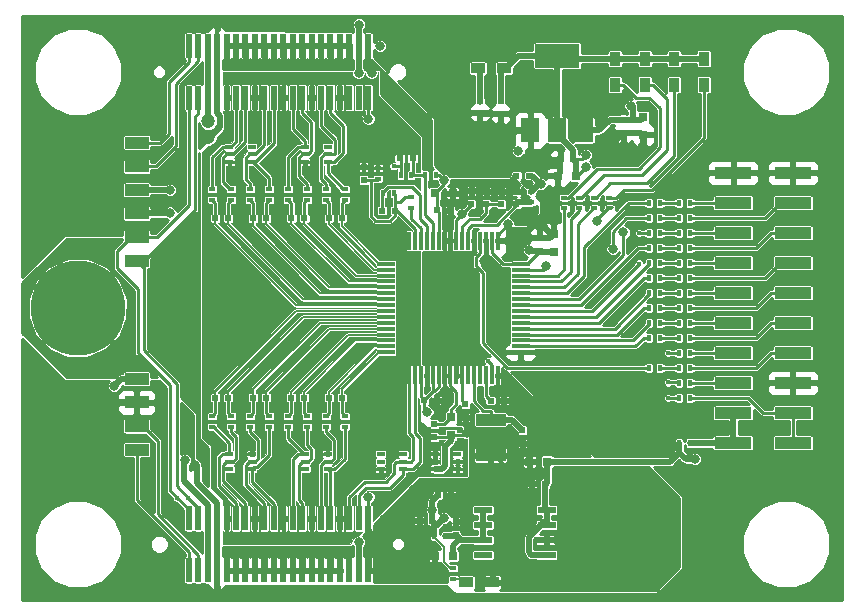
<source format=gtl>
G04 #@! TF.GenerationSoftware,KiCad,Pcbnew,(5.0.1)*
G04 #@! TF.CreationDate,2018-11-27T11:23:15+09:00*
G04 #@! TF.ProjectId,frontend_board,66726F6E74656E645F626F6172642E6B,rev?*
G04 #@! TF.SameCoordinates,Original*
G04 #@! TF.FileFunction,Copper,L1,Top,Signal*
G04 #@! TF.FilePolarity,Positive*
%FSLAX46Y46*%
G04 Gerber Fmt 4.6, Leading zero omitted, Abs format (unit mm)*
G04 Created by KiCad (PCBNEW (5.0.1)) date Tue Nov 27 11:23:15 2018*
%MOMM*%
%LPD*%
G01*
G04 APERTURE LIST*
G04 #@! TA.AperFunction,SMDPad,CuDef*
%ADD10R,0.500000X0.600000*%
G04 #@! TD*
G04 #@! TA.AperFunction,SMDPad,CuDef*
%ADD11R,0.400000X0.600000*%
G04 #@! TD*
G04 #@! TA.AperFunction,SMDPad,CuDef*
%ADD12R,1.500000X0.300000*%
G04 #@! TD*
G04 #@! TA.AperFunction,SMDPad,CuDef*
%ADD13R,0.300000X1.500000*%
G04 #@! TD*
G04 #@! TA.AperFunction,SMDPad,CuDef*
%ADD14R,3.800000X2.000000*%
G04 #@! TD*
G04 #@! TA.AperFunction,SMDPad,CuDef*
%ADD15R,1.500000X2.000000*%
G04 #@! TD*
G04 #@! TA.AperFunction,SMDPad,CuDef*
%ADD16R,0.600000X0.500000*%
G04 #@! TD*
G04 #@! TA.AperFunction,SMDPad,CuDef*
%ADD17R,0.650000X0.400000*%
G04 #@! TD*
G04 #@! TA.AperFunction,SMDPad,CuDef*
%ADD18R,0.900000X1.200000*%
G04 #@! TD*
G04 #@! TA.AperFunction,SMDPad,CuDef*
%ADD19R,0.600000X0.400000*%
G04 #@! TD*
G04 #@! TA.AperFunction,SMDPad,CuDef*
%ADD20R,1.550000X0.600000*%
G04 #@! TD*
G04 #@! TA.AperFunction,SMDPad,CuDef*
%ADD21R,1.200000X0.900000*%
G04 #@! TD*
G04 #@! TA.AperFunction,SMDPad,CuDef*
%ADD22R,2.500000X1.000000*%
G04 #@! TD*
G04 #@! TA.AperFunction,SMDPad,CuDef*
%ADD23R,0.750000X0.800000*%
G04 #@! TD*
G04 #@! TA.AperFunction,SMDPad,CuDef*
%ADD24R,0.800000X0.750000*%
G04 #@! TD*
G04 #@! TA.AperFunction,ComponentPad*
%ADD25C,0.900000*%
G04 #@! TD*
G04 #@! TA.AperFunction,BGAPad,CuDef*
%ADD26C,8.000000*%
G04 #@! TD*
G04 #@! TA.AperFunction,SMDPad,CuDef*
%ADD27R,0.500000X2.000000*%
G04 #@! TD*
G04 #@! TA.AperFunction,SMDPad,CuDef*
%ADD28R,3.150000X1.000000*%
G04 #@! TD*
G04 #@! TA.AperFunction,SMDPad,CuDef*
%ADD29R,2.000000X1.000000*%
G04 #@! TD*
G04 #@! TA.AperFunction,ViaPad*
%ADD30C,0.800000*%
G04 #@! TD*
G04 #@! TA.AperFunction,ViaPad*
%ADD31C,0.450000*%
G04 #@! TD*
G04 #@! TA.AperFunction,ViaPad*
%ADD32C,1.200000*%
G04 #@! TD*
G04 #@! TA.AperFunction,Conductor*
%ADD33C,0.152400*%
G04 #@! TD*
G04 #@! TA.AperFunction,Conductor*
%ADD34C,0.508000*%
G04 #@! TD*
G04 #@! TA.AperFunction,Conductor*
%ADD35C,0.254000*%
G04 #@! TD*
G04 #@! TA.AperFunction,Conductor*
%ADD36C,0.089000*%
G04 #@! TD*
G04 APERTURE END LIST*
D10*
G04 #@! TO.P,C20,1*
G04 #@! TO.N,/VREFP*
X145200000Y-124850000D03*
G04 #@! TO.P,C20,2*
G04 #@! TO.N,VSSA*
X145200000Y-125950000D03*
G04 #@! TD*
D11*
G04 #@! TO.P,L21,1*
G04 #@! TO.N,/ADS_NRST*
X165920000Y-115000000D03*
G04 #@! TO.P,L21,2*
G04 #@! TO.N,Net-(J2-Pad10)*
X166820000Y-115000000D03*
G04 #@! TD*
D12*
G04 #@! TO.P,U1,1*
G04 #@! TO.N,/8ND*
X141100000Y-111250000D03*
G04 #@! TO.P,U1,2*
G04 #@! TO.N,/8PD*
X141100000Y-111750000D03*
G04 #@! TO.P,U1,3*
G04 #@! TO.N,/7ND*
X141100000Y-112250000D03*
G04 #@! TO.P,U1,4*
G04 #@! TO.N,/7PD*
X141100000Y-112750000D03*
G04 #@! TO.P,U1,5*
G04 #@! TO.N,/6ND*
X141100000Y-113250000D03*
G04 #@! TO.P,U1,6*
G04 #@! TO.N,/6PD*
X141100000Y-113750000D03*
G04 #@! TO.P,U1,7*
G04 #@! TO.N,/5ND*
X141100000Y-114250000D03*
G04 #@! TO.P,U1,8*
G04 #@! TO.N,/5PD*
X141100000Y-114750000D03*
G04 #@! TO.P,U1,9*
G04 #@! TO.N,/4ND*
X141100000Y-115250000D03*
G04 #@! TO.P,U1,10*
G04 #@! TO.N,/4PD*
X141100000Y-115750000D03*
G04 #@! TO.P,U1,11*
G04 #@! TO.N,/3ND*
X141100000Y-116250000D03*
G04 #@! TO.P,U1,12*
G04 #@! TO.N,/3PD*
X141100000Y-116750000D03*
G04 #@! TO.P,U1,13*
G04 #@! TO.N,/2ND*
X141100000Y-117250000D03*
G04 #@! TO.P,U1,14*
G04 #@! TO.N,/2PD*
X141100000Y-117750000D03*
G04 #@! TO.P,U1,15*
G04 #@! TO.N,/1ND*
X141100000Y-118250000D03*
G04 #@! TO.P,U1,16*
G04 #@! TO.N,/1PD*
X141100000Y-118750000D03*
D13*
G04 #@! TO.P,U1,17*
G04 #@! TO.N,/SRB1*
X143050000Y-120700000D03*
G04 #@! TO.P,U1,18*
G04 #@! TO.N,/SRB2*
X143550000Y-120700000D03*
G04 #@! TO.P,U1,19*
G04 #@! TO.N,VDDA*
X144050000Y-120700000D03*
G04 #@! TO.P,U1,20*
G04 #@! TO.N,VSSA*
X144550000Y-120700000D03*
G04 #@! TO.P,U1,21*
G04 #@! TO.N,VDDA*
X145050000Y-120700000D03*
G04 #@! TO.P,U1,22*
X145550000Y-120700000D03*
G04 #@! TO.P,U1,23*
G04 #@! TO.N,VSSA*
X146050000Y-120700000D03*
G04 #@! TO.P,U1,24*
G04 #@! TO.N,/VREFP*
X146550000Y-120700000D03*
G04 #@! TO.P,U1,25*
G04 #@! TO.N,VSSA*
X147050000Y-120700000D03*
G04 #@! TO.P,U1,26*
G04 #@! TO.N,/VCAP4*
X147550000Y-120700000D03*
G04 #@! TO.P,U1,27*
G04 #@! TO.N,Net-(U1-Pad27)*
X148050000Y-120700000D03*
G04 #@! TO.P,U1,28*
G04 #@! TO.N,/VCAP1*
X148550000Y-120700000D03*
G04 #@! TO.P,U1,29*
G04 #@! TO.N,Net-(U1-Pad29)*
X149050000Y-120700000D03*
G04 #@! TO.P,U1,30*
G04 #@! TO.N,/VCAP2*
X149550000Y-120700000D03*
G04 #@! TO.P,U1,31*
G04 #@! TO.N,GNDD*
X150050000Y-120700000D03*
G04 #@! TO.P,U1,32*
G04 #@! TO.N,VSSA*
X150550000Y-120700000D03*
D12*
G04 #@! TO.P,U1,33*
G04 #@! TO.N,GNDD*
X152500000Y-118750000D03*
G04 #@! TO.P,U1,34*
G04 #@! TO.N,/ADS_DIN_DR*
X152500000Y-118250000D03*
G04 #@! TO.P,U1,35*
G04 #@! TO.N,/ADS_NPWDN_DR*
X152500000Y-117750000D03*
G04 #@! TO.P,U1,36*
G04 #@! TO.N,/ADS_NRST_DR*
X152500000Y-117250000D03*
G04 #@! TO.P,U1,37*
G04 #@! TO.N,/ADS_CLK_DR*
X152500000Y-116750000D03*
G04 #@! TO.P,U1,38*
G04 #@! TO.N,/ADS_START_DR*
X152500000Y-116250000D03*
G04 #@! TO.P,U1,39*
G04 #@! TO.N,/ADS_NCS_DR*
X152500000Y-115750000D03*
G04 #@! TO.P,U1,40*
G04 #@! TO.N,/ADS_SCLK_DR*
X152500000Y-115250000D03*
G04 #@! TO.P,U1,41*
G04 #@! TO.N,/ADS_DAISY_IN_DR*
X152500000Y-114750000D03*
G04 #@! TO.P,U1,42*
G04 #@! TO.N,/ADS_GPIO1*
X152500000Y-114250000D03*
G04 #@! TO.P,U1,43*
G04 #@! TO.N,/ADS_DOUT_DR*
X152500000Y-113750000D03*
G04 #@! TO.P,U1,44*
G04 #@! TO.N,/ADS_GPIO2*
X152500000Y-113250000D03*
G04 #@! TO.P,U1,45*
G04 #@! TO.N,/ADS_GPIO3*
X152500000Y-112750000D03*
G04 #@! TO.P,U1,46*
G04 #@! TO.N,/ADS_GPIO4*
X152500000Y-112250000D03*
G04 #@! TO.P,U1,47*
G04 #@! TO.N,/ADS_NDRDY_DR*
X152500000Y-111750000D03*
G04 #@! TO.P,U1,48*
G04 #@! TO.N,VDD*
X152500000Y-111250000D03*
D13*
G04 #@! TO.P,U1,49*
G04 #@! TO.N,GNDD*
X150550000Y-109300000D03*
G04 #@! TO.P,U1,50*
G04 #@! TO.N,VDD*
X150050000Y-109300000D03*
G04 #@! TO.P,U1,51*
G04 #@! TO.N,GNDD*
X149550000Y-109300000D03*
G04 #@! TO.P,U1,52*
G04 #@! TO.N,/ADS_CLKSEL_DR*
X149050000Y-109300000D03*
G04 #@! TO.P,U1,53*
G04 #@! TO.N,VSSA*
X148550000Y-109300000D03*
G04 #@! TO.P,U1,54*
G04 #@! TO.N,/AVDD1*
X148050000Y-109300000D03*
G04 #@! TO.P,U1,55*
G04 #@! TO.N,/VCAP3*
X147550000Y-109300000D03*
G04 #@! TO.P,U1,56*
G04 #@! TO.N,VDDA*
X147050000Y-109300000D03*
G04 #@! TO.P,U1,57*
G04 #@! TO.N,VSSA*
X146550000Y-109300000D03*
G04 #@! TO.P,U1,58*
X146050000Y-109300000D03*
G04 #@! TO.P,U1,59*
G04 #@! TO.N,VDDA*
X145550000Y-109300000D03*
G04 #@! TO.P,U1,60*
G04 #@! TO.N,/BIASREF*
X145050000Y-109300000D03*
G04 #@! TO.P,U1,61*
G04 #@! TO.N,/BIASINV*
X144550000Y-109300000D03*
G04 #@! TO.P,U1,62*
G04 #@! TO.N,/BIASIN*
X144050000Y-109300000D03*
G04 #@! TO.P,U1,63*
G04 #@! TO.N,/BIASOUT*
X143550000Y-109300000D03*
G04 #@! TO.P,U1,64*
G04 #@! TO.N,Net-(U1-Pad64)*
X143050000Y-109300000D03*
G04 #@! TD*
D14*
G04 #@! TO.P,U3,2*
G04 #@! TO.N,VDD*
X155600000Y-93650000D03*
D15*
X155600000Y-99950000D03*
G04 #@! TO.P,U3,3*
G04 #@! TO.N,+BATT*
X157900000Y-99950000D03*
G04 #@! TO.P,U3,1*
G04 #@! TO.N,GNDD*
X153300000Y-99950000D03*
G04 #@! TD*
D10*
G04 #@! TO.P,C1,1*
G04 #@! TO.N,/AVDD1*
X152146000Y-106214000D03*
G04 #@! TO.P,C1,2*
G04 #@! TO.N,VSSA*
X152146000Y-105114000D03*
G04 #@! TD*
G04 #@! TO.P,C2,1*
G04 #@! TO.N,/BIAS*
X139200000Y-103050000D03*
G04 #@! TO.P,C2,2*
G04 #@! TO.N,/BIASOUT*
X139200000Y-104150000D03*
G04 #@! TD*
D16*
G04 #@! TO.P,C4,1*
G04 #@! TO.N,/BIASREF*
X143348800Y-102336600D03*
G04 #@! TO.P,C4,2*
G04 #@! TO.N,VSSA*
X142248800Y-102336600D03*
G04 #@! TD*
G04 #@! TO.P,C5,1*
G04 #@! TO.N,/BIASINV*
X140750200Y-106756200D03*
G04 #@! TO.P,C5,2*
G04 #@! TO.N,/BIASOUT*
X141850200Y-106756200D03*
G04 #@! TD*
D10*
G04 #@! TO.P,C13,1*
G04 #@! TO.N,/VCAP1*
X152654000Y-125349000D03*
G04 #@! TO.P,C13,2*
G04 #@! TO.N,VSSA*
X152654000Y-126449000D03*
G04 #@! TD*
D16*
G04 #@! TO.P,C15,1*
G04 #@! TO.N,/VCAP2*
X149961600Y-122834400D03*
G04 #@! TO.P,C15,2*
G04 #@! TO.N,VSSA*
X151061600Y-122834400D03*
G04 #@! TD*
D10*
G04 #@! TO.P,C16,1*
G04 #@! TO.N,/VCAP3*
X149606000Y-106214000D03*
G04 #@! TO.P,C16,2*
G04 #@! TO.N,VSSA*
X149606000Y-105114000D03*
G04 #@! TD*
G04 #@! TO.P,C17,1*
G04 #@! TO.N,/VCAP3*
X150876000Y-106214000D03*
G04 #@! TO.P,C17,2*
G04 #@! TO.N,VSSA*
X150876000Y-105114000D03*
G04 #@! TD*
G04 #@! TO.P,C18,1*
G04 #@! TO.N,/VCAP4*
X147828000Y-123148000D03*
G04 #@! TO.P,C18,2*
G04 #@! TO.N,VSSA*
X147828000Y-124248000D03*
G04 #@! TD*
G04 #@! TO.P,C22,1*
G04 #@! TO.N,Net-(C21-Pad1)*
X147000000Y-134190600D03*
G04 #@! TO.P,C22,2*
G04 #@! TO.N,VSSA*
X147000000Y-133090600D03*
G04 #@! TD*
G04 #@! TO.P,C24,1*
G04 #@! TO.N,VDDA*
X148336000Y-106188600D03*
G04 #@! TO.P,C24,2*
G04 #@! TO.N,VSSA*
X148336000Y-105088600D03*
G04 #@! TD*
D16*
G04 #@! TO.P,C25,1*
G04 #@! TO.N,VDDA*
X145000000Y-133000000D03*
G04 #@! TO.P,C25,2*
G04 #@! TO.N,VSSA*
X143900000Y-133000000D03*
G04 #@! TD*
G04 #@! TO.P,C26,1*
G04 #@! TO.N,VDDA*
X145449200Y-106730800D03*
G04 #@! TO.P,C26,2*
G04 #@! TO.N,VSSA*
X146549200Y-106730800D03*
G04 #@! TD*
G04 #@! TO.P,C27,1*
G04 #@! TO.N,VDDA*
X153250000Y-103800000D03*
G04 #@! TO.P,C27,2*
G04 #@! TO.N,VSSA*
X152150000Y-103800000D03*
G04 #@! TD*
G04 #@! TO.P,C30,1*
G04 #@! TO.N,+BATT*
X154550000Y-129900000D03*
G04 #@! TO.P,C30,2*
G04 #@! TO.N,VSSA*
X153450000Y-129900000D03*
G04 #@! TD*
D10*
G04 #@! TO.P,C31,1*
G04 #@! TO.N,+BATT*
X161200000Y-99050000D03*
G04 #@! TO.P,C31,2*
G04 #@! TO.N,GNDD*
X161200000Y-100150000D03*
G04 #@! TD*
G04 #@! TO.P,C34,1*
G04 #@! TO.N,VDD*
X150828000Y-97456000D03*
G04 #@! TO.P,C34,2*
G04 #@! TO.N,GNDD*
X150828000Y-98556000D03*
G04 #@! TD*
D16*
G04 #@! TO.P,C35,1*
G04 #@! TO.N,VDD*
X156950000Y-102400000D03*
G04 #@! TO.P,C35,2*
G04 #@! TO.N,GNDD*
X155850000Y-102400000D03*
G04 #@! TD*
G04 #@! TO.P,C36,1*
G04 #@! TO.N,VDD*
X124000000Y-129500000D03*
G04 #@! TO.P,C36,2*
G04 #@! TO.N,GNDD*
X125100000Y-129500000D03*
G04 #@! TD*
D10*
G04 #@! TO.P,C37,1*
G04 #@! TO.N,VDD*
X154100000Y-110150000D03*
G04 #@! TO.P,C37,2*
G04 #@! TO.N,GNDD*
X154100000Y-109050000D03*
G04 #@! TD*
D17*
G04 #@! TO.P,D1,1*
G04 #@! TO.N,/BIAS*
X145250000Y-127350000D03*
G04 #@! TO.P,D1,3*
G04 #@! TO.N,VSSA*
X145250000Y-128650000D03*
G04 #@! TO.P,D1,5*
G04 #@! TO.N,/BIAS*
X147150000Y-128000000D03*
G04 #@! TO.P,D1,2*
X145250000Y-128000000D03*
G04 #@! TO.P,D1,4*
X147150000Y-128650000D03*
G04 #@! TO.P,D1,6*
G04 #@! TO.N,Net-(D1-Pad6)*
X147150000Y-127350000D03*
G04 #@! TD*
D18*
G04 #@! TO.P,D4,1*
G04 #@! TO.N,Net-(D4-Pad1)*
X160500000Y-96100000D03*
G04 #@! TO.P,D4,2*
G04 #@! TO.N,VDD*
X160500000Y-93900000D03*
G04 #@! TD*
G04 #@! TO.P,D5,1*
G04 #@! TO.N,Net-(D5-Pad1)*
X163000000Y-96100000D03*
G04 #@! TO.P,D5,2*
G04 #@! TO.N,VDD*
X163000000Y-93900000D03*
G04 #@! TD*
G04 #@! TO.P,D6,1*
G04 #@! TO.N,Net-(D6-Pad1)*
X165500000Y-96100000D03*
G04 #@! TO.P,D6,2*
G04 #@! TO.N,VDD*
X165500000Y-93900000D03*
G04 #@! TD*
G04 #@! TO.P,D7,1*
G04 #@! TO.N,Net-(D7-Pad1)*
X168000000Y-96100000D03*
G04 #@! TO.P,D7,2*
G04 #@! TO.N,VDD*
X168000000Y-93900000D03*
G04 #@! TD*
D17*
G04 #@! TO.P,D10,1*
G04 #@! TO.N,Net-(D10-Pad1)*
X140650000Y-127350000D03*
G04 #@! TO.P,D10,3*
G04 #@! TO.N,/BIAS*
X140650000Y-128650000D03*
G04 #@! TO.P,D10,5*
G04 #@! TO.N,/SRB1*
X142550000Y-128000000D03*
G04 #@! TO.P,D10,2*
G04 #@! TO.N,Net-(D10-Pad2)*
X140650000Y-128000000D03*
G04 #@! TO.P,D10,4*
G04 #@! TO.N,/SRB2*
X142550000Y-128650000D03*
G04 #@! TO.P,D10,6*
G04 #@! TO.N,Net-(D10-Pad6)*
X142550000Y-127350000D03*
G04 #@! TD*
D19*
G04 #@! TO.P,L1,1*
G04 #@! TO.N,VDDA*
X153400000Y-105150000D03*
G04 #@! TO.P,L1,2*
G04 #@! TO.N,/AVDD1*
X153400000Y-106050000D03*
G04 #@! TD*
D11*
G04 #@! TO.P,L3,1*
G04 #@! TO.N,/ADS_MISO*
X165920000Y-106110000D03*
G04 #@! TO.P,L3,2*
G04 #@! TO.N,Net-(J2-Pad3)*
X166820000Y-106110000D03*
G04 #@! TD*
G04 #@! TO.P,L5,1*
G04 #@! TO.N,/ADS_SCK*
X165920000Y-108650000D03*
G04 #@! TO.P,L5,2*
G04 #@! TO.N,Net-(J2-Pad5)*
X166820000Y-108650000D03*
G04 #@! TD*
G04 #@! TO.P,L7,1*
G04 #@! TO.N,/ADS_NCS*
X165920000Y-111190000D03*
G04 #@! TO.P,L7,2*
G04 #@! TO.N,Net-(J2-Pad7)*
X166820000Y-111190000D03*
G04 #@! TD*
G04 #@! TO.P,L9,1*
G04 #@! TO.N,/ADS_CLK*
X165920000Y-113730000D03*
G04 #@! TO.P,L9,2*
G04 #@! TO.N,Net-(J2-Pad9)*
X166820000Y-113730000D03*
G04 #@! TD*
G04 #@! TO.P,L11,1*
G04 #@! TO.N,/ADS_NPWDN*
X165920000Y-116270000D03*
G04 #@! TO.P,L11,2*
G04 #@! TO.N,Net-(J2-Pad11)*
X166820000Y-116270000D03*
G04 #@! TD*
G04 #@! TO.P,L13,1*
G04 #@! TO.N,/SDA_PT*
X165920000Y-118810000D03*
G04 #@! TO.P,L13,2*
G04 #@! TO.N,Net-(J2-Pad13)*
X166820000Y-118810000D03*
G04 #@! TD*
G04 #@! TO.P,L15,1*
G04 #@! TO.N,/SCL_PT*
X165920000Y-121350000D03*
G04 #@! TO.P,L15,2*
G04 #@! TO.N,Net-(J2-Pad15)*
X166820000Y-121350000D03*
G04 #@! TD*
G04 #@! TO.P,L17,1*
G04 #@! TO.N,/ADS_NDRDY*
X165920000Y-107380000D03*
G04 #@! TO.P,L17,2*
G04 #@! TO.N,Net-(J2-Pad4)*
X166820000Y-107380000D03*
G04 #@! TD*
G04 #@! TO.P,L19,1*
G04 #@! TO.N,/ADS_DAISY_IN*
X165920000Y-109920000D03*
G04 #@! TO.P,L19,2*
G04 #@! TO.N,Net-(J2-Pad6)*
X166820000Y-109920000D03*
G04 #@! TD*
G04 #@! TO.P,L20,1*
G04 #@! TO.N,/ADS_START*
X165920000Y-112460000D03*
G04 #@! TO.P,L20,2*
G04 #@! TO.N,Net-(J2-Pad8)*
X166820000Y-112460000D03*
G04 #@! TD*
G04 #@! TO.P,L22,1*
G04 #@! TO.N,Net-(J2-Pad17)*
X166820000Y-126430000D03*
G04 #@! TO.P,L22,2*
G04 #@! TO.N,+BATT*
X165920000Y-126430000D03*
G04 #@! TD*
G04 #@! TO.P,L23,1*
G04 #@! TO.N,Net-(C21-Pad1)*
X146093200Y-134301000D03*
G04 #@! TO.P,L23,2*
G04 #@! TO.N,VDDA*
X145193200Y-134301000D03*
G04 #@! TD*
D19*
G04 #@! TO.P,R1,1*
G04 #@! TO.N,/BIASOUT*
X140400000Y-104050000D03*
G04 #@! TO.P,R1,2*
G04 #@! TO.N,/BIAS*
X140400000Y-103150000D03*
G04 #@! TD*
D11*
G04 #@! TO.P,R2,1*
G04 #@! TO.N,/BIASREF*
X144406200Y-103759000D03*
G04 #@! TO.P,R2,2*
G04 #@! TO.N,VDDA*
X145306200Y-103759000D03*
G04 #@! TD*
D19*
G04 #@! TO.P,R3,1*
G04 #@! TO.N,/1PD*
X137600000Y-124150000D03*
G04 #@! TO.P,R3,2*
G04 #@! TO.N,/IN1P*
X137600000Y-125050000D03*
G04 #@! TD*
D11*
G04 #@! TO.P,R4,1*
G04 #@! TO.N,VSSA*
X142330600Y-103759000D03*
G04 #@! TO.P,R4,2*
G04 #@! TO.N,/BIASREF*
X143230600Y-103759000D03*
G04 #@! TD*
D19*
G04 #@! TO.P,R5,1*
G04 #@! TO.N,/BIASOUT*
X143230600Y-105595000D03*
G04 #@! TO.P,R5,2*
G04 #@! TO.N,/BIASIN*
X143230600Y-106495000D03*
G04 #@! TD*
G04 #@! TO.P,R6,1*
G04 #@! TO.N,/1ND*
X136000000Y-124150000D03*
G04 #@! TO.P,R6,2*
G04 #@! TO.N,/IN1N*
X136000000Y-125050000D03*
G04 #@! TD*
G04 #@! TO.P,R7,1*
G04 #@! TO.N,/2PD*
X134400000Y-124150000D03*
G04 #@! TO.P,R7,2*
G04 #@! TO.N,/IN2P*
X134400000Y-125050000D03*
G04 #@! TD*
D11*
G04 #@! TO.P,R8,1*
G04 #@! TO.N,/BIASOUT*
X141750200Y-105283000D03*
G04 #@! TO.P,R8,2*
G04 #@! TO.N,/BIASINV*
X140850200Y-105283000D03*
G04 #@! TD*
D19*
G04 #@! TO.P,R9,1*
G04 #@! TO.N,/2ND*
X132800000Y-124150000D03*
G04 #@! TO.P,R9,2*
G04 #@! TO.N,/IN2N*
X132800000Y-125050000D03*
G04 #@! TD*
G04 #@! TO.P,R10,1*
G04 #@! TO.N,/3PD*
X131200000Y-124150000D03*
G04 #@! TO.P,R10,2*
G04 #@! TO.N,/IN3P*
X131200000Y-125050000D03*
G04 #@! TD*
D11*
G04 #@! TO.P,R11,1*
G04 #@! TO.N,/ADS_NPWDN*
X164280000Y-116270000D03*
G04 #@! TO.P,R11,2*
G04 #@! TO.N,/ADS_NPWDN_DR*
X163380000Y-116270000D03*
G04 #@! TD*
G04 #@! TO.P,R12,1*
G04 #@! TO.N,/ADS_NRST*
X164280000Y-115000000D03*
G04 #@! TO.P,R12,2*
G04 #@! TO.N,/ADS_NRST_DR*
X163380000Y-115000000D03*
G04 #@! TD*
D19*
G04 #@! TO.P,R13,1*
G04 #@! TO.N,/3ND*
X129600000Y-124150000D03*
G04 #@! TO.P,R13,2*
G04 #@! TO.N,/IN3N*
X129600000Y-125050000D03*
G04 #@! TD*
G04 #@! TO.P,R14,1*
G04 #@! TO.N,/4PD*
X128000000Y-124150000D03*
G04 #@! TO.P,R14,2*
G04 #@! TO.N,/IN4P*
X128000000Y-125050000D03*
G04 #@! TD*
G04 #@! TO.P,R15,1*
G04 #@! TO.N,Net-(D4-Pad1)*
X156210000Y-105660000D03*
G04 #@! TO.P,R15,2*
G04 #@! TO.N,/ADS_GPIO4*
X156210000Y-106560000D03*
G04 #@! TD*
G04 #@! TO.P,R16,1*
G04 #@! TO.N,Net-(D5-Pad1)*
X157480000Y-105660000D03*
G04 #@! TO.P,R16,2*
G04 #@! TO.N,/ADS_GPIO3*
X157480000Y-106560000D03*
G04 #@! TD*
G04 #@! TO.P,R17,1*
G04 #@! TO.N,/4ND*
X126400000Y-124150000D03*
G04 #@! TO.P,R17,2*
G04 #@! TO.N,/IN4N*
X126400000Y-125050000D03*
G04 #@! TD*
G04 #@! TO.P,R18,1*
G04 #@! TO.N,Net-(D6-Pad1)*
X158750000Y-105660000D03*
G04 #@! TO.P,R18,2*
G04 #@! TO.N,/ADS_GPIO2*
X158750000Y-106560000D03*
G04 #@! TD*
G04 #@! TO.P,R19,1*
G04 #@! TO.N,/5PD*
X126400000Y-105850000D03*
G04 #@! TO.P,R19,2*
G04 #@! TO.N,/IN5P*
X126400000Y-104950000D03*
G04 #@! TD*
G04 #@! TO.P,R20,1*
G04 #@! TO.N,Net-(D7-Pad1)*
X160020000Y-105660000D03*
G04 #@! TO.P,R20,2*
G04 #@! TO.N,/ADS_GPIO1*
X160020000Y-106560000D03*
G04 #@! TD*
G04 #@! TO.P,R21,1*
G04 #@! TO.N,/5ND*
X128000000Y-105850000D03*
G04 #@! TO.P,R21,2*
G04 #@! TO.N,/IN5N*
X128000000Y-104950000D03*
G04 #@! TD*
D11*
G04 #@! TO.P,R22,1*
G04 #@! TO.N,/ADS_SCK*
X164280000Y-108650000D03*
G04 #@! TO.P,R22,2*
G04 #@! TO.N,/ADS_SCLK_DR*
X163380000Y-108650000D03*
G04 #@! TD*
D19*
G04 #@! TO.P,R23,1*
G04 #@! TO.N,/6PD*
X129600000Y-105850000D03*
G04 #@! TO.P,R23,2*
G04 #@! TO.N,/IN6P*
X129600000Y-104950000D03*
G04 #@! TD*
D11*
G04 #@! TO.P,R24,1*
G04 #@! TO.N,/ADS_MISO*
X164280000Y-106110000D03*
G04 #@! TO.P,R24,2*
G04 #@! TO.N,/ADS_DOUT_DR*
X163380000Y-106110000D03*
G04 #@! TD*
G04 #@! TO.P,R25,1*
G04 #@! TO.N,/ADS_MOSI*
X164280000Y-117540000D03*
G04 #@! TO.P,R25,2*
G04 #@! TO.N,/ADS_DIN_DR*
X163380000Y-117540000D03*
G04 #@! TD*
D19*
G04 #@! TO.P,R26,1*
G04 #@! TO.N,/6ND*
X131200000Y-105850000D03*
G04 #@! TO.P,R26,2*
G04 #@! TO.N,/IN6N*
X131200000Y-104950000D03*
G04 #@! TD*
D11*
G04 #@! TO.P,R27,1*
G04 #@! TO.N,/ADS_NCS*
X164280000Y-111190000D03*
G04 #@! TO.P,R27,2*
G04 #@! TO.N,/ADS_NCS_DR*
X163380000Y-111190000D03*
G04 #@! TD*
D19*
G04 #@! TO.P,R28,1*
G04 #@! TO.N,/7PD*
X132800000Y-105850000D03*
G04 #@! TO.P,R28,2*
G04 #@! TO.N,/IN7P*
X132800000Y-104950000D03*
G04 #@! TD*
D11*
G04 #@! TO.P,R29,1*
G04 #@! TO.N,/ADS_START*
X164280000Y-112460000D03*
G04 #@! TO.P,R29,2*
G04 #@! TO.N,/ADS_START_DR*
X163380000Y-112460000D03*
G04 #@! TD*
G04 #@! TO.P,R30,1*
G04 #@! TO.N,/ADS_NDRDY*
X164280000Y-107380000D03*
G04 #@! TO.P,R30,2*
G04 #@! TO.N,/ADS_NDRDY_DR*
X163380000Y-107380000D03*
G04 #@! TD*
D19*
G04 #@! TO.P,R31,1*
G04 #@! TO.N,/7ND*
X134400000Y-105850000D03*
G04 #@! TO.P,R31,2*
G04 #@! TO.N,/IN7N*
X134400000Y-104950000D03*
G04 #@! TD*
G04 #@! TO.P,R32,1*
G04 #@! TO.N,/8PD*
X136000000Y-105850000D03*
G04 #@! TO.P,R32,2*
G04 #@! TO.N,/IN8P*
X136000000Y-104950000D03*
G04 #@! TD*
D11*
G04 #@! TO.P,R33,1*
G04 #@! TO.N,/ADS_CLK*
X164280000Y-113730000D03*
G04 #@! TO.P,R33,2*
G04 #@! TO.N,/ADS_CLK_DR*
X163380000Y-113730000D03*
G04 #@! TD*
G04 #@! TO.P,R34,1*
G04 #@! TO.N,/ADS_CLKSEL*
X164280000Y-120080000D03*
G04 #@! TO.P,R34,2*
G04 #@! TO.N,/ADS_CLKSEL_DR*
X163380000Y-120080000D03*
G04 #@! TD*
D19*
G04 #@! TO.P,R35,1*
G04 #@! TO.N,/8ND*
X137600000Y-105850000D03*
G04 #@! TO.P,R35,2*
G04 #@! TO.N,/IN8N*
X137600000Y-104950000D03*
G04 #@! TD*
D11*
G04 #@! TO.P,R36,1*
G04 #@! TO.N,/ADS_DAISY_IN*
X164280000Y-109920000D03*
G04 #@! TO.P,R36,2*
G04 #@! TO.N,/ADS_DAISY_IN_DR*
X163380000Y-109920000D03*
G04 #@! TD*
D20*
G04 #@! TO.P,U2,1*
G04 #@! TO.N,Net-(C21-Pad1)*
X149300000Y-132095000D03*
G04 #@! TO.P,U2,2*
X149300000Y-133365000D03*
G04 #@! TO.P,U2,3*
X149300000Y-134635000D03*
G04 #@! TO.P,U2,4*
G04 #@! TO.N,Net-(U2-Pad4)*
X149300000Y-135905000D03*
G04 #@! TO.P,U2,5*
G04 #@! TO.N,+BATT*
X154700000Y-135905000D03*
G04 #@! TO.P,U2,6*
G04 #@! TO.N,VSSA*
X154700000Y-134635000D03*
G04 #@! TO.P,U2,7*
G04 #@! TO.N,+BATT*
X154700000Y-133365000D03*
G04 #@! TO.P,U2,8*
X154700000Y-132095000D03*
G04 #@! TD*
D21*
G04 #@! TO.P,D11,1*
G04 #@! TO.N,Net-(D11-Pad1)*
X148900000Y-94700000D03*
G04 #@! TO.P,D11,2*
G04 #@! TO.N,VDD*
X151100000Y-94700000D03*
G04 #@! TD*
D19*
G04 #@! TO.P,R37,1*
G04 #@! TO.N,GNDD*
X149050000Y-98456000D03*
G04 #@! TO.P,R37,2*
G04 #@! TO.N,Net-(D11-Pad1)*
X149050000Y-97556000D03*
G04 #@! TD*
D22*
G04 #@! TO.P,C14,1*
G04 #@! TO.N,/VCAP1*
X149961600Y-124458600D03*
G04 #@! TO.P,C14,2*
G04 #@! TO.N,VSSA*
X149961600Y-127458600D03*
G04 #@! TD*
D23*
G04 #@! TO.P,C19,2*
G04 #@! TO.N,VSSA*
X146600000Y-125750000D03*
G04 #@! TO.P,C19,1*
G04 #@! TO.N,/VREFP*
X146600000Y-124250000D03*
G04 #@! TD*
D24*
G04 #@! TO.P,C21,2*
G04 #@! TO.N,VSSA*
X145250000Y-136000000D03*
G04 #@! TO.P,C21,1*
G04 #@! TO.N,Net-(C21-Pad1)*
X146750000Y-136000000D03*
G04 #@! TD*
G04 #@! TO.P,C23,2*
G04 #@! TO.N,VSSA*
X146749200Y-105283000D03*
G04 #@! TO.P,C23,1*
G04 #@! TO.N,VDDA*
X145249200Y-105283000D03*
G04 #@! TD*
G04 #@! TO.P,C28,2*
G04 #@! TO.N,VSSA*
X153250000Y-128000000D03*
G04 #@! TO.P,C28,1*
G04 #@! TO.N,+BATT*
X154750000Y-128000000D03*
G04 #@! TD*
D23*
G04 #@! TO.P,C29,2*
G04 #@! TO.N,GNDD*
X162900000Y-100350000D03*
G04 #@! TO.P,C29,1*
G04 #@! TO.N,+BATT*
X162900000Y-98850000D03*
G04 #@! TD*
G04 #@! TO.P,C32,2*
G04 #@! TO.N,GNDD*
X155300000Y-108750000D03*
G04 #@! TO.P,C32,1*
G04 #@! TO.N,VDD*
X155300000Y-110250000D03*
G04 #@! TD*
D24*
G04 #@! TO.P,C33,2*
G04 #@! TO.N,GNDD*
X155650000Y-103800000D03*
G04 #@! TO.P,C33,1*
G04 #@! TO.N,VDD*
X157150000Y-103800000D03*
G04 #@! TD*
D25*
G04 #@! TO.P,REF\002A\002A,1*
G04 #@! TO.N,VSSA*
X115000000Y-115000000D03*
D26*
G04 #@! TO.P,REF\002A\002A,2*
X115000000Y-115000000D03*
G04 #@! TD*
D27*
G04 #@! TO.P,J1,1*
G04 #@! TO.N,Net-(J1-Pad1)*
X124400000Y-137200000D03*
G04 #@! TO.P,J1,2*
G04 #@! TO.N,/SDA_PT*
X124400000Y-132800000D03*
G04 #@! TO.P,J1,3*
G04 #@! TO.N,Net-(J1-Pad3)*
X125200000Y-137200000D03*
G04 #@! TO.P,J1,4*
G04 #@! TO.N,/SCL_PT*
X125200000Y-132800000D03*
G04 #@! TO.P,J1,5*
G04 #@! TO.N,VDD*
X126000000Y-137200000D03*
G04 #@! TO.P,J1,6*
X126000000Y-132800000D03*
G04 #@! TO.P,J1,7*
G04 #@! TO.N,GNDD*
X126800000Y-137200000D03*
G04 #@! TO.P,J1,8*
X126800000Y-132800000D03*
G04 #@! TO.P,J1,9*
G04 #@! TO.N,VSSA*
X127600000Y-137200000D03*
G04 #@! TO.P,J1,10*
G04 #@! TO.N,/BIAS*
X127600000Y-132800000D03*
G04 #@! TO.P,J1,11*
G04 #@! TO.N,VSSA*
X128400000Y-137200000D03*
G04 #@! TO.P,J1,12*
G04 #@! TO.N,/IN4N*
X128400000Y-132800000D03*
G04 #@! TO.P,J1,13*
G04 #@! TO.N,VSSA*
X129200000Y-137200000D03*
G04 #@! TO.P,J1,14*
G04 #@! TO.N,/IN4P*
X129200000Y-132800000D03*
G04 #@! TO.P,J1,15*
G04 #@! TO.N,VSSA*
X130000000Y-137200000D03*
G04 #@! TO.P,J1,16*
G04 #@! TO.N,/BIAS*
X130000000Y-132800000D03*
G04 #@! TO.P,J1,17*
G04 #@! TO.N,VSSA*
X130800000Y-137200000D03*
G04 #@! TO.P,J1,18*
G04 #@! TO.N,/IN3N*
X130800000Y-132800000D03*
G04 #@! TO.P,J1,19*
G04 #@! TO.N,VSSA*
X131600000Y-137200000D03*
G04 #@! TO.P,J1,20*
G04 #@! TO.N,/IN3P*
X131600000Y-132800000D03*
G04 #@! TO.P,J1,21*
G04 #@! TO.N,VSSA*
X132400000Y-137200000D03*
G04 #@! TO.P,J1,22*
G04 #@! TO.N,/BIAS*
X132400000Y-132800000D03*
G04 #@! TO.P,J1,23*
G04 #@! TO.N,VSSA*
X133200000Y-137200000D03*
G04 #@! TO.P,J1,24*
G04 #@! TO.N,/IN2N*
X133200000Y-132800000D03*
G04 #@! TO.P,J1,25*
G04 #@! TO.N,VSSA*
X134000000Y-137200000D03*
G04 #@! TO.P,J1,26*
G04 #@! TO.N,/IN2P*
X134000000Y-132800000D03*
G04 #@! TO.P,J1,27*
G04 #@! TO.N,VSSA*
X134800000Y-137200000D03*
G04 #@! TO.P,J1,28*
G04 #@! TO.N,/BIAS*
X134800000Y-132800000D03*
G04 #@! TO.P,J1,29*
G04 #@! TO.N,VSSA*
X135600000Y-137200000D03*
G04 #@! TO.P,J1,30*
G04 #@! TO.N,/IN1N*
X135600000Y-132800000D03*
G04 #@! TO.P,J1,31*
G04 #@! TO.N,VSSA*
X136400000Y-137200000D03*
G04 #@! TO.P,J1,32*
G04 #@! TO.N,/IN1P*
X136400000Y-132800000D03*
G04 #@! TO.P,J1,33*
G04 #@! TO.N,VSSA*
X137200000Y-137200000D03*
G04 #@! TO.P,J1,34*
G04 #@! TO.N,/BIAS*
X137200000Y-132800000D03*
G04 #@! TO.P,J1,35*
G04 #@! TO.N,Net-(J1-Pad35)*
X138000000Y-137200000D03*
G04 #@! TO.P,J1,36*
G04 #@! TO.N,/SRB1*
X138000000Y-132800000D03*
G04 #@! TO.P,J1,37*
G04 #@! TO.N,VDDA*
X138800000Y-137200000D03*
G04 #@! TO.P,J1,38*
G04 #@! TO.N,/SRB2*
X138800000Y-132800000D03*
G04 #@! TO.P,J1,39*
G04 #@! TO.N,VSSA*
X139600000Y-137200000D03*
G04 #@! TO.P,J1,40*
X139600000Y-132800000D03*
G04 #@! TD*
G04 #@! TO.P,J3,1*
G04 #@! TO.N,VSSA*
X139600000Y-92800000D03*
G04 #@! TO.P,J3,2*
X139600000Y-97200000D03*
G04 #@! TO.P,J3,3*
G04 #@! TO.N,VDDA*
X138800000Y-92800000D03*
G04 #@! TO.P,J3,4*
G04 #@! TO.N,Net-(J3-Pad4)*
X138800000Y-97200000D03*
G04 #@! TO.P,J3,5*
G04 #@! TO.N,VSSA*
X138000000Y-92800000D03*
G04 #@! TO.P,J3,6*
G04 #@! TO.N,Net-(J3-Pad6)*
X138000000Y-97200000D03*
G04 #@! TO.P,J3,7*
G04 #@! TO.N,VSSA*
X137200000Y-92800000D03*
G04 #@! TO.P,J3,8*
G04 #@! TO.N,/BIAS*
X137200000Y-97200000D03*
G04 #@! TO.P,J3,9*
G04 #@! TO.N,VSSA*
X136400000Y-92800000D03*
G04 #@! TO.P,J3,10*
G04 #@! TO.N,/IN8N*
X136400000Y-97200000D03*
G04 #@! TO.P,J3,11*
G04 #@! TO.N,VSSA*
X135600000Y-92800000D03*
G04 #@! TO.P,J3,12*
G04 #@! TO.N,/IN8P*
X135600000Y-97200000D03*
G04 #@! TO.P,J3,13*
G04 #@! TO.N,VSSA*
X134800000Y-92800000D03*
G04 #@! TO.P,J3,14*
G04 #@! TO.N,/BIAS*
X134800000Y-97200000D03*
G04 #@! TO.P,J3,15*
G04 #@! TO.N,VSSA*
X134000000Y-92800000D03*
G04 #@! TO.P,J3,16*
G04 #@! TO.N,/IN7N*
X134000000Y-97200000D03*
G04 #@! TO.P,J3,17*
G04 #@! TO.N,VSSA*
X133200000Y-92800000D03*
G04 #@! TO.P,J3,18*
G04 #@! TO.N,/IN7P*
X133200000Y-97200000D03*
G04 #@! TO.P,J3,19*
G04 #@! TO.N,VSSA*
X132400000Y-92800000D03*
G04 #@! TO.P,J3,20*
G04 #@! TO.N,/BIAS*
X132400000Y-97200000D03*
G04 #@! TO.P,J3,21*
G04 #@! TO.N,VSSA*
X131600000Y-92800000D03*
G04 #@! TO.P,J3,22*
G04 #@! TO.N,/IN6N*
X131600000Y-97200000D03*
G04 #@! TO.P,J3,23*
G04 #@! TO.N,VSSA*
X130800000Y-92800000D03*
G04 #@! TO.P,J3,24*
G04 #@! TO.N,/IN6P*
X130800000Y-97200000D03*
G04 #@! TO.P,J3,25*
G04 #@! TO.N,VSSA*
X130000000Y-92800000D03*
G04 #@! TO.P,J3,26*
G04 #@! TO.N,/BIAS*
X130000000Y-97200000D03*
G04 #@! TO.P,J3,27*
G04 #@! TO.N,VSSA*
X129200000Y-92800000D03*
G04 #@! TO.P,J3,28*
G04 #@! TO.N,/IN5N*
X129200000Y-97200000D03*
G04 #@! TO.P,J3,29*
G04 #@! TO.N,VSSA*
X128400000Y-92800000D03*
G04 #@! TO.P,J3,30*
G04 #@! TO.N,/IN5P*
X128400000Y-97200000D03*
G04 #@! TO.P,J3,31*
G04 #@! TO.N,VSSA*
X127600000Y-92800000D03*
G04 #@! TO.P,J3,32*
G04 #@! TO.N,/BIAS*
X127600000Y-97200000D03*
G04 #@! TO.P,J3,33*
G04 #@! TO.N,GNDD*
X126800000Y-92800000D03*
G04 #@! TO.P,J3,34*
X126800000Y-97200000D03*
G04 #@! TO.P,J3,35*
G04 #@! TO.N,VDD*
X126000000Y-92800000D03*
G04 #@! TO.P,J3,36*
X126000000Y-97200000D03*
G04 #@! TO.P,J3,37*
G04 #@! TO.N,Net-(J3-Pad37)*
X125200000Y-92800000D03*
G04 #@! TO.P,J3,38*
G04 #@! TO.N,/SCL_PT*
X125200000Y-97200000D03*
G04 #@! TO.P,J3,39*
G04 #@! TO.N,Net-(J3-Pad39)*
X124400000Y-92800000D03*
G04 #@! TO.P,J3,40*
G04 #@! TO.N,/SDA_PT*
X124400000Y-97200000D03*
G04 #@! TD*
D28*
G04 #@! TO.P,J2,1*
G04 #@! TO.N,GNDD*
X170500000Y-103570000D03*
G04 #@! TO.P,J2,2*
X175550000Y-103570000D03*
G04 #@! TO.P,J2,3*
G04 #@! TO.N,Net-(J2-Pad3)*
X170500000Y-106110000D03*
G04 #@! TO.P,J2,4*
G04 #@! TO.N,Net-(J2-Pad4)*
X175550000Y-106110000D03*
G04 #@! TO.P,J2,5*
G04 #@! TO.N,Net-(J2-Pad5)*
X170500000Y-108650000D03*
G04 #@! TO.P,J2,6*
G04 #@! TO.N,Net-(J2-Pad6)*
X175550000Y-108650000D03*
G04 #@! TO.P,J2,7*
G04 #@! TO.N,Net-(J2-Pad7)*
X170500000Y-111190000D03*
G04 #@! TO.P,J2,8*
G04 #@! TO.N,Net-(J2-Pad8)*
X175550000Y-111190000D03*
G04 #@! TO.P,J2,9*
G04 #@! TO.N,Net-(J2-Pad9)*
X170500000Y-113730000D03*
G04 #@! TO.P,J2,10*
G04 #@! TO.N,Net-(J2-Pad10)*
X175550000Y-113730000D03*
G04 #@! TO.P,J2,11*
G04 #@! TO.N,Net-(J2-Pad11)*
X170500000Y-116270000D03*
G04 #@! TO.P,J2,12*
G04 #@! TO.N,Net-(J2-Pad12)*
X175550000Y-116270000D03*
G04 #@! TO.P,J2,13*
G04 #@! TO.N,Net-(J2-Pad13)*
X170500000Y-118810000D03*
G04 #@! TO.P,J2,14*
G04 #@! TO.N,Net-(J2-Pad14)*
X175550000Y-118810000D03*
G04 #@! TO.P,J2,15*
G04 #@! TO.N,Net-(J2-Pad15)*
X170500000Y-121350000D03*
G04 #@! TO.P,J2,16*
G04 #@! TO.N,GNDD*
X175550000Y-121350000D03*
G04 #@! TO.P,J2,17*
G04 #@! TO.N,Net-(J2-Pad17)*
X170500000Y-123890000D03*
G04 #@! TO.P,J2,18*
G04 #@! TO.N,Net-(J2-Pad18)*
X175550000Y-123890000D03*
G04 #@! TO.P,J2,19*
G04 #@! TO.N,Net-(J2-Pad17)*
X170500000Y-126430000D03*
G04 #@! TO.P,J2,20*
G04 #@! TO.N,Net-(J2-Pad18)*
X175550000Y-126430000D03*
G04 #@! TD*
D11*
G04 #@! TO.P,L2,1*
G04 #@! TO.N,VDD*
X165920000Y-122620000D03*
G04 #@! TO.P,L2,2*
G04 #@! TO.N,Net-(J2-Pad18)*
X166820000Y-122620000D03*
G04 #@! TD*
G04 #@! TO.P,L4,1*
G04 #@! TO.N,/ADS_MOSI*
X165920000Y-117540000D03*
G04 #@! TO.P,L4,2*
G04 #@! TO.N,Net-(J2-Pad12)*
X166820000Y-117540000D03*
G04 #@! TD*
G04 #@! TO.P,L6,1*
G04 #@! TO.N,/ADS_CLKSEL*
X165920000Y-120080000D03*
G04 #@! TO.P,L6,2*
G04 #@! TO.N,Net-(J2-Pad14)*
X166820000Y-120080000D03*
G04 #@! TD*
D16*
G04 #@! TO.P,C38,1*
G04 #@! TO.N,VDDA*
X144300000Y-122800000D03*
G04 #@! TO.P,C38,2*
G04 #@! TO.N,VSSA*
X145400000Y-122800000D03*
G04 #@! TD*
G04 #@! TO.P,C39,1*
G04 #@! TO.N,VDDA*
X145500000Y-130850000D03*
G04 #@! TO.P,C39,2*
G04 #@! TO.N,VSSA*
X146600000Y-130850000D03*
G04 #@! TD*
D29*
G04 #@! TO.P,TP1,1*
G04 #@! TO.N,Net-(J1-Pad3)*
X120000000Y-125000000D03*
G04 #@! TD*
G04 #@! TO.P,TP2,1*
G04 #@! TO.N,Net-(J1-Pad1)*
X120000000Y-127000000D03*
G04 #@! TD*
G04 #@! TO.P,TP3,1*
G04 #@! TO.N,Net-(J3-Pad39)*
X120000000Y-101000000D03*
G04 #@! TD*
G04 #@! TO.P,TP4,1*
G04 #@! TO.N,Net-(J3-Pad37)*
X120000000Y-103000000D03*
G04 #@! TD*
D21*
G04 #@! TO.P,D12,1*
G04 #@! TO.N,VSSA*
X150108572Y-138225000D03*
G04 #@! TO.P,D12,2*
G04 #@! TO.N,Net-(D12-Pad2)*
X147908572Y-138225000D03*
G04 #@! TD*
D19*
G04 #@! TO.P,R38,1*
G04 #@! TO.N,Net-(D12-Pad2)*
X146800000Y-137950000D03*
G04 #@! TO.P,R38,2*
G04 #@! TO.N,VDDA*
X146800000Y-137050000D03*
G04 #@! TD*
D29*
G04 #@! TO.P,TP5,1*
G04 #@! TO.N,/SDA_PT*
X120000000Y-109000000D03*
G04 #@! TD*
G04 #@! TO.P,TP6,1*
G04 #@! TO.N,/SCL_PT*
X120000000Y-111000000D03*
G04 #@! TD*
G04 #@! TO.P,TP7,1*
G04 #@! TO.N,VSSA*
X120000000Y-105000000D03*
G04 #@! TD*
G04 #@! TO.P,TP8,1*
G04 #@! TO.N,VDDA*
X120000000Y-107000000D03*
G04 #@! TD*
G04 #@! TO.P,TP9,1*
G04 #@! TO.N,GNDD*
X120000000Y-123000000D03*
G04 #@! TD*
G04 #@! TO.P,TP10,1*
G04 #@! TO.N,VDD*
X120000000Y-121000000D03*
G04 #@! TD*
D16*
G04 #@! TO.P,C3,1*
G04 #@! TO.N,/1PD*
X137350000Y-122600000D03*
G04 #@! TO.P,C3,2*
G04 #@! TO.N,/1ND*
X136250000Y-122600000D03*
G04 #@! TD*
G04 #@! TO.P,C6,1*
G04 #@! TO.N,/2PD*
X134150000Y-122600000D03*
G04 #@! TO.P,C6,2*
G04 #@! TO.N,/2ND*
X133050000Y-122600000D03*
G04 #@! TD*
G04 #@! TO.P,C7,1*
G04 #@! TO.N,/3PD*
X130950000Y-122600000D03*
G04 #@! TO.P,C7,2*
G04 #@! TO.N,/3ND*
X129850000Y-122600000D03*
G04 #@! TD*
G04 #@! TO.P,C8,1*
G04 #@! TO.N,/4PD*
X127750000Y-122600000D03*
G04 #@! TO.P,C8,2*
G04 #@! TO.N,/4ND*
X126650000Y-122600000D03*
G04 #@! TD*
G04 #@! TO.P,C9,1*
G04 #@! TO.N,/5PD*
X126650000Y-107400000D03*
G04 #@! TO.P,C9,2*
G04 #@! TO.N,/5ND*
X127750000Y-107400000D03*
G04 #@! TD*
G04 #@! TO.P,C10,1*
G04 #@! TO.N,/6PD*
X129850000Y-107400000D03*
G04 #@! TO.P,C10,2*
G04 #@! TO.N,/6ND*
X130950000Y-107400000D03*
G04 #@! TD*
G04 #@! TO.P,C11,1*
G04 #@! TO.N,/7PD*
X133100000Y-107400000D03*
G04 #@! TO.P,C11,2*
G04 #@! TO.N,/7ND*
X134200000Y-107400000D03*
G04 #@! TD*
G04 #@! TO.P,C12,1*
G04 #@! TO.N,/8PD*
X136250000Y-107400000D03*
G04 #@! TO.P,C12,2*
G04 #@! TO.N,/8ND*
X137350000Y-107400000D03*
G04 #@! TD*
D17*
G04 #@! TO.P,D2,1*
G04 #@! TO.N,/IN3P*
X129750000Y-128650000D03*
G04 #@! TO.P,D2,3*
G04 #@! TO.N,/BIAS*
X129750000Y-127350000D03*
G04 #@! TO.P,D2,5*
G04 #@! TO.N,/IN4P*
X127850000Y-128000000D03*
G04 #@! TO.P,D2,2*
G04 #@! TO.N,/IN3N*
X129750000Y-128000000D03*
G04 #@! TO.P,D2,4*
G04 #@! TO.N,/IN4N*
X127850000Y-127350000D03*
G04 #@! TO.P,D2,6*
G04 #@! TO.N,Net-(D2-Pad6)*
X127850000Y-128650000D03*
G04 #@! TD*
G04 #@! TO.P,D3,1*
G04 #@! TO.N,/IN1P*
X136150000Y-128650000D03*
G04 #@! TO.P,D3,3*
G04 #@! TO.N,/BIAS*
X136150000Y-127350000D03*
G04 #@! TO.P,D3,5*
G04 #@! TO.N,/IN2P*
X134250000Y-128000000D03*
G04 #@! TO.P,D3,2*
G04 #@! TO.N,/IN1N*
X136150000Y-128000000D03*
G04 #@! TO.P,D3,4*
G04 #@! TO.N,/IN2N*
X134250000Y-127350000D03*
G04 #@! TO.P,D3,6*
G04 #@! TO.N,Net-(D3-Pad6)*
X134250000Y-128650000D03*
G04 #@! TD*
G04 #@! TO.P,D8,1*
G04 #@! TO.N,/IN5P*
X127850000Y-101350000D03*
G04 #@! TO.P,D8,3*
G04 #@! TO.N,/BIAS*
X127850000Y-102650000D03*
G04 #@! TO.P,D8,5*
G04 #@! TO.N,/IN6P*
X129750000Y-102000000D03*
G04 #@! TO.P,D8,2*
G04 #@! TO.N,/IN5N*
X127850000Y-102000000D03*
G04 #@! TO.P,D8,4*
G04 #@! TO.N,/IN6N*
X129750000Y-102650000D03*
G04 #@! TO.P,D8,6*
G04 #@! TO.N,Net-(D8-Pad6)*
X129750000Y-101350000D03*
G04 #@! TD*
G04 #@! TO.P,D9,1*
G04 #@! TO.N,/IN7P*
X134250000Y-101350000D03*
G04 #@! TO.P,D9,3*
G04 #@! TO.N,/BIAS*
X134250000Y-102650000D03*
G04 #@! TO.P,D9,5*
G04 #@! TO.N,/IN8P*
X136150000Y-102000000D03*
G04 #@! TO.P,D9,2*
G04 #@! TO.N,/IN7N*
X134250000Y-102000000D03*
G04 #@! TO.P,D9,4*
G04 #@! TO.N,/IN8N*
X136150000Y-102650000D03*
G04 #@! TO.P,D9,6*
G04 #@! TO.N,Net-(D9-Pad6)*
X136150000Y-101350000D03*
G04 #@! TD*
D30*
G04 #@! TO.N,*
X140600000Y-92800000D03*
X152300000Y-101700000D03*
G04 #@! TO.N,VDDA*
X122837552Y-106937552D03*
X145000000Y-132100000D03*
X138800000Y-134800000D03*
X146000000Y-132800000D03*
X138800000Y-95100000D03*
X154200000Y-104500000D03*
X147500000Y-107074600D03*
X138800000Y-91000000D03*
X146000000Y-104200000D03*
X144600000Y-123800000D03*
G04 #@! TO.N,VSSA*
X122800000Y-105000000D03*
X156500000Y-135725000D03*
X156500000Y-133400000D03*
X145775000Y-137175000D03*
X147000000Y-132000000D03*
D31*
X144475000Y-100375000D03*
D32*
X142100000Y-137175000D03*
D31*
X127600000Y-135625000D03*
X129200000Y-135625000D03*
X130800000Y-135625000D03*
X132400000Y-135625000D03*
X134000000Y-135625000D03*
X135600000Y-135625000D03*
X137200000Y-135625000D03*
X128400000Y-94500000D03*
X130000000Y-94500000D03*
X131600000Y-94500000D03*
X133200000Y-94500000D03*
X134800000Y-94500000D03*
X136400000Y-94500000D03*
X137550000Y-94500000D03*
D30*
X139900000Y-95100000D03*
X122300000Y-115000000D03*
X146300000Y-110900000D03*
X147700000Y-110900000D03*
X154000000Y-126600000D03*
X156500000Y-134600000D03*
X144000000Y-135000000D03*
X139600000Y-131000000D03*
X139600000Y-99000000D03*
X151600000Y-121800000D03*
X151600000Y-128800000D03*
X150000000Y-128800000D03*
X148000000Y-125600000D03*
X146400000Y-122400000D03*
D31*
X141750000Y-103000000D03*
X152750000Y-107250000D03*
X151500000Y-104500000D03*
X150250000Y-107000000D03*
X150250000Y-104500000D03*
X149000000Y-104500000D03*
X147500000Y-104500000D03*
X146250000Y-107750000D03*
X144500000Y-119250000D03*
X147000000Y-119250000D03*
X146000000Y-119250000D03*
D30*
G04 #@! TO.N,GNDD*
X118100000Y-123000000D03*
X124900000Y-128300000D03*
D32*
X126054000Y-100527003D03*
D30*
X162800000Y-101400000D03*
X159800000Y-101600000D03*
X150600000Y-99700000D03*
X154700000Y-103000000D03*
X151417448Y-107917448D03*
X149400000Y-111000000D03*
X154400000Y-108100000D03*
D31*
X149750000Y-119500000D03*
X154000000Y-118750000D03*
D32*
X166750000Y-103500000D03*
X179000000Y-103500000D03*
D30*
G04 #@! TO.N,VDD*
X118100000Y-121600000D03*
X158025000Y-102075000D03*
X158025000Y-103075000D03*
D31*
X165000000Y-122625000D03*
D32*
X126054000Y-99200000D03*
D30*
X124054000Y-127900000D03*
X153200000Y-110100000D03*
G04 #@! TO.N,+BATT*
X167275000Y-127800000D03*
X161825000Y-97925000D03*
G04 #@! TO.N,/BIAS*
X139637552Y-128837448D03*
X144087448Y-128837448D03*
G04 #@! TO.N,/ADS_GPIO1*
X158975000Y-107649998D03*
X161200000Y-108600000D03*
D31*
G04 #@! TO.N,/ADS_SCLK_DR*
X162550000Y-108650000D03*
X162525000Y-111250000D03*
D30*
G04 #@! TO.N,/ADS_NDRDY_DR*
X154675000Y-111450000D03*
X160300000Y-110000000D03*
D31*
G04 #@! TO.N,/SDA_PT*
X123400000Y-131050000D03*
X165000000Y-118800000D03*
G04 #@! TO.N,/SCL_PT*
X165000000Y-121300000D03*
X124357202Y-131050000D03*
G04 #@! TD*
D33*
G04 #@! TO.N,VDDA*
X146800000Y-137050000D02*
X146550000Y-137050000D01*
X146550000Y-137050000D02*
X146000000Y-136500000D01*
X146000000Y-136500000D02*
X146000000Y-135207800D01*
X146000000Y-135207800D02*
X145193200Y-134401000D01*
X145193200Y-134401000D02*
X145193200Y-134301000D01*
D34*
X120000000Y-107000000D02*
X122775104Y-107000000D01*
X122775104Y-107000000D02*
X122837552Y-106937552D01*
X145000000Y-132025000D02*
X145000000Y-131350000D01*
X145000000Y-131350000D02*
X145500000Y-130850000D01*
X138800000Y-92800000D02*
X138800000Y-95100000D01*
X138800000Y-91000000D02*
X138800000Y-92800000D01*
X138800000Y-137200000D02*
X138800000Y-134800000D01*
X145000000Y-133000000D02*
X145000000Y-132025000D01*
X145000000Y-132025000D02*
X145000000Y-132100000D01*
X145193200Y-133500000D02*
X145193200Y-133193200D01*
X145193200Y-134301000D02*
X145193200Y-133500000D01*
X145193200Y-133500000D02*
X145300000Y-133500000D01*
X145300000Y-133500000D02*
X146000000Y-132800000D01*
X153250000Y-103800000D02*
X153500000Y-103800000D01*
X153500000Y-103800000D02*
X154200000Y-104500000D01*
X154200000Y-104500000D02*
X154050000Y-104500000D01*
X154050000Y-104500000D02*
X153400000Y-105150000D01*
D35*
X154100000Y-104600000D02*
X154200000Y-104500000D01*
X147500000Y-107074600D02*
X147050000Y-107524600D01*
X148336000Y-106238600D02*
X147500000Y-107074600D01*
D34*
X145193200Y-133193200D02*
X145000000Y-133000000D01*
D35*
X146000000Y-104200000D02*
X145559000Y-103759000D01*
X146000000Y-104532200D02*
X146000000Y-104200000D01*
X145249200Y-105283000D02*
X146000000Y-104532200D01*
X145559000Y-103759000D02*
X145306200Y-103759000D01*
X144300000Y-122800000D02*
X144300000Y-123500000D01*
X144300000Y-123500000D02*
X144600000Y-123800000D01*
X145550000Y-120700000D02*
X145550000Y-121704000D01*
X145550000Y-121704000D02*
X145204000Y-122050000D01*
X145204000Y-122050000D02*
X145050000Y-122050000D01*
X145050000Y-120700000D02*
X145050000Y-122050000D01*
X145050000Y-122050000D02*
X144300000Y-122800000D01*
X144050000Y-120700000D02*
X144050000Y-122550000D01*
X144050000Y-122550000D02*
X144300000Y-122800000D01*
X145249200Y-103816000D02*
X145306200Y-103759000D01*
X145449200Y-106730800D02*
X145449200Y-105483000D01*
X145449200Y-105483000D02*
X145249200Y-105283000D01*
X145550000Y-109100000D02*
X145550000Y-106831600D01*
X145550000Y-106831600D02*
X145449200Y-106730800D01*
X148336000Y-106188600D02*
X148336000Y-106238600D01*
X147050000Y-107524600D02*
X147050000Y-108096000D01*
X147050000Y-108096000D02*
X147050000Y-109100000D01*
D34*
G04 #@! TO.N,VSSA*
X122800000Y-105000000D02*
X120000000Y-105000000D01*
D33*
X155175000Y-134635000D02*
X156265000Y-135725000D01*
X156265000Y-135725000D02*
X156500000Y-135725000D01*
X154700000Y-134635000D02*
X155175000Y-134635000D01*
X155175000Y-134635000D02*
X156410000Y-133400000D01*
X156410000Y-133400000D02*
X156500000Y-133400000D01*
X145250000Y-136000000D02*
X145250000Y-136650000D01*
X145250000Y-136650000D02*
X145775000Y-137175000D01*
D34*
X147000000Y-132400000D02*
X147000000Y-131250000D01*
X147000000Y-131250000D02*
X146600000Y-130850000D01*
X144000000Y-135000000D02*
X144000000Y-135275000D01*
X144000000Y-135275000D02*
X142100000Y-137175000D01*
X137200000Y-135625000D02*
X137200000Y-137200000D01*
X130800000Y-135625000D02*
X129200000Y-135625000D01*
X134000000Y-135625000D02*
X132400000Y-135625000D01*
X137200000Y-135625000D02*
X135600000Y-135625000D01*
X152150000Y-103800000D02*
X152150000Y-103850000D01*
X152150000Y-103850000D02*
X151500000Y-104500000D01*
X138000000Y-92800000D02*
X138000000Y-94050000D01*
X138000000Y-94050000D02*
X137550000Y-94500000D01*
X139600000Y-92800000D02*
X139600000Y-94800000D01*
X139600000Y-94800000D02*
X139900000Y-95100000D01*
X146600000Y-125750000D02*
X146600000Y-126225000D01*
X146600000Y-126225000D02*
X146100000Y-126725000D01*
X146100000Y-126725000D02*
X146100000Y-128360802D01*
X146100000Y-128360802D02*
X145810802Y-128650000D01*
X145810802Y-128650000D02*
X145250000Y-128650000D01*
X131600000Y-94500000D02*
X130000000Y-94500000D01*
X134800000Y-94500000D02*
X133200000Y-94500000D01*
X137550000Y-94500000D02*
X136400000Y-94500000D01*
X139600000Y-137200000D02*
X139600000Y-132800000D01*
D35*
X146050000Y-109300000D02*
X146050000Y-110650000D01*
X146050000Y-110650000D02*
X146300000Y-110900000D01*
X148550000Y-109300000D02*
X148550000Y-110304000D01*
X148550000Y-110304000D02*
X147954000Y-110900000D01*
X147954000Y-110900000D02*
X147700000Y-110900000D01*
D34*
X153250000Y-128000000D02*
X153250000Y-127350000D01*
X153250000Y-127350000D02*
X154000000Y-126600000D01*
X154700000Y-134635000D02*
X156465000Y-134635000D01*
X156465000Y-134635000D02*
X156500000Y-134600000D01*
X147000000Y-133090600D02*
X147000000Y-132400000D01*
X147000000Y-132400000D02*
X147000000Y-132000000D01*
X145250000Y-136000000D02*
X145000000Y-136000000D01*
X145000000Y-136000000D02*
X144000000Y-135000000D01*
D35*
X146600000Y-125750000D02*
X147850000Y-125750000D01*
X147850000Y-125750000D02*
X148000000Y-125600000D01*
X145200000Y-125950000D02*
X146400000Y-125950000D01*
X146400000Y-125950000D02*
X146600000Y-125750000D01*
X139600000Y-132800000D02*
X139600000Y-131000000D01*
X139600000Y-97200000D02*
X139600000Y-99000000D01*
X151061600Y-122834400D02*
X151061600Y-122338400D01*
X151061600Y-122338400D02*
X151600000Y-121800000D01*
X149961600Y-127458600D02*
X150258600Y-127458600D01*
X150258600Y-127458600D02*
X151600000Y-128800000D01*
X149961600Y-127458600D02*
X149961600Y-128761600D01*
X149961600Y-128761600D02*
X150000000Y-128800000D01*
X147828000Y-124248000D02*
X147828000Y-125428000D01*
X147828000Y-125428000D02*
X148000000Y-125600000D01*
X145400000Y-122800000D02*
X146000000Y-122800000D01*
X146000000Y-122800000D02*
X146400000Y-122400000D01*
X142330600Y-103000000D02*
X141750000Y-103000000D01*
X142248800Y-102336600D02*
X142330600Y-102418400D01*
X142330600Y-102418400D02*
X142330600Y-103000000D01*
X142330600Y-103000000D02*
X142330600Y-103759000D01*
X152114000Y-105114000D02*
X151500000Y-104500000D01*
X152146000Y-105114000D02*
X152114000Y-105114000D01*
X150864000Y-105114000D02*
X150250000Y-104500000D01*
X150876000Y-105114000D02*
X150864000Y-105114000D01*
X149606000Y-105114000D02*
X149606000Y-105106000D01*
X149606000Y-105106000D02*
X149000000Y-104500000D01*
X148336000Y-105088600D02*
X148088600Y-105088600D01*
X148088600Y-105088600D02*
X147500000Y-104500000D01*
X146749200Y-105283000D02*
X146749200Y-105249200D01*
X146250000Y-107750000D02*
X146550000Y-108050000D01*
X146550000Y-108050000D02*
X146550000Y-109300000D01*
X144550000Y-120700000D02*
X144550000Y-119300000D01*
X144550000Y-119300000D02*
X144500000Y-119250000D01*
X147050000Y-120700000D02*
X147050000Y-119300000D01*
X147050000Y-119300000D02*
X147000000Y-119250000D01*
X146050000Y-120700000D02*
X146050000Y-119300000D01*
X146050000Y-119300000D02*
X146000000Y-119250000D01*
D33*
X150258572Y-138225000D02*
X150108572Y-138225000D01*
D34*
G04 #@! TO.N,GNDD*
X120000000Y-123000000D02*
X118100000Y-123000000D01*
D35*
X124925000Y-128325000D02*
X124775000Y-128175000D01*
X124775000Y-126225000D02*
X124300000Y-125750000D01*
X124775000Y-128175000D02*
X124775000Y-126225000D01*
D34*
X126800000Y-132800000D02*
X126800000Y-137200000D01*
X126800000Y-137200000D02*
X126800000Y-138750000D01*
X126800000Y-97200000D02*
X126800000Y-98494118D01*
X126800000Y-98494118D02*
X127035001Y-98729119D01*
X127035001Y-98729119D02*
X127035001Y-99670881D01*
X127035001Y-99670881D02*
X126178879Y-100527003D01*
X126178879Y-100527003D02*
X126054000Y-100527003D01*
X126800000Y-92800000D02*
X126800000Y-97200000D01*
X125100000Y-129500000D02*
X125100000Y-128500000D01*
X125100000Y-128500000D02*
X124925000Y-128325000D01*
X124925000Y-128325000D02*
X124900000Y-128300000D01*
X126800000Y-132800000D02*
X126800000Y-131700000D01*
X125100000Y-129800000D02*
X126800000Y-131500000D01*
X126800000Y-131500000D02*
X126800000Y-131700000D01*
X125100000Y-129500000D02*
X125100000Y-129800000D01*
X162900000Y-100350000D02*
X162900000Y-101300000D01*
X162900000Y-101300000D02*
X162800000Y-101400000D01*
X161200000Y-100150000D02*
X162700000Y-100150000D01*
X162700000Y-100150000D02*
X162900000Y-100350000D01*
X161200000Y-100150000D02*
X161200000Y-100200000D01*
X161200000Y-100200000D02*
X159800000Y-101600000D01*
X155850000Y-103000000D02*
X155850000Y-103600000D01*
X155850000Y-102400000D02*
X155850000Y-103000000D01*
X155850000Y-103000000D02*
X154700000Y-103000000D01*
X155850000Y-103600000D02*
X155650000Y-103800000D01*
X153300000Y-99950000D02*
X153300000Y-100700000D01*
X150828000Y-98556000D02*
X150828000Y-99472000D01*
X150828000Y-99472000D02*
X150600000Y-99700000D01*
X150828000Y-98556000D02*
X149150000Y-98556000D01*
X149150000Y-98556000D02*
X149050000Y-98456000D01*
X153300000Y-99950000D02*
X152222000Y-99950000D01*
D35*
X150550000Y-109300000D02*
X150550000Y-108784896D01*
X150550000Y-108784896D02*
X151417448Y-107917448D01*
X149550000Y-109300000D02*
X149550000Y-110850000D01*
X149550000Y-110850000D02*
X149400000Y-111000000D01*
D34*
X155300000Y-108750000D02*
X155050000Y-108750000D01*
X155050000Y-108750000D02*
X154400000Y-108100000D01*
X154100000Y-109050000D02*
X155000000Y-109050000D01*
X155000000Y-109050000D02*
X155300000Y-108750000D01*
D35*
X150050000Y-119800000D02*
X149750000Y-119500000D01*
X150050000Y-120700000D02*
X150050000Y-119800000D01*
X152500000Y-118750000D02*
X154000000Y-118750000D01*
D34*
X170500000Y-103570000D02*
X166820000Y-103570000D01*
X166820000Y-103570000D02*
X166750000Y-103500000D01*
X175550000Y-103570000D02*
X178930000Y-103570000D01*
X178930000Y-103570000D02*
X179000000Y-103500000D01*
G04 #@! TO.N,VDD*
X120000000Y-121000000D02*
X118700000Y-121000000D01*
X118700000Y-121000000D02*
X118100000Y-121600000D01*
X126000000Y-137200000D02*
X126000000Y-132800000D01*
D35*
X156950000Y-102400000D02*
X157700000Y-102400000D01*
X157700000Y-102400000D02*
X158025000Y-102075000D01*
X157150000Y-103800000D02*
X157300000Y-103800000D01*
X157300000Y-103800000D02*
X158025000Y-103075000D01*
X165920000Y-122620000D02*
X165005000Y-122620000D01*
X165005000Y-122620000D02*
X165000000Y-122625000D01*
D34*
X126000000Y-97200000D02*
X126000000Y-99146000D01*
X126000000Y-99146000D02*
X126054000Y-99200000D01*
X126000000Y-97200000D02*
X126000000Y-92800000D01*
X124000000Y-129500000D02*
X124000000Y-127954000D01*
X124000000Y-127954000D02*
X124054000Y-127900000D01*
X126000000Y-132800000D02*
X126000000Y-131664198D01*
X124000000Y-129664198D02*
X124000000Y-129500000D01*
X126000000Y-131664198D02*
X124000000Y-129664198D01*
X155600000Y-99950000D02*
X155600000Y-98442000D01*
X155600000Y-98442000D02*
X155600000Y-93650000D01*
X156950000Y-102400000D02*
X156950000Y-101642000D01*
X156950000Y-101642000D02*
X155600000Y-100292000D01*
X155600000Y-100292000D02*
X155600000Y-99950000D01*
X157150000Y-103800000D02*
X157150000Y-102600000D01*
X157150000Y-102600000D02*
X156950000Y-102400000D01*
X152250000Y-93650000D02*
X152250000Y-93700000D01*
X152250000Y-93700000D02*
X151250000Y-94700000D01*
X151250000Y-94700000D02*
X151100000Y-94700000D01*
X155600000Y-93650000D02*
X152250000Y-93650000D01*
X160500000Y-93900000D02*
X155850000Y-93900000D01*
X155850000Y-93900000D02*
X155600000Y-93650000D01*
X160500000Y-93900000D02*
X163000000Y-93900000D01*
X165500000Y-93900000D02*
X163000000Y-93900000D01*
X168000000Y-93900000D02*
X165500000Y-93900000D01*
X155600000Y-100200000D02*
X155600000Y-99950000D01*
D35*
X152500000Y-111250000D02*
X150996000Y-111250000D01*
X150996000Y-111250000D02*
X150050000Y-110304000D01*
X150050000Y-110304000D02*
X150050000Y-109300000D01*
D34*
X154100000Y-110150000D02*
X153250000Y-110150000D01*
X153250000Y-110150000D02*
X153200000Y-110100000D01*
D35*
X152500000Y-111250000D02*
X153000000Y-111250000D01*
X153000000Y-111250000D02*
X154100000Y-110150000D01*
D34*
X155300000Y-110250000D02*
X154200000Y-110250000D01*
X154200000Y-110250000D02*
X154100000Y-110150000D01*
X150828000Y-97456000D02*
X150828000Y-94972000D01*
X150828000Y-94972000D02*
X151100000Y-94700000D01*
G04 #@! TO.N,+BATT*
X167275000Y-127800000D02*
X166482000Y-127800000D01*
X166482000Y-127800000D02*
X165920000Y-127238000D01*
X162000000Y-99050000D02*
X162700000Y-99050000D01*
X161200000Y-99050000D02*
X162000000Y-99050000D01*
X162000000Y-98100000D02*
X161825000Y-97925000D01*
X162000000Y-99050000D02*
X162000000Y-98100000D01*
X165920000Y-126430000D02*
X165920000Y-127238000D01*
X165920000Y-127238000D02*
X165158000Y-128000000D01*
X165158000Y-128000000D02*
X155658000Y-128000000D01*
X155658000Y-128000000D02*
X154750000Y-128000000D01*
X162700000Y-99050000D02*
X162900000Y-98850000D01*
X157900000Y-99950000D02*
X159158000Y-99950000D01*
X159158000Y-99950000D02*
X160058000Y-99050000D01*
X160058000Y-99050000D02*
X161200000Y-99050000D01*
X154700000Y-132095000D02*
X154700000Y-133000000D01*
X154700000Y-133000000D02*
X154700000Y-133365000D01*
X154590000Y-133000000D02*
X154700000Y-133000000D01*
X153200000Y-135688000D02*
X153200000Y-134390000D01*
X153200000Y-134390000D02*
X154590000Y-133000000D01*
X154700000Y-135905000D02*
X153417000Y-135905000D01*
X153417000Y-135905000D02*
X153200000Y-135688000D01*
X154550000Y-130000000D02*
X154550000Y-131945000D01*
X154550000Y-131945000D02*
X154700000Y-132095000D01*
X154750000Y-128000000D02*
X154750000Y-129800000D01*
X154750000Y-129800000D02*
X154550000Y-130000000D01*
G04 #@! TO.N,/BIAS*
X145250000Y-128000000D02*
X144689198Y-128000000D01*
X144689198Y-128000000D02*
X144543999Y-128145199D01*
X144543999Y-128145199D02*
X144543999Y-128380897D01*
X144543999Y-128380897D02*
X144087448Y-128837448D01*
D35*
X127600000Y-132800000D02*
X127600000Y-131284828D01*
X127600000Y-131284828D02*
X126584979Y-130269808D01*
X126584979Y-130269808D02*
X126584979Y-127015021D01*
D34*
G04 #@! TO.N,Net-(C21-Pad1)*
X147444400Y-134635000D02*
X147232000Y-134635000D01*
X147232000Y-134635000D02*
X146750000Y-135117000D01*
X146750000Y-135117000D02*
X146750000Y-136000000D01*
X149300000Y-134635000D02*
X147444400Y-134635000D01*
X147444400Y-134635000D02*
X147000000Y-134190600D01*
X146093200Y-134301000D02*
X146889600Y-134301000D01*
X146889600Y-134301000D02*
X147000000Y-134190600D01*
X149300000Y-134635000D02*
X149300000Y-133365000D01*
X149300000Y-132095000D02*
X149300000Y-133365000D01*
D35*
G04 #@! TO.N,/IN3P*
X131600000Y-132800000D02*
X131600000Y-131575000D01*
X129750000Y-129725000D02*
X129750000Y-128650000D01*
X131600000Y-131575000D02*
X129750000Y-129725000D01*
X130163802Y-128500000D02*
X129900000Y-128500000D01*
X129900000Y-128500000D02*
X129750000Y-128650000D01*
X131200000Y-125050000D02*
X131200000Y-127463802D01*
X131200000Y-127463802D02*
X130163802Y-128500000D01*
G04 #@! TO.N,/IN4N*
X127850000Y-127350000D02*
X127850000Y-126400000D01*
X127850000Y-126400000D02*
X126500000Y-125050000D01*
X126500000Y-125050000D02*
X126400000Y-125050000D01*
X128400000Y-132800000D02*
X128400000Y-131546000D01*
X128400000Y-131546000D02*
X126965989Y-130111989D01*
X126965989Y-130111989D02*
X126965989Y-127655011D01*
X126965989Y-127655011D02*
X127271000Y-127350000D01*
X127271000Y-127350000D02*
X127850000Y-127350000D01*
G04 #@! TO.N,/IN3N*
X129750000Y-128000000D02*
X130013802Y-128000000D01*
X130013802Y-128000000D02*
X130291001Y-127722801D01*
X130291001Y-127722801D02*
X130291001Y-126195001D01*
X130291001Y-126195001D02*
X129600000Y-125504000D01*
X129600000Y-125504000D02*
X129600000Y-125050000D01*
X129208999Y-128277199D02*
X129486198Y-128000000D01*
X129208999Y-129954999D02*
X129208999Y-128277199D01*
X130800000Y-131546000D02*
X129208999Y-129954999D01*
X130800000Y-132800000D02*
X130800000Y-131546000D01*
X129486198Y-128000000D02*
X129750000Y-128000000D01*
G04 #@! TO.N,/IN4P*
X127850000Y-128000000D02*
X127586198Y-128000000D01*
X127586198Y-128000000D02*
X127308999Y-128277199D01*
X127308999Y-128277199D02*
X127308999Y-129654999D01*
X127308999Y-129654999D02*
X129200000Y-131546000D01*
X129200000Y-131546000D02*
X129200000Y-132800000D01*
X128000000Y-125050000D02*
X128000000Y-125504000D01*
X128000000Y-125504000D02*
X128391001Y-125895001D01*
X128391001Y-125895001D02*
X128391001Y-127722801D01*
X128391001Y-127722801D02*
X128113802Y-128000000D01*
X128113802Y-128000000D02*
X127850000Y-128000000D01*
G04 #@! TO.N,/IN1P*
X136400000Y-132800000D02*
X136400000Y-128900000D01*
X136400000Y-128900000D02*
X136150000Y-128650000D01*
X137600000Y-125050000D02*
X137600000Y-127779000D01*
X137600000Y-127779000D02*
X136729000Y-128650000D01*
X136729000Y-128650000D02*
X136150000Y-128650000D01*
G04 #@! TO.N,/IN2N*
X134250000Y-127350000D02*
X134125000Y-127350000D01*
X134125000Y-127350000D02*
X132800000Y-126025000D01*
X132800000Y-126025000D02*
X132800000Y-125504000D01*
X132800000Y-125504000D02*
X132800000Y-125050000D01*
X133200000Y-132800000D02*
X133200000Y-127821000D01*
X133200000Y-127821000D02*
X133671000Y-127350000D01*
X133671000Y-127350000D02*
X134250000Y-127350000D01*
G04 #@! TO.N,/IN1N*
X136150000Y-128000000D02*
X136413802Y-128000000D01*
X136413802Y-128000000D02*
X136691001Y-127722801D01*
X136691001Y-127722801D02*
X136691001Y-126195001D01*
X136691001Y-126195001D02*
X136000000Y-125504000D01*
X136000000Y-125504000D02*
X136000000Y-125050000D01*
X135600000Y-132800000D02*
X135600000Y-128286198D01*
X135600000Y-128286198D02*
X135886198Y-128000000D01*
X135886198Y-128000000D02*
X136150000Y-128000000D01*
G04 #@! TO.N,/IN2P*
X134250000Y-128000000D02*
X133986198Y-128000000D01*
X134000000Y-131546000D02*
X134000000Y-132800000D01*
X133986198Y-128000000D02*
X133708999Y-128277199D01*
X133708999Y-128277199D02*
X133708999Y-131254999D01*
X133708999Y-131254999D02*
X134000000Y-131546000D01*
X134400000Y-125050000D02*
X134400000Y-126586198D01*
X134400000Y-126586198D02*
X134791001Y-126977199D01*
X134791001Y-126977199D02*
X134791001Y-127722801D01*
X134791001Y-127722801D02*
X134513802Y-128000000D01*
X134513802Y-128000000D02*
X134250000Y-128000000D01*
G04 #@! TO.N,Net-(D4-Pad1)*
X160500000Y-96100000D02*
X161204000Y-96100000D01*
X161204000Y-96100000D02*
X162300000Y-97196000D01*
X162300000Y-97196000D02*
X163396000Y-97196000D01*
X163396000Y-97196000D02*
X164300000Y-98100000D01*
X164300000Y-98100000D02*
X164300000Y-101400000D01*
X164300000Y-101400000D02*
X162500000Y-103200000D01*
X158982202Y-103200000D02*
X156522202Y-105660000D01*
X162500000Y-103200000D02*
X158982202Y-103200000D01*
X156522202Y-105660000D02*
X156210000Y-105660000D01*
G04 #@! TO.N,Net-(D5-Pad1)*
X157480000Y-105660000D02*
X157580000Y-105660000D01*
X157580000Y-105660000D02*
X159540000Y-103700000D01*
X162800000Y-103700000D02*
X164900000Y-101600000D01*
X159540000Y-103700000D02*
X162800000Y-103700000D01*
X164900000Y-101600000D02*
X164900000Y-97300000D01*
X164900000Y-97300000D02*
X164200000Y-96600000D01*
X164200000Y-96600000D02*
X164200000Y-96596000D01*
X164200000Y-96596000D02*
X163704000Y-96100000D01*
X163704000Y-96100000D02*
X163000000Y-96100000D01*
G04 #@! TO.N,Net-(D6-Pad1)*
X165500000Y-96100000D02*
X165500000Y-102100000D01*
X165500000Y-102100000D02*
X163190000Y-104410000D01*
X163190000Y-104410000D02*
X160100000Y-104410000D01*
X160100000Y-104410000D02*
X158850000Y-105660000D01*
X158850000Y-105660000D02*
X158750000Y-105660000D01*
G04 #@! TO.N,Net-(D7-Pad1)*
X163600000Y-105000000D02*
X168000000Y-100600000D01*
X168000000Y-100600000D02*
X168000000Y-96100000D01*
X161234000Y-105000000D02*
X163600000Y-105000000D01*
X160020000Y-105660000D02*
X160574000Y-105660000D01*
X160574000Y-105660000D02*
X161234000Y-105000000D01*
G04 #@! TO.N,/IN5P*
X127850000Y-101350000D02*
X127271000Y-101350000D01*
X127271000Y-101350000D02*
X126400000Y-102221000D01*
X126400000Y-102221000D02*
X126400000Y-104496000D01*
X126400000Y-104496000D02*
X126400000Y-104950000D01*
X128400000Y-97200000D02*
X128400000Y-100800000D01*
X128400000Y-100800000D02*
X128429000Y-100829000D01*
X127975000Y-101350000D02*
X127850000Y-101350000D01*
X128429000Y-100829000D02*
X128429000Y-100896000D01*
X128429000Y-100896000D02*
X127975000Y-101350000D01*
G04 #@! TO.N,/IN6N*
X129750000Y-102650000D02*
X130013802Y-102650000D01*
X130013802Y-102650000D02*
X131600000Y-101063802D01*
X131600000Y-101063802D02*
X131600000Y-98454000D01*
X131600000Y-98454000D02*
X131600000Y-97200000D01*
X131200000Y-104950000D02*
X131200000Y-103975000D01*
X131200000Y-103975000D02*
X129875000Y-102650000D01*
X129875000Y-102650000D02*
X129750000Y-102650000D01*
G04 #@! TO.N,/IN5N*
X127850000Y-102000000D02*
X128113802Y-102000000D01*
X128113802Y-102000000D02*
X129200000Y-100913802D01*
X129200000Y-100913802D02*
X129200000Y-98454000D01*
X129200000Y-98454000D02*
X129200000Y-97200000D01*
X128000000Y-104950000D02*
X127900000Y-104950000D01*
X127900000Y-104950000D02*
X127308999Y-104358999D01*
X127308999Y-104358999D02*
X127308999Y-102277199D01*
X127308999Y-102277199D02*
X127586198Y-102000000D01*
X127586198Y-102000000D02*
X127850000Y-102000000D01*
G04 #@! TO.N,/IN6P*
X129750000Y-102000000D02*
X129486198Y-102000000D01*
X129486198Y-102000000D02*
X129208999Y-102277199D01*
X129208999Y-102277199D02*
X129208999Y-104104999D01*
X129208999Y-104104999D02*
X129600000Y-104496000D01*
X129600000Y-104496000D02*
X129600000Y-104950000D01*
X129750000Y-102000000D02*
X130013802Y-102000000D01*
X130800000Y-98454000D02*
X130800000Y-97200000D01*
X130013802Y-102000000D02*
X130800000Y-101213802D01*
X130800000Y-101213802D02*
X130800000Y-98454000D01*
G04 #@! TO.N,/IN7P*
X134250000Y-101350000D02*
X134250000Y-100896000D01*
X134250000Y-100896000D02*
X133200000Y-99846000D01*
X133200000Y-99846000D02*
X133200000Y-98454000D01*
X133200000Y-98454000D02*
X133200000Y-97200000D01*
X132800000Y-104950000D02*
X132800000Y-102221000D01*
X132800000Y-102221000D02*
X133671000Y-101350000D01*
X133671000Y-101350000D02*
X134250000Y-101350000D01*
G04 #@! TO.N,/IN8N*
X137500000Y-101879000D02*
X137500000Y-99554000D01*
X137500000Y-99554000D02*
X136400000Y-98454000D01*
X136400000Y-98454000D02*
X136400000Y-97200000D01*
X136150000Y-102650000D02*
X136729000Y-102650000D01*
X136729000Y-102650000D02*
X137500000Y-101879000D01*
X137600000Y-104950000D02*
X137500000Y-104950000D01*
X137500000Y-104950000D02*
X136150000Y-103600000D01*
X136150000Y-103600000D02*
X136150000Y-103104000D01*
X136150000Y-103104000D02*
X136150000Y-102650000D01*
G04 #@! TO.N,/IN7N*
X134250000Y-102000000D02*
X133986198Y-102000000D01*
X133986198Y-102000000D02*
X133708999Y-102277199D01*
X133708999Y-102277199D02*
X133708999Y-103804999D01*
X133708999Y-103804999D02*
X134400000Y-104496000D01*
X134400000Y-104496000D02*
X134400000Y-104950000D01*
X134250000Y-102000000D02*
X134513802Y-102000000D01*
X134513802Y-102000000D02*
X134791001Y-101722801D01*
X134791001Y-101722801D02*
X134791001Y-99245001D01*
X134791001Y-99245001D02*
X134000000Y-98454000D01*
X134000000Y-98454000D02*
X134000000Y-97200000D01*
G04 #@! TO.N,/IN8P*
X136150000Y-102000000D02*
X135886198Y-102000000D01*
X135608999Y-104104999D02*
X136000000Y-104496000D01*
X135886198Y-102000000D02*
X135608999Y-102277199D01*
X135608999Y-102277199D02*
X135608999Y-104104999D01*
X136000000Y-104496000D02*
X136000000Y-104950000D01*
X136750000Y-100750000D02*
X136750000Y-101979000D01*
X136750000Y-101979000D02*
X136729000Y-102000000D01*
X136729000Y-102000000D02*
X136150000Y-102000000D01*
X135600000Y-99600000D02*
X136750000Y-100750000D01*
X135600000Y-97200000D02*
X135600000Y-99600000D01*
G04 #@! TO.N,Net-(J2-Pad5)*
X170500000Y-108650000D02*
X168671000Y-108650000D01*
X168671000Y-108650000D02*
X166820000Y-108650000D01*
G04 #@! TO.N,Net-(J2-Pad9)*
X170500000Y-113730000D02*
X166820000Y-113730000D01*
G04 #@! TO.N,Net-(J2-Pad10)*
X175550000Y-113730000D02*
X173721000Y-113730000D01*
X173721000Y-113730000D02*
X172451000Y-115000000D01*
X172451000Y-115000000D02*
X167274000Y-115000000D01*
X167274000Y-115000000D02*
X166820000Y-115000000D01*
G04 #@! TO.N,Net-(J2-Pad11)*
X170500000Y-116270000D02*
X166820000Y-116270000D01*
G04 #@! TO.N,Net-(J2-Pad12)*
X175550000Y-116270000D02*
X173721000Y-116270000D01*
X173721000Y-116270000D02*
X172451000Y-117540000D01*
X172451000Y-117540000D02*
X167274000Y-117540000D01*
X167274000Y-117540000D02*
X166820000Y-117540000D01*
G04 #@! TO.N,Net-(J2-Pad13)*
X170500000Y-118810000D02*
X166820000Y-118810000D01*
G04 #@! TO.N,Net-(J2-Pad14)*
X175550000Y-118810000D02*
X173721000Y-118810000D01*
X173721000Y-118810000D02*
X172451000Y-120080000D01*
X172451000Y-120080000D02*
X167274000Y-120080000D01*
X167274000Y-120080000D02*
X166820000Y-120080000D01*
G04 #@! TO.N,Net-(J2-Pad15)*
X166820000Y-121350000D02*
X170500000Y-121350000D01*
D34*
G04 #@! TO.N,Net-(J2-Pad17)*
X170500000Y-126430000D02*
X166820000Y-126430000D01*
X170500000Y-123890000D02*
X170500000Y-126430000D01*
D35*
G04 #@! TO.N,Net-(J2-Pad18)*
X175550000Y-123890000D02*
X175550000Y-124644000D01*
X175550000Y-124644000D02*
X175550000Y-126430000D01*
X175550000Y-123890000D02*
X173032202Y-123890000D01*
X173032202Y-123890000D02*
X171762202Y-122620000D01*
X171762202Y-122620000D02*
X167274000Y-122620000D01*
X167274000Y-122620000D02*
X166820000Y-122620000D01*
G04 #@! TO.N,/ADS_NPWDN*
X164280000Y-116270000D02*
X165920000Y-116270000D01*
G04 #@! TO.N,/ADS_NRST*
X165920000Y-115000000D02*
X164280000Y-115000000D01*
G04 #@! TO.N,/ADS_SCK*
X165920000Y-108650000D02*
X164280000Y-108650000D01*
G04 #@! TO.N,/ADS_MISO*
X165920000Y-106110000D02*
X164280000Y-106110000D01*
G04 #@! TO.N,/ADS_MOSI*
X165920000Y-117540000D02*
X164280000Y-117540000D01*
G04 #@! TO.N,/ADS_NCS*
X165920000Y-111190000D02*
X164280000Y-111190000D01*
G04 #@! TO.N,/ADS_START*
X164280000Y-112460000D02*
X165920000Y-112460000D01*
G04 #@! TO.N,/ADS_NDRDY*
X164280000Y-107380000D02*
X165920000Y-107380000D01*
G04 #@! TO.N,/ADS_CLK*
X165920000Y-113730000D02*
X164280000Y-113730000D01*
G04 #@! TO.N,/ADS_CLKSEL*
X165920000Y-120080000D02*
X164280000Y-120080000D01*
G04 #@! TO.N,/ADS_DAISY_IN*
X164280000Y-109920000D02*
X165920000Y-109920000D01*
D34*
G04 #@! TO.N,Net-(D11-Pad1)*
X149050000Y-97556000D02*
X149050000Y-94850000D01*
X149050000Y-94850000D02*
X148900000Y-94700000D01*
G04 #@! TO.N,/AVDD1*
X153400000Y-106050000D02*
X152310000Y-106050000D01*
X152310000Y-106050000D02*
X152146000Y-106214000D01*
D35*
X152246000Y-106114000D02*
X152146000Y-106214000D01*
X148050000Y-109100000D02*
X148050000Y-108311198D01*
X148050000Y-108311198D02*
X148411198Y-107950000D01*
X148411198Y-107950000D02*
X150460000Y-107950000D01*
X150460000Y-107950000D02*
X152146000Y-106264000D01*
X152146000Y-106264000D02*
X152146000Y-106214000D01*
G04 #@! TO.N,/BIASOUT*
X141850200Y-106756200D02*
X141850200Y-107149800D01*
X139800000Y-104200000D02*
X139800000Y-104150000D01*
X139800000Y-107200000D02*
X139800000Y-104200000D01*
X140200000Y-107600000D02*
X139800000Y-107200000D01*
X141400000Y-107600000D02*
X140200000Y-107600000D01*
X141850200Y-107149800D02*
X141400000Y-107600000D01*
X140400000Y-104050000D02*
X140300000Y-104150000D01*
X140300000Y-104150000D02*
X139800000Y-104150000D01*
X139800000Y-104150000D02*
X139200000Y-104150000D01*
X143550000Y-109300000D02*
X143550000Y-108296000D01*
X143550000Y-108296000D02*
X142010200Y-106756200D01*
X142010200Y-106756200D02*
X141850200Y-106756200D01*
X141850200Y-106756200D02*
X141850200Y-106000000D01*
X141850200Y-106000000D02*
X141850200Y-105383000D01*
X142271600Y-106000000D02*
X141850200Y-106000000D01*
X141850200Y-105383000D02*
X141750200Y-105283000D01*
X143230600Y-105595000D02*
X142676600Y-105595000D01*
X142676600Y-105595000D02*
X142271600Y-106000000D01*
G04 #@! TO.N,/1PD*
X141100000Y-118750000D02*
X140500000Y-118750000D01*
D33*
X140500000Y-118750000D02*
X137350000Y-121900000D01*
X137350000Y-121900000D02*
X137350000Y-122096000D01*
X137350000Y-122096000D02*
X137350000Y-122600000D01*
D35*
X137350000Y-122600000D02*
X137350000Y-123900000D01*
X137350000Y-123900000D02*
X137600000Y-124150000D01*
D33*
G04 #@! TO.N,/1ND*
X141100000Y-118250000D02*
X140096000Y-118250000D01*
X140096000Y-118250000D02*
X136250000Y-122096000D01*
X136250000Y-122096000D02*
X136250000Y-122600000D01*
D35*
X136250000Y-122600000D02*
X136250000Y-123900000D01*
X136250000Y-123900000D02*
X136000000Y-124150000D01*
G04 #@! TO.N,/BIASREF*
X143230600Y-103759000D02*
X143348800Y-103640800D01*
X143348800Y-103640800D02*
X143348800Y-102336600D01*
X145050000Y-109300000D02*
X145050000Y-107800000D01*
X145050000Y-107800000D02*
X144406200Y-107156200D01*
X144406200Y-107156200D02*
X144406200Y-103759000D01*
X143230600Y-103759000D02*
X144406200Y-103759000D01*
G04 #@! TO.N,/BIASINV*
X140850200Y-105283000D02*
X140850200Y-105183000D01*
X140850200Y-105183000D02*
X141304201Y-104728999D01*
X144000000Y-107500000D02*
X144550000Y-108050000D01*
X141304201Y-104728999D02*
X143321801Y-104728999D01*
X143321801Y-104728999D02*
X144000000Y-105407198D01*
X144000000Y-105407198D02*
X144000000Y-107500000D01*
X144550000Y-108050000D02*
X144550000Y-109300000D01*
X140750200Y-106756200D02*
X140750200Y-105383000D01*
X140750200Y-105383000D02*
X140850200Y-105283000D01*
D33*
G04 #@! TO.N,/2PD*
X141100000Y-117750000D02*
X138496000Y-117750000D01*
X138496000Y-117750000D02*
X134150000Y-122096000D01*
X134150000Y-122096000D02*
X134150000Y-122600000D01*
D35*
X134150000Y-122600000D02*
X134150000Y-123900000D01*
X134150000Y-123900000D02*
X134400000Y-124150000D01*
D33*
G04 #@! TO.N,/2ND*
X133050000Y-122600000D02*
X133050000Y-122096000D01*
X137896000Y-117250000D02*
X141000000Y-117250000D01*
X133050000Y-122096000D02*
X137896000Y-117250000D01*
D35*
X141000000Y-117250000D02*
X141100000Y-117250000D01*
X133050000Y-122600000D02*
X133050000Y-123900000D01*
X133050000Y-123900000D02*
X132800000Y-124150000D01*
D33*
G04 #@! TO.N,/3PD*
X141100000Y-116750000D02*
X136296000Y-116750000D01*
X136296000Y-116750000D02*
X130950000Y-122096000D01*
X130950000Y-122096000D02*
X130950000Y-122600000D01*
D35*
X130950000Y-122600000D02*
X130950000Y-123900000D01*
X130950000Y-123900000D02*
X131200000Y-124150000D01*
D33*
G04 #@! TO.N,/3ND*
X129850000Y-122600000D02*
X129850000Y-121900000D01*
X136750000Y-116250000D02*
X140096000Y-116250000D01*
X140096000Y-116250000D02*
X141100000Y-116250000D01*
X129850000Y-121900000D02*
X135500000Y-116250000D01*
X135500000Y-116250000D02*
X136750000Y-116250000D01*
D35*
X129850000Y-122600000D02*
X129900000Y-122600000D01*
X129850000Y-122600000D02*
X129850000Y-123900000D01*
X129850000Y-123900000D02*
X129600000Y-124150000D01*
D33*
G04 #@! TO.N,/4PD*
X141100000Y-115750000D02*
X134096000Y-115750000D01*
X134096000Y-115750000D02*
X127750000Y-122096000D01*
X127750000Y-122096000D02*
X127750000Y-122600000D01*
D35*
X127750000Y-122600000D02*
X127750000Y-123900000D01*
X127750000Y-123900000D02*
X128000000Y-124150000D01*
D33*
G04 #@! TO.N,/4ND*
X126650000Y-122600000D02*
X126650000Y-122096000D01*
X140096000Y-115250000D02*
X141100000Y-115250000D01*
X133496000Y-115250000D02*
X140096000Y-115250000D01*
X126650000Y-122096000D02*
X133496000Y-115250000D01*
D35*
X126650000Y-122600000D02*
X126650000Y-123900000D01*
X126650000Y-123900000D02*
X126400000Y-124150000D01*
D33*
G04 #@! TO.N,/5PD*
X126650000Y-107400000D02*
X126650000Y-107904000D01*
X126650000Y-107904000D02*
X133496000Y-114750000D01*
X133496000Y-114750000D02*
X140096000Y-114750000D01*
X140096000Y-114750000D02*
X141100000Y-114750000D01*
D35*
X126650000Y-107400000D02*
X126650000Y-106100000D01*
X126650000Y-106100000D02*
X126400000Y-105850000D01*
D33*
G04 #@! TO.N,/5ND*
X141100000Y-114250000D02*
X134096000Y-114250000D01*
X134096000Y-114250000D02*
X127750000Y-107904000D01*
X127750000Y-107904000D02*
X127750000Y-107400000D01*
D35*
X127750000Y-107400000D02*
X127750000Y-106100000D01*
X127750000Y-106100000D02*
X128000000Y-105850000D01*
D33*
G04 #@! TO.N,/6PD*
X129850000Y-107400000D02*
X129850000Y-108100000D01*
X136750000Y-113750000D02*
X140096000Y-113750000D01*
X140096000Y-113750000D02*
X141100000Y-113750000D01*
X129850000Y-108100000D02*
X135500000Y-113750000D01*
X135500000Y-113750000D02*
X136750000Y-113750000D01*
D35*
X129850000Y-107400000D02*
X129900000Y-107400000D01*
X129850000Y-107400000D02*
X129850000Y-106100000D01*
X129850000Y-106100000D02*
X129600000Y-105850000D01*
G04 #@! TO.N,/6ND*
X130950000Y-107400000D02*
X130950000Y-107250000D01*
X130950000Y-107250000D02*
X130950000Y-106100000D01*
D33*
X141100000Y-113250000D02*
X136296000Y-113250000D01*
X136296000Y-113250000D02*
X130950000Y-107904000D01*
X130950000Y-107904000D02*
X130950000Y-107250000D01*
D35*
X130950000Y-106100000D02*
X131200000Y-105850000D01*
D33*
G04 #@! TO.N,/7PD*
X133100000Y-107400000D02*
X133100000Y-107904000D01*
X140096000Y-112750000D02*
X141100000Y-112750000D01*
X137946000Y-112750000D02*
X140096000Y-112750000D01*
X133100000Y-107904000D02*
X137946000Y-112750000D01*
D35*
X133100000Y-107400000D02*
X133100000Y-106150000D01*
X133100000Y-106150000D02*
X132800000Y-105850000D01*
D33*
G04 #@! TO.N,/7ND*
X141100000Y-112250000D02*
X138546000Y-112250000D01*
X138546000Y-112250000D02*
X134200000Y-107904000D01*
X134200000Y-107904000D02*
X134200000Y-107400000D01*
D35*
X134200000Y-107400000D02*
X134200000Y-106050000D01*
X134200000Y-106050000D02*
X134400000Y-105850000D01*
D33*
G04 #@! TO.N,/8PD*
X136250000Y-107400000D02*
X136250000Y-107904000D01*
X136250000Y-107904000D02*
X140096000Y-111750000D01*
X140096000Y-111750000D02*
X141100000Y-111750000D01*
D35*
X136250000Y-107400000D02*
X136250000Y-106100000D01*
X136250000Y-106100000D02*
X136000000Y-105850000D01*
G04 #@! TO.N,/8ND*
X141100000Y-111250000D02*
X140500000Y-111250000D01*
D33*
X140500000Y-111250000D02*
X137350000Y-108100000D01*
X137350000Y-108100000D02*
X137350000Y-107904000D01*
X137350000Y-107904000D02*
X137350000Y-107400000D01*
D35*
X137350000Y-107400000D02*
X137350000Y-106100000D01*
X137350000Y-106100000D02*
X137600000Y-105850000D01*
D34*
G04 #@! TO.N,/VCAP1*
X149961600Y-124458600D02*
X151763600Y-124458600D01*
X151763600Y-124458600D02*
X152654000Y-125349000D01*
D35*
X148550000Y-120500000D02*
X148550000Y-122896000D01*
X148550000Y-122896000D02*
X149352000Y-123698000D01*
X149352000Y-123698000D02*
X149955000Y-123698000D01*
X149955000Y-123698000D02*
X149961600Y-123704600D01*
X149961600Y-123704600D02*
X149961600Y-124458600D01*
G04 #@! TO.N,/VCAP2*
X149550000Y-120500000D02*
X149550000Y-122422800D01*
X149550000Y-122422800D02*
X149961600Y-122834400D01*
G04 #@! TO.N,/VCAP3*
X150876000Y-106214000D02*
X149606000Y-106214000D01*
X149098000Y-107442000D02*
X149606000Y-106934000D01*
X149606000Y-106934000D02*
X149606000Y-106214000D01*
X148204000Y-107442000D02*
X149098000Y-107442000D01*
X147550000Y-109100000D02*
X147550000Y-108096000D01*
X147550000Y-108096000D02*
X148204000Y-107442000D01*
G04 #@! TO.N,/VCAP4*
X147550000Y-120500000D02*
X147550000Y-122870000D01*
X147550000Y-122870000D02*
X147828000Y-123148000D01*
G04 #@! TO.N,/VREFP*
X147054001Y-122086079D02*
X147054001Y-123141999D01*
X147054001Y-123141999D02*
X146600000Y-123596000D01*
X146600000Y-123596000D02*
X146600000Y-124250000D01*
X146550000Y-120700000D02*
X146550000Y-121582078D01*
X146550000Y-121582078D02*
X147054001Y-122086079D01*
X145200000Y-124850000D02*
X146000000Y-124850000D01*
X146000000Y-124850000D02*
X146600000Y-124250000D01*
G04 #@! TO.N,/SRB1*
X141100000Y-129700000D02*
X139300000Y-129700000D01*
X138000000Y-131000000D02*
X138000000Y-131546000D01*
X139300000Y-129700000D02*
X138000000Y-131000000D01*
X138000000Y-131546000D02*
X138000000Y-132800000D01*
X141800000Y-129000000D02*
X141100000Y-129700000D01*
X141800000Y-128171000D02*
X141800000Y-129000000D01*
X142550000Y-128000000D02*
X141971000Y-128000000D01*
X141971000Y-128000000D02*
X141800000Y-128171000D01*
X143400000Y-127800000D02*
X143400000Y-125938828D01*
X143400000Y-125938828D02*
X143050000Y-125588828D01*
X143050000Y-125588828D02*
X143050000Y-121704000D01*
X143050000Y-121704000D02*
X143050000Y-120700000D01*
X143200000Y-128000000D02*
X143400000Y-127800000D01*
X142550000Y-128000000D02*
X143200000Y-128000000D01*
G04 #@! TO.N,/SRB2*
X141454000Y-130200000D02*
X139432078Y-130200000D01*
X139432078Y-130200000D02*
X138800000Y-130832078D01*
X138800000Y-130832078D02*
X138800000Y-131546000D01*
X138800000Y-131546000D02*
X138800000Y-132800000D01*
X142550000Y-128650000D02*
X142550000Y-129104000D01*
X142550000Y-129104000D02*
X141454000Y-130200000D01*
X142550000Y-128650000D02*
X143350000Y-128650000D01*
X143350000Y-128650000D02*
X144000000Y-128000000D01*
X144000000Y-128000000D02*
X144000000Y-126000000D01*
X144000000Y-126000000D02*
X143550000Y-125550000D01*
X143550000Y-125550000D02*
X143550000Y-120700000D01*
G04 #@! TO.N,/BIASIN*
X144050000Y-109300000D02*
X144050000Y-108257171D01*
X144050000Y-108257171D02*
X143230600Y-107437772D01*
X143230600Y-107437772D02*
X143230600Y-106495000D01*
G04 #@! TO.N,/ADS_NPWDN_DR*
X152500000Y-117750000D02*
X162000000Y-117750000D01*
X163380000Y-116370000D02*
X163380000Y-116270000D01*
X162000000Y-117750000D02*
X163380000Y-116370000D01*
G04 #@! TO.N,/ADS_NRST_DR*
X163380000Y-115000000D02*
X162926000Y-115000000D01*
X162926000Y-115000000D02*
X160676000Y-117250000D01*
X160676000Y-117250000D02*
X153504000Y-117250000D01*
X153504000Y-117250000D02*
X152500000Y-117250000D01*
G04 #@! TO.N,/ADS_GPIO4*
X152500000Y-112250000D02*
X155650000Y-112250000D01*
X155650000Y-112250000D02*
X156210000Y-111690000D01*
X156210000Y-111690000D02*
X156210000Y-107014000D01*
X156210000Y-107014000D02*
X156210000Y-106560000D01*
G04 #@! TO.N,/ADS_GPIO3*
X157480000Y-106560000D02*
X157480000Y-106770000D01*
X154109770Y-112750000D02*
X152500000Y-112750000D01*
X157480000Y-106770000D02*
X156750000Y-107500000D01*
X156750000Y-107500000D02*
X156750000Y-111920000D01*
X156750000Y-111920000D02*
X155914705Y-112755295D01*
X155914705Y-112755295D02*
X154115065Y-112755295D01*
X154115065Y-112755295D02*
X154109770Y-112750000D01*
G04 #@! TO.N,/ADS_GPIO2*
X152500000Y-113250000D02*
X156200000Y-113250000D01*
X156200000Y-113250000D02*
X157350000Y-112100000D01*
X157350000Y-112100000D02*
X157350000Y-107860000D01*
X157350000Y-107860000D02*
X158650000Y-106560000D01*
X158650000Y-106560000D02*
X158750000Y-106560000D01*
G04 #@! TO.N,/ADS_GPIO1*
X158975000Y-107505000D02*
X158975000Y-107649998D01*
X160020000Y-106560000D02*
X159920000Y-106560000D01*
X159920000Y-106560000D02*
X158975000Y-107505000D01*
X157450000Y-114250000D02*
X161200000Y-110500000D01*
X161200000Y-110500000D02*
X161200000Y-108600000D01*
X155200000Y-114250000D02*
X156036486Y-114250000D01*
X152500000Y-114250000D02*
X155200000Y-114250000D01*
X155200000Y-114250000D02*
X157450000Y-114250000D01*
X160274000Y-106491000D02*
X160089000Y-106491000D01*
X160089000Y-106491000D02*
X160020000Y-106560000D01*
G04 #@! TO.N,/ADS_SCLK_DR*
X162550000Y-108650000D02*
X163380000Y-108650000D01*
X152500000Y-115250000D02*
X158525000Y-115250000D01*
X158525000Y-115250000D02*
X162525000Y-111250000D01*
G04 #@! TO.N,/ADS_DOUT_DR*
X152500000Y-113750000D02*
X156450000Y-113750000D01*
X156450000Y-113750000D02*
X157900000Y-112300000D01*
X157900000Y-112300000D02*
X157900000Y-109850172D01*
X157900000Y-109850172D02*
X161640172Y-106110000D01*
X161640172Y-106110000D02*
X162926000Y-106110000D01*
X162926000Y-106110000D02*
X163380000Y-106110000D01*
G04 #@! TO.N,/ADS_DIN_DR*
X163380000Y-117540000D02*
X162926000Y-117540000D01*
X162926000Y-117540000D02*
X162216000Y-118250000D01*
X162216000Y-118250000D02*
X153504000Y-118250000D01*
X153504000Y-118250000D02*
X152500000Y-118250000D01*
G04 #@! TO.N,/ADS_NCS_DR*
X152500000Y-115750000D02*
X158920000Y-115750000D01*
X158920000Y-115750000D02*
X163380000Y-111290000D01*
X163380000Y-111290000D02*
X163380000Y-111190000D01*
G04 #@! TO.N,/ADS_START_DR*
X163380000Y-112460000D02*
X162926000Y-112460000D01*
X162926000Y-112460000D02*
X159136000Y-116250000D01*
X159136000Y-116250000D02*
X153504000Y-116250000D01*
X153504000Y-116250000D02*
X152500000Y-116250000D01*
G04 #@! TO.N,/ADS_NDRDY_DR*
X154375000Y-111750000D02*
X154675000Y-111450000D01*
X152500000Y-111750000D02*
X154375000Y-111750000D01*
X161700000Y-107380000D02*
X163380000Y-107380000D01*
X160300000Y-108532078D02*
X160300000Y-110000000D01*
X161700000Y-107380000D02*
X161452078Y-107380000D01*
X161452078Y-107380000D02*
X160300000Y-108532078D01*
G04 #@! TO.N,/ADS_CLK_DR*
X152500000Y-116750000D02*
X160460000Y-116750000D01*
X160460000Y-116750000D02*
X163380000Y-113830000D01*
X163380000Y-113830000D02*
X163380000Y-113730000D01*
G04 #@! TO.N,/ADS_CLKSEL_DR*
X163380000Y-120080000D02*
X151380000Y-120080000D01*
X151380000Y-120080000D02*
X149300000Y-118000000D01*
X149300000Y-118000000D02*
X149300000Y-112000000D01*
X149300000Y-112000000D02*
X148745999Y-111445999D01*
X148745999Y-111445999D02*
X148745999Y-110686079D01*
X148745999Y-110686079D02*
X149050000Y-110382078D01*
X149050000Y-110382078D02*
X149050000Y-109300000D01*
G04 #@! TO.N,/ADS_DAISY_IN_DR*
X163380000Y-109920000D02*
X162480000Y-109920000D01*
X162480000Y-109920000D02*
X157650000Y-114750000D01*
X153504000Y-114750000D02*
X152500000Y-114750000D01*
X157650000Y-114750000D02*
X153504000Y-114750000D01*
G04 #@! TO.N,Net-(J2-Pad3)*
X170500000Y-106110000D02*
X166820000Y-106110000D01*
G04 #@! TO.N,Net-(J2-Pad4)*
X175550000Y-106110000D02*
X174475000Y-106110000D01*
X174475000Y-106110000D02*
X173205000Y-107380000D01*
X173205000Y-107380000D02*
X167274000Y-107380000D01*
X167274000Y-107380000D02*
X166820000Y-107380000D01*
G04 #@! TO.N,Net-(J2-Pad6)*
X175550000Y-108650000D02*
X173721000Y-108650000D01*
X173721000Y-108650000D02*
X172451000Y-109920000D01*
X172451000Y-109920000D02*
X167274000Y-109920000D01*
X167274000Y-109920000D02*
X166820000Y-109920000D01*
G04 #@! TO.N,Net-(J2-Pad7)*
X170500000Y-111190000D02*
X166820000Y-111190000D01*
G04 #@! TO.N,Net-(J2-Pad8)*
X175550000Y-111190000D02*
X174475000Y-111190000D01*
X174475000Y-111190000D02*
X173205000Y-112460000D01*
X173205000Y-112460000D02*
X167274000Y-112460000D01*
X167274000Y-112460000D02*
X166820000Y-112460000D01*
G04 #@! TO.N,Net-(J1-Pad1)*
X120000000Y-127500000D02*
X120000000Y-131284828D01*
X120000000Y-131284828D02*
X124400000Y-135684828D01*
X124400000Y-135684828D02*
X124400000Y-135946000D01*
X124400000Y-135946000D02*
X124400000Y-137200000D01*
G04 #@! TO.N,/SDA_PT*
X123400000Y-131050000D02*
X122800000Y-130450000D01*
X122800000Y-130450000D02*
X122800000Y-121500000D01*
X122800000Y-121500000D02*
X120125000Y-118825000D01*
X120125000Y-113425000D02*
X118300000Y-111600000D01*
X120125000Y-118825000D02*
X120125000Y-113425000D01*
X118300000Y-111600000D02*
X118300000Y-110200000D01*
X118300000Y-110200000D02*
X119500000Y-109000000D01*
X119500000Y-109000000D02*
X120000000Y-109000000D01*
X124400000Y-97200000D02*
X124400000Y-106300000D01*
X124400000Y-106300000D02*
X121700000Y-109000000D01*
X121700000Y-109000000D02*
X120000000Y-109000000D01*
X124400000Y-132050000D02*
X123400000Y-131050000D01*
X165920000Y-118810000D02*
X165010000Y-118810000D01*
X165010000Y-118810000D02*
X165000000Y-118800000D01*
X124400000Y-132800000D02*
X124400000Y-132050000D01*
G04 #@! TO.N,Net-(J1-Pad3)*
X125200000Y-137200000D02*
X125200000Y-135875000D01*
X121800000Y-132475000D02*
X121800000Y-131600000D01*
X125200000Y-135875000D02*
X121800000Y-132475000D01*
X121800000Y-131600000D02*
X121800000Y-126300000D01*
X121800000Y-126300000D02*
X120500000Y-125000000D01*
X120500000Y-125000000D02*
X120000000Y-125000000D01*
G04 #@! TO.N,/SCL_PT*
X124900000Y-98800000D02*
X124900000Y-106700000D01*
X120575000Y-111025000D02*
X120575000Y-111625000D01*
X125200000Y-98500000D02*
X124900000Y-98800000D01*
X125200000Y-97200000D02*
X125200000Y-98500000D01*
X124900000Y-106700000D02*
X120575000Y-111025000D01*
X120575000Y-111625000D02*
X120575000Y-111575000D01*
X120575000Y-111575000D02*
X120000000Y-111000000D01*
X120575000Y-111625000D02*
X120575000Y-118575000D01*
X120575000Y-118575000D02*
X123400000Y-121400000D01*
X123400000Y-121400000D02*
X123400000Y-130092798D01*
X123400000Y-130092798D02*
X124357202Y-131050000D01*
X165000000Y-121300000D02*
X165870000Y-121300000D01*
X165870000Y-121300000D02*
X165920000Y-121350000D01*
X125200000Y-132800000D02*
X125200000Y-131892798D01*
X125200000Y-131892798D02*
X124357202Y-131050000D01*
G04 #@! TO.N,Net-(J3-Pad37)*
X125200000Y-92800000D02*
X125200000Y-94100000D01*
X125200000Y-94100000D02*
X123300000Y-96000000D01*
X123300000Y-101300000D02*
X121600000Y-103000000D01*
X123300000Y-96000000D02*
X123300000Y-101300000D01*
X121600000Y-103000000D02*
X120000000Y-103000000D01*
G04 #@! TO.N,Net-(J3-Pad39)*
X120000000Y-101000000D02*
X122000000Y-101000000D01*
X122000000Y-101000000D02*
X122700000Y-100300000D01*
X122700000Y-100300000D02*
X122700000Y-95900000D01*
X122700000Y-95900000D02*
X124400000Y-94200000D01*
X124400000Y-94200000D02*
X124400000Y-92800000D01*
D33*
G04 #@! TO.N,Net-(D12-Pad2)*
X146800000Y-137950000D02*
X147633572Y-137950000D01*
X147633572Y-137950000D02*
X147908572Y-138225000D01*
X147908572Y-138225000D02*
X147758572Y-138225000D01*
G04 #@! TD*
D36*
G04 #@! TO.N,/BIAS*
G36*
X138266500Y-95206120D02*
X138347720Y-95402204D01*
X138497796Y-95552280D01*
X138693880Y-95633500D01*
X138906120Y-95633500D01*
X139102204Y-95552280D01*
X139252280Y-95402204D01*
X139333500Y-95206120D01*
X139333500Y-95087972D01*
X139352982Y-95100990D01*
X139366500Y-95114507D01*
X139366500Y-95206120D01*
X139447720Y-95402204D01*
X139597796Y-95552280D01*
X139793880Y-95633500D01*
X140006120Y-95633500D01*
X140202204Y-95552280D01*
X140352280Y-95402204D01*
X140433500Y-95206120D01*
X140433500Y-95044500D01*
X140455500Y-95044500D01*
X140455500Y-97000000D01*
X140458887Y-97017029D01*
X140468534Y-97031466D01*
X143955500Y-100518432D01*
X143955500Y-103498500D01*
X143609300Y-103498500D01*
X143609300Y-102722715D01*
X143648800Y-102722715D01*
X143700889Y-102712354D01*
X143745048Y-102682848D01*
X143774554Y-102638689D01*
X143784915Y-102586600D01*
X143784915Y-102086600D01*
X143774554Y-102034511D01*
X143745048Y-101990352D01*
X143700889Y-101960846D01*
X143648800Y-101950485D01*
X143048800Y-101950485D01*
X142996711Y-101960846D01*
X142952552Y-101990352D01*
X142923046Y-102034511D01*
X142912685Y-102086600D01*
X142912685Y-102586600D01*
X142923046Y-102638689D01*
X142952552Y-102682848D01*
X142996711Y-102712354D01*
X143048800Y-102722715D01*
X143088301Y-102722715D01*
X143088300Y-103322885D01*
X143030600Y-103322885D01*
X142978511Y-103333246D01*
X142934352Y-103362752D01*
X142904846Y-103406911D01*
X142894485Y-103459000D01*
X142894485Y-104059000D01*
X142904846Y-104111089D01*
X142934352Y-104155248D01*
X142978511Y-104184754D01*
X143030600Y-104195115D01*
X143430600Y-104195115D01*
X143482689Y-104184754D01*
X143526848Y-104155248D01*
X143556354Y-104111089D01*
X143566715Y-104059000D01*
X143566715Y-104019500D01*
X143955500Y-104019500D01*
X143955500Y-104994295D01*
X143524145Y-104562941D01*
X143509611Y-104541189D01*
X143423443Y-104483614D01*
X143347455Y-104468499D01*
X143321801Y-104463396D01*
X143296147Y-104468499D01*
X141329853Y-104468499D01*
X141304200Y-104463396D01*
X141278547Y-104468499D01*
X141202559Y-104483614D01*
X141116391Y-104541189D01*
X141101859Y-104562938D01*
X140817913Y-104846885D01*
X140650200Y-104846885D01*
X140598111Y-104857246D01*
X140553952Y-104886752D01*
X140524446Y-104930911D01*
X140514085Y-104983000D01*
X140514085Y-105267485D01*
X140504815Y-105281359D01*
X140484597Y-105383000D01*
X140489701Y-105408659D01*
X140489700Y-106370085D01*
X140450200Y-106370085D01*
X140398111Y-106380446D01*
X140353952Y-106409952D01*
X140324446Y-106454111D01*
X140314085Y-106506200D01*
X140314085Y-107006200D01*
X140324446Y-107058289D01*
X140353952Y-107102448D01*
X140398111Y-107131954D01*
X140450200Y-107142315D01*
X141050200Y-107142315D01*
X141102289Y-107131954D01*
X141146448Y-107102448D01*
X141175954Y-107058289D01*
X141186315Y-107006200D01*
X141186315Y-106506200D01*
X141175954Y-106454111D01*
X141146448Y-106409952D01*
X141102289Y-106380446D01*
X141050200Y-106370085D01*
X141010700Y-106370085D01*
X141010700Y-105719115D01*
X141050200Y-105719115D01*
X141102289Y-105708754D01*
X141146448Y-105679248D01*
X141175954Y-105635089D01*
X141186315Y-105583000D01*
X141186315Y-105215287D01*
X141412104Y-104989499D01*
X141414085Y-104989499D01*
X141414085Y-105583000D01*
X141424446Y-105635089D01*
X141453952Y-105679248D01*
X141498111Y-105708754D01*
X141550200Y-105719115D01*
X141589700Y-105719115D01*
X141589700Y-105974345D01*
X141584597Y-106000000D01*
X141589701Y-106025659D01*
X141589701Y-106370085D01*
X141550200Y-106370085D01*
X141498111Y-106380446D01*
X141453952Y-106409952D01*
X141424446Y-106454111D01*
X141414085Y-106506200D01*
X141414085Y-107006200D01*
X141424446Y-107058289D01*
X141453952Y-107102448D01*
X141498111Y-107131954D01*
X141499389Y-107132208D01*
X141292098Y-107339500D01*
X140307903Y-107339500D01*
X140060500Y-107092098D01*
X140060500Y-104410500D01*
X140274346Y-104410500D01*
X140300000Y-104415603D01*
X140325654Y-104410500D01*
X140401642Y-104395385D01*
X140415516Y-104386115D01*
X140700000Y-104386115D01*
X140752089Y-104375754D01*
X140796248Y-104346248D01*
X140825754Y-104302089D01*
X140836115Y-104250000D01*
X140836115Y-103850000D01*
X140825754Y-103797911D01*
X140796248Y-103753752D01*
X140752089Y-103724246D01*
X140700000Y-103713885D01*
X140100000Y-103713885D01*
X140047911Y-103724246D01*
X140003752Y-103753752D01*
X139974246Y-103797911D01*
X139963885Y-103850000D01*
X139963885Y-103889500D01*
X139825654Y-103889500D01*
X139800000Y-103884397D01*
X139774346Y-103889500D01*
X139586115Y-103889500D01*
X139586115Y-103850000D01*
X139575754Y-103797911D01*
X139546248Y-103753752D01*
X139502089Y-103724246D01*
X139450000Y-103713885D01*
X138950000Y-103713885D01*
X138897911Y-103724246D01*
X138853752Y-103753752D01*
X138824246Y-103797911D01*
X138813885Y-103850000D01*
X138813885Y-104450000D01*
X138824246Y-104502089D01*
X138853752Y-104546248D01*
X138897911Y-104575754D01*
X138950000Y-104586115D01*
X139450000Y-104586115D01*
X139502089Y-104575754D01*
X139539501Y-104550756D01*
X139539500Y-107174346D01*
X139534397Y-107200000D01*
X139546811Y-107262409D01*
X139554615Y-107301641D01*
X139612190Y-107387810D01*
X139633942Y-107402344D01*
X139997658Y-107766061D01*
X140012190Y-107787810D01*
X140098358Y-107845385D01*
X140174346Y-107860500D01*
X140199999Y-107865603D01*
X140225652Y-107860500D01*
X141374346Y-107860500D01*
X141400000Y-107865603D01*
X141425654Y-107860500D01*
X141501642Y-107845385D01*
X141587810Y-107787810D01*
X141602344Y-107766058D01*
X142016261Y-107352142D01*
X142038010Y-107337610D01*
X142095585Y-107251442D01*
X142102463Y-107216865D01*
X143289501Y-108403904D01*
X143289501Y-108449244D01*
X143252089Y-108424246D01*
X143200000Y-108413885D01*
X142900000Y-108413885D01*
X142847911Y-108424246D01*
X142803752Y-108453752D01*
X142774246Y-108497911D01*
X142763885Y-108550000D01*
X142763885Y-110050000D01*
X142774246Y-110102089D01*
X142803752Y-110146248D01*
X142847911Y-110175754D01*
X142900000Y-110186115D01*
X143200000Y-110186115D01*
X143252089Y-110175754D01*
X143296248Y-110146248D01*
X143300000Y-110140633D01*
X143303752Y-110146248D01*
X143347911Y-110175754D01*
X143400000Y-110186115D01*
X143700000Y-110186115D01*
X143752089Y-110175754D01*
X143796248Y-110146248D01*
X143800000Y-110140633D01*
X143803752Y-110146248D01*
X143847911Y-110175754D01*
X143900000Y-110186115D01*
X143955500Y-110186115D01*
X143955500Y-119813885D01*
X143900000Y-119813885D01*
X143847911Y-119824246D01*
X143803752Y-119853752D01*
X143800000Y-119859367D01*
X143796248Y-119853752D01*
X143752089Y-119824246D01*
X143700000Y-119813885D01*
X143400000Y-119813885D01*
X143347911Y-119824246D01*
X143303752Y-119853752D01*
X143300000Y-119859367D01*
X143296248Y-119853752D01*
X143252089Y-119824246D01*
X143200000Y-119813885D01*
X142900000Y-119813885D01*
X142847911Y-119824246D01*
X142803752Y-119853752D01*
X142774246Y-119897911D01*
X142763885Y-119950000D01*
X142763885Y-121450000D01*
X142774246Y-121502089D01*
X142789500Y-121524919D01*
X142789500Y-121729653D01*
X142789501Y-121729658D01*
X142789500Y-125563174D01*
X142784397Y-125588828D01*
X142796892Y-125651642D01*
X142804615Y-125690469D01*
X142862190Y-125776638D01*
X142883942Y-125791172D01*
X143139501Y-126046732D01*
X143139500Y-127692098D01*
X143092098Y-127739500D01*
X142995134Y-127739500D01*
X142971248Y-127703752D01*
X142928217Y-127675000D01*
X142971248Y-127646248D01*
X143000754Y-127602089D01*
X143011115Y-127550000D01*
X143011115Y-127150000D01*
X143000754Y-127097911D01*
X142971248Y-127053752D01*
X142927089Y-127024246D01*
X142875000Y-127013885D01*
X142225000Y-127013885D01*
X142172911Y-127024246D01*
X142128752Y-127053752D01*
X142099246Y-127097911D01*
X142088885Y-127150000D01*
X142088885Y-127550000D01*
X142099246Y-127602089D01*
X142128752Y-127646248D01*
X142171783Y-127675000D01*
X142128752Y-127703752D01*
X142104866Y-127739500D01*
X141996654Y-127739500D01*
X141971000Y-127734397D01*
X141945346Y-127739500D01*
X141869358Y-127754615D01*
X141783190Y-127812190D01*
X141768656Y-127833942D01*
X141633942Y-127968656D01*
X141612190Y-127983190D01*
X141571156Y-128044603D01*
X141554615Y-128069359D01*
X141534397Y-128171000D01*
X141539500Y-128196654D01*
X141539501Y-128892096D01*
X140992098Y-129439500D01*
X139325654Y-129439500D01*
X139300000Y-129434397D01*
X139274346Y-129439500D01*
X139198358Y-129454615D01*
X139112190Y-129512190D01*
X139097656Y-129533942D01*
X137833942Y-130797656D01*
X137812190Y-130812190D01*
X137786927Y-130850000D01*
X137754615Y-130898359D01*
X137734397Y-131000000D01*
X137739500Y-131025655D01*
X137739501Y-131520342D01*
X137739500Y-131520347D01*
X137739500Y-131665974D01*
X137697911Y-131674246D01*
X137653752Y-131703752D01*
X137624246Y-131747911D01*
X137613885Y-131800000D01*
X137613885Y-133800000D01*
X137624246Y-133852089D01*
X137653752Y-133896248D01*
X137697911Y-133925754D01*
X137750000Y-133936115D01*
X138250000Y-133936115D01*
X138302089Y-133925754D01*
X138346248Y-133896248D01*
X138375754Y-133852089D01*
X138386115Y-133800000D01*
X138386115Y-131800000D01*
X138375754Y-131747911D01*
X138346248Y-131703752D01*
X138302089Y-131674246D01*
X138260500Y-131665974D01*
X138260500Y-131107902D01*
X138534717Y-130833685D01*
X138539500Y-130857732D01*
X138539501Y-131520342D01*
X138539500Y-131520347D01*
X138539500Y-131665974D01*
X138497911Y-131674246D01*
X138453752Y-131703752D01*
X138424246Y-131747911D01*
X138413885Y-131800000D01*
X138413885Y-133800000D01*
X138424246Y-133852089D01*
X138453752Y-133896248D01*
X138497911Y-133925754D01*
X138550000Y-133936115D01*
X139050000Y-133936115D01*
X139102089Y-133925754D01*
X139129890Y-133907178D01*
X138770568Y-134266500D01*
X138693880Y-134266500D01*
X138497796Y-134347720D01*
X138347720Y-134497796D01*
X138266500Y-134693880D01*
X138266500Y-134770568D01*
X138081568Y-134955500D01*
X127294500Y-134955500D01*
X127294500Y-133921511D01*
X127323445Y-133933500D01*
X127441625Y-133933500D01*
X127475000Y-133900125D01*
X127475000Y-133005500D01*
X127725000Y-133005500D01*
X127725000Y-133900125D01*
X127758375Y-133933500D01*
X127876555Y-133933500D01*
X127925622Y-133913176D01*
X127963176Y-133875622D01*
X127983500Y-133826555D01*
X127983500Y-133038875D01*
X127950125Y-133005500D01*
X127725000Y-133005500D01*
X127475000Y-133005500D01*
X127374500Y-133005500D01*
X127374500Y-132594500D01*
X127475000Y-132594500D01*
X127475000Y-131699875D01*
X127725000Y-131699875D01*
X127725000Y-132594500D01*
X127950125Y-132594500D01*
X127983500Y-132561125D01*
X127983500Y-131773445D01*
X127963176Y-131724378D01*
X127925622Y-131686824D01*
X127876555Y-131666500D01*
X127758375Y-131666500D01*
X127725000Y-131699875D01*
X127475000Y-131699875D01*
X127441625Y-131666500D01*
X127323445Y-131666500D01*
X127294500Y-131678489D01*
X127294500Y-131250000D01*
X127291113Y-131232971D01*
X127281466Y-131218534D01*
X126294500Y-130231568D01*
X126294500Y-126750000D01*
X126291113Y-126732971D01*
X126281466Y-126718534D01*
X125544500Y-125981568D01*
X125544500Y-124850000D01*
X125963885Y-124850000D01*
X125963885Y-125250000D01*
X125974246Y-125302089D01*
X126003752Y-125346248D01*
X126047911Y-125375754D01*
X126100000Y-125386115D01*
X126467713Y-125386115D01*
X127589501Y-126507904D01*
X127589500Y-127013885D01*
X127525000Y-127013885D01*
X127472911Y-127024246D01*
X127428752Y-127053752D01*
X127404866Y-127089500D01*
X127296654Y-127089500D01*
X127271000Y-127084397D01*
X127245346Y-127089500D01*
X127169358Y-127104615D01*
X127083190Y-127162190D01*
X127068656Y-127183942D01*
X126799929Y-127452669D01*
X126778180Y-127467201D01*
X126763648Y-127488950D01*
X126720604Y-127553370D01*
X126700386Y-127655011D01*
X126705490Y-127680670D01*
X126705489Y-130086335D01*
X126700386Y-130111989D01*
X126705489Y-130137642D01*
X126720604Y-130213630D01*
X126778179Y-130299799D01*
X126799931Y-130314333D01*
X128139501Y-131653904D01*
X128139501Y-131665973D01*
X128097911Y-131674246D01*
X128053752Y-131703752D01*
X128024246Y-131747911D01*
X128013885Y-131800000D01*
X128013885Y-133800000D01*
X128024246Y-133852089D01*
X128053752Y-133896248D01*
X128097911Y-133925754D01*
X128150000Y-133936115D01*
X128650000Y-133936115D01*
X128702089Y-133925754D01*
X128746248Y-133896248D01*
X128775754Y-133852089D01*
X128786115Y-133800000D01*
X128786115Y-131800000D01*
X128775754Y-131747911D01*
X128746248Y-131703752D01*
X128702089Y-131674246D01*
X128660500Y-131665974D01*
X128660500Y-131571654D01*
X128665603Y-131546000D01*
X128645385Y-131444358D01*
X128602341Y-131379938D01*
X128587810Y-131358190D01*
X128566061Y-131343658D01*
X127226489Y-130004087D01*
X127226489Y-129940891D01*
X128939500Y-131653903D01*
X128939500Y-131665974D01*
X128897911Y-131674246D01*
X128853752Y-131703752D01*
X128824246Y-131747911D01*
X128813885Y-131800000D01*
X128813885Y-133800000D01*
X128824246Y-133852089D01*
X128853752Y-133896248D01*
X128897911Y-133925754D01*
X128950000Y-133936115D01*
X129450000Y-133936115D01*
X129502089Y-133925754D01*
X129546248Y-133896248D01*
X129575754Y-133852089D01*
X129586115Y-133800000D01*
X129586115Y-133038875D01*
X129616500Y-133038875D01*
X129616500Y-133826555D01*
X129636824Y-133875622D01*
X129674378Y-133913176D01*
X129723445Y-133933500D01*
X129841625Y-133933500D01*
X129875000Y-133900125D01*
X129875000Y-133005500D01*
X130125000Y-133005500D01*
X130125000Y-133900125D01*
X130158375Y-133933500D01*
X130276555Y-133933500D01*
X130325622Y-133913176D01*
X130363176Y-133875622D01*
X130383500Y-133826555D01*
X130383500Y-133038875D01*
X130350125Y-133005500D01*
X130125000Y-133005500D01*
X129875000Y-133005500D01*
X129649875Y-133005500D01*
X129616500Y-133038875D01*
X129586115Y-133038875D01*
X129586115Y-131800000D01*
X129580833Y-131773445D01*
X129616500Y-131773445D01*
X129616500Y-132561125D01*
X129649875Y-132594500D01*
X129875000Y-132594500D01*
X129875000Y-131699875D01*
X130125000Y-131699875D01*
X130125000Y-132594500D01*
X130350125Y-132594500D01*
X130383500Y-132561125D01*
X130383500Y-131773445D01*
X130363176Y-131724378D01*
X130325622Y-131686824D01*
X130276555Y-131666500D01*
X130158375Y-131666500D01*
X130125000Y-131699875D01*
X129875000Y-131699875D01*
X129841625Y-131666500D01*
X129723445Y-131666500D01*
X129674378Y-131686824D01*
X129636824Y-131724378D01*
X129616500Y-131773445D01*
X129580833Y-131773445D01*
X129575754Y-131747911D01*
X129546248Y-131703752D01*
X129502089Y-131674246D01*
X129460500Y-131665974D01*
X129460500Y-131571652D01*
X129465603Y-131545999D01*
X129456529Y-131500384D01*
X129445385Y-131444358D01*
X129387810Y-131358190D01*
X129366061Y-131343658D01*
X127569499Y-129547097D01*
X127569499Y-128986115D01*
X128175000Y-128986115D01*
X128227089Y-128975754D01*
X128271248Y-128946248D01*
X128300754Y-128902089D01*
X128311115Y-128850000D01*
X128311115Y-128450000D01*
X128300754Y-128397911D01*
X128271248Y-128353752D01*
X128228217Y-128325000D01*
X128271248Y-128296248D01*
X128283976Y-128277199D01*
X128943396Y-128277199D01*
X128948500Y-128302858D01*
X128948499Y-129929345D01*
X128943396Y-129954999D01*
X128959098Y-130033939D01*
X128963614Y-130056640D01*
X129021189Y-130142809D01*
X129042941Y-130157343D01*
X130539501Y-131653904D01*
X130539501Y-131665973D01*
X130497911Y-131674246D01*
X130453752Y-131703752D01*
X130424246Y-131747911D01*
X130413885Y-131800000D01*
X130413885Y-133800000D01*
X130424246Y-133852089D01*
X130453752Y-133896248D01*
X130497911Y-133925754D01*
X130550000Y-133936115D01*
X131050000Y-133936115D01*
X131102089Y-133925754D01*
X131146248Y-133896248D01*
X131175754Y-133852089D01*
X131186115Y-133800000D01*
X131186115Y-131800000D01*
X131175754Y-131747911D01*
X131146248Y-131703752D01*
X131102089Y-131674246D01*
X131060500Y-131665974D01*
X131060500Y-131571653D01*
X131065603Y-131545999D01*
X131045385Y-131444358D01*
X131002341Y-131379938D01*
X130987810Y-131358190D01*
X130966061Y-131343658D01*
X129469499Y-129847097D01*
X129469499Y-128986115D01*
X129489501Y-128986115D01*
X129489500Y-129699346D01*
X129484397Y-129725000D01*
X129489500Y-129750653D01*
X129504615Y-129826641D01*
X129562190Y-129912810D01*
X129583942Y-129927344D01*
X131325379Y-131668782D01*
X131297911Y-131674246D01*
X131253752Y-131703752D01*
X131224246Y-131747911D01*
X131213885Y-131800000D01*
X131213885Y-133800000D01*
X131224246Y-133852089D01*
X131253752Y-133896248D01*
X131297911Y-133925754D01*
X131350000Y-133936115D01*
X131850000Y-133936115D01*
X131902089Y-133925754D01*
X131946248Y-133896248D01*
X131975754Y-133852089D01*
X131986115Y-133800000D01*
X131986115Y-133038875D01*
X132016500Y-133038875D01*
X132016500Y-133826555D01*
X132036824Y-133875622D01*
X132074378Y-133913176D01*
X132123445Y-133933500D01*
X132241625Y-133933500D01*
X132275000Y-133900125D01*
X132275000Y-133005500D01*
X132525000Y-133005500D01*
X132525000Y-133900125D01*
X132558375Y-133933500D01*
X132676555Y-133933500D01*
X132725622Y-133913176D01*
X132763176Y-133875622D01*
X132783500Y-133826555D01*
X132783500Y-133038875D01*
X132750125Y-133005500D01*
X132525000Y-133005500D01*
X132275000Y-133005500D01*
X132049875Y-133005500D01*
X132016500Y-133038875D01*
X131986115Y-133038875D01*
X131986115Y-131800000D01*
X131980833Y-131773445D01*
X132016500Y-131773445D01*
X132016500Y-132561125D01*
X132049875Y-132594500D01*
X132275000Y-132594500D01*
X132275000Y-131699875D01*
X132525000Y-131699875D01*
X132525000Y-132594500D01*
X132750125Y-132594500D01*
X132783500Y-132561125D01*
X132783500Y-131773445D01*
X132763176Y-131724378D01*
X132725622Y-131686824D01*
X132676555Y-131666500D01*
X132558375Y-131666500D01*
X132525000Y-131699875D01*
X132275000Y-131699875D01*
X132241625Y-131666500D01*
X132123445Y-131666500D01*
X132074378Y-131686824D01*
X132036824Y-131724378D01*
X132016500Y-131773445D01*
X131980833Y-131773445D01*
X131975754Y-131747911D01*
X131946248Y-131703752D01*
X131902089Y-131674246D01*
X131860500Y-131665974D01*
X131860500Y-131600653D01*
X131865603Y-131574999D01*
X131845385Y-131473358D01*
X131802341Y-131408938D01*
X131787810Y-131387190D01*
X131766061Y-131372658D01*
X130010500Y-129617098D01*
X130010500Y-128986115D01*
X130075000Y-128986115D01*
X130127089Y-128975754D01*
X130171248Y-128946248D01*
X130200754Y-128902089D01*
X130211115Y-128850000D01*
X130211115Y-128756192D01*
X130265444Y-128745385D01*
X130351612Y-128687810D01*
X130366146Y-128666058D01*
X131366061Y-127666144D01*
X131387810Y-127651612D01*
X131445385Y-127565444D01*
X131460500Y-127489456D01*
X131465603Y-127463803D01*
X131460500Y-127438150D01*
X131460500Y-125386115D01*
X131500000Y-125386115D01*
X131552089Y-125375754D01*
X131596248Y-125346248D01*
X131625754Y-125302089D01*
X131636115Y-125250000D01*
X131636115Y-124850000D01*
X132363885Y-124850000D01*
X132363885Y-125250000D01*
X132374246Y-125302089D01*
X132403752Y-125346248D01*
X132447911Y-125375754D01*
X132500000Y-125386115D01*
X132539500Y-125386115D01*
X132539500Y-125529653D01*
X132539501Y-125529658D01*
X132539500Y-125999345D01*
X132534397Y-126025000D01*
X132544105Y-126073806D01*
X132554615Y-126126641D01*
X132612190Y-126212810D01*
X132633942Y-126227344D01*
X133534502Y-127127905D01*
X133483190Y-127162190D01*
X133468656Y-127183942D01*
X133033940Y-127618658D01*
X133012191Y-127633190D01*
X132997659Y-127654939D01*
X132954615Y-127719359D01*
X132934397Y-127821000D01*
X132939501Y-127846659D01*
X132939500Y-131665974D01*
X132897911Y-131674246D01*
X132853752Y-131703752D01*
X132824246Y-131747911D01*
X132813885Y-131800000D01*
X132813885Y-133800000D01*
X132824246Y-133852089D01*
X132853752Y-133896248D01*
X132897911Y-133925754D01*
X132950000Y-133936115D01*
X133450000Y-133936115D01*
X133502089Y-133925754D01*
X133546248Y-133896248D01*
X133575754Y-133852089D01*
X133586115Y-133800000D01*
X133586115Y-131800000D01*
X133575754Y-131747911D01*
X133546248Y-131703752D01*
X133502089Y-131674246D01*
X133460500Y-131665974D01*
X133460500Y-131340985D01*
X133463614Y-131356640D01*
X133463615Y-131356641D01*
X133521190Y-131442809D01*
X133542939Y-131457341D01*
X133739500Y-131653902D01*
X133739500Y-131665974D01*
X133697911Y-131674246D01*
X133653752Y-131703752D01*
X133624246Y-131747911D01*
X133613885Y-131800000D01*
X133613885Y-133800000D01*
X133624246Y-133852089D01*
X133653752Y-133896248D01*
X133697911Y-133925754D01*
X133750000Y-133936115D01*
X134250000Y-133936115D01*
X134302089Y-133925754D01*
X134346248Y-133896248D01*
X134375754Y-133852089D01*
X134386115Y-133800000D01*
X134386115Y-133038875D01*
X134416500Y-133038875D01*
X134416500Y-133826555D01*
X134436824Y-133875622D01*
X134474378Y-133913176D01*
X134523445Y-133933500D01*
X134641625Y-133933500D01*
X134675000Y-133900125D01*
X134675000Y-133005500D01*
X134925000Y-133005500D01*
X134925000Y-133900125D01*
X134958375Y-133933500D01*
X135076555Y-133933500D01*
X135125622Y-133913176D01*
X135163176Y-133875622D01*
X135183500Y-133826555D01*
X135183500Y-133038875D01*
X135150125Y-133005500D01*
X134925000Y-133005500D01*
X134675000Y-133005500D01*
X134449875Y-133005500D01*
X134416500Y-133038875D01*
X134386115Y-133038875D01*
X134386115Y-131800000D01*
X134380833Y-131773445D01*
X134416500Y-131773445D01*
X134416500Y-132561125D01*
X134449875Y-132594500D01*
X134675000Y-132594500D01*
X134675000Y-131699875D01*
X134925000Y-131699875D01*
X134925000Y-132594500D01*
X135150125Y-132594500D01*
X135183500Y-132561125D01*
X135183500Y-131800000D01*
X135213885Y-131800000D01*
X135213885Y-133800000D01*
X135224246Y-133852089D01*
X135253752Y-133896248D01*
X135297911Y-133925754D01*
X135350000Y-133936115D01*
X135850000Y-133936115D01*
X135902089Y-133925754D01*
X135946248Y-133896248D01*
X135975754Y-133852089D01*
X135986115Y-133800000D01*
X135986115Y-131800000D01*
X135975754Y-131747911D01*
X135946248Y-131703752D01*
X135902089Y-131674246D01*
X135860500Y-131665974D01*
X135860500Y-128986115D01*
X136117712Y-128986115D01*
X136139501Y-129007904D01*
X136139500Y-131665973D01*
X136097911Y-131674246D01*
X136053752Y-131703752D01*
X136024246Y-131747911D01*
X136013885Y-131800000D01*
X136013885Y-133800000D01*
X136024246Y-133852089D01*
X136053752Y-133896248D01*
X136097911Y-133925754D01*
X136150000Y-133936115D01*
X136650000Y-133936115D01*
X136702089Y-133925754D01*
X136746248Y-133896248D01*
X136775754Y-133852089D01*
X136786115Y-133800000D01*
X136786115Y-133038875D01*
X136816500Y-133038875D01*
X136816500Y-133826555D01*
X136836824Y-133875622D01*
X136874378Y-133913176D01*
X136923445Y-133933500D01*
X137041625Y-133933500D01*
X137075000Y-133900125D01*
X137075000Y-133005500D01*
X137325000Y-133005500D01*
X137325000Y-133900125D01*
X137358375Y-133933500D01*
X137476555Y-133933500D01*
X137525622Y-133913176D01*
X137563176Y-133875622D01*
X137583500Y-133826555D01*
X137583500Y-133038875D01*
X137550125Y-133005500D01*
X137325000Y-133005500D01*
X137075000Y-133005500D01*
X136849875Y-133005500D01*
X136816500Y-133038875D01*
X136786115Y-133038875D01*
X136786115Y-131800000D01*
X136780833Y-131773445D01*
X136816500Y-131773445D01*
X136816500Y-132561125D01*
X136849875Y-132594500D01*
X137075000Y-132594500D01*
X137075000Y-131699875D01*
X137325000Y-131699875D01*
X137325000Y-132594500D01*
X137550125Y-132594500D01*
X137583500Y-132561125D01*
X137583500Y-131773445D01*
X137563176Y-131724378D01*
X137525622Y-131686824D01*
X137476555Y-131666500D01*
X137358375Y-131666500D01*
X137325000Y-131699875D01*
X137075000Y-131699875D01*
X137041625Y-131666500D01*
X136923445Y-131666500D01*
X136874378Y-131686824D01*
X136836824Y-131724378D01*
X136816500Y-131773445D01*
X136780833Y-131773445D01*
X136775754Y-131747911D01*
X136746248Y-131703752D01*
X136702089Y-131674246D01*
X136660500Y-131665974D01*
X136660500Y-128925652D01*
X136663514Y-128910500D01*
X136703346Y-128910500D01*
X136729000Y-128915603D01*
X136754654Y-128910500D01*
X136830642Y-128895385D01*
X136916810Y-128837810D01*
X136931344Y-128816058D01*
X136964027Y-128783375D01*
X140191500Y-128783375D01*
X140191500Y-128876555D01*
X140211824Y-128925622D01*
X140249378Y-128963176D01*
X140298445Y-128983500D01*
X140454125Y-128983500D01*
X140487500Y-128950125D01*
X140487500Y-128750000D01*
X140812500Y-128750000D01*
X140812500Y-128950125D01*
X140845875Y-128983500D01*
X141001555Y-128983500D01*
X141050622Y-128963176D01*
X141088176Y-128925622D01*
X141108500Y-128876555D01*
X141108500Y-128783375D01*
X141075125Y-128750000D01*
X140812500Y-128750000D01*
X140487500Y-128750000D01*
X140224875Y-128750000D01*
X140191500Y-128783375D01*
X136964027Y-128783375D01*
X137766061Y-127981342D01*
X137787810Y-127966810D01*
X137845385Y-127880642D01*
X137860500Y-127804654D01*
X137865603Y-127779001D01*
X137860500Y-127753347D01*
X137860500Y-127150000D01*
X140188885Y-127150000D01*
X140188885Y-127550000D01*
X140199246Y-127602089D01*
X140228752Y-127646248D01*
X140271783Y-127675000D01*
X140228752Y-127703752D01*
X140199246Y-127747911D01*
X140188885Y-127800000D01*
X140188885Y-128200000D01*
X140199246Y-128252089D01*
X140228752Y-128296248D01*
X140272911Y-128325754D01*
X140275068Y-128326183D01*
X140249378Y-128336824D01*
X140211824Y-128374378D01*
X140191500Y-128423445D01*
X140191500Y-128516625D01*
X140224875Y-128550000D01*
X140487500Y-128550000D01*
X140487500Y-128450000D01*
X140812500Y-128450000D01*
X140812500Y-128550000D01*
X141075125Y-128550000D01*
X141108500Y-128516625D01*
X141108500Y-128423445D01*
X141088176Y-128374378D01*
X141050622Y-128336824D01*
X141024932Y-128326183D01*
X141027089Y-128325754D01*
X141071248Y-128296248D01*
X141100754Y-128252089D01*
X141111115Y-128200000D01*
X141111115Y-127800000D01*
X141100754Y-127747911D01*
X141071248Y-127703752D01*
X141028217Y-127675000D01*
X141071248Y-127646248D01*
X141100754Y-127602089D01*
X141111115Y-127550000D01*
X141111115Y-127150000D01*
X141100754Y-127097911D01*
X141071248Y-127053752D01*
X141027089Y-127024246D01*
X140975000Y-127013885D01*
X140325000Y-127013885D01*
X140272911Y-127024246D01*
X140228752Y-127053752D01*
X140199246Y-127097911D01*
X140188885Y-127150000D01*
X137860500Y-127150000D01*
X137860500Y-125386115D01*
X137900000Y-125386115D01*
X137952089Y-125375754D01*
X137996248Y-125346248D01*
X138025754Y-125302089D01*
X138036115Y-125250000D01*
X138036115Y-124850000D01*
X138025754Y-124797911D01*
X137996248Y-124753752D01*
X137952089Y-124724246D01*
X137900000Y-124713885D01*
X137300000Y-124713885D01*
X137247911Y-124724246D01*
X137203752Y-124753752D01*
X137174246Y-124797911D01*
X137163885Y-124850000D01*
X137163885Y-125250000D01*
X137174246Y-125302089D01*
X137203752Y-125346248D01*
X137247911Y-125375754D01*
X137300000Y-125386115D01*
X137339500Y-125386115D01*
X137339501Y-127671096D01*
X136621098Y-128389500D01*
X136595134Y-128389500D01*
X136571248Y-128353752D01*
X136528217Y-128325000D01*
X136571248Y-128296248D01*
X136600754Y-128252089D01*
X136611115Y-128200000D01*
X136611115Y-128173588D01*
X136616146Y-128166058D01*
X136857059Y-127925145D01*
X136878811Y-127910611D01*
X136936386Y-127824443D01*
X136951501Y-127748455D01*
X136951501Y-127748454D01*
X136956604Y-127722801D01*
X136951501Y-127697147D01*
X136951501Y-126220655D01*
X136956604Y-126195001D01*
X136936386Y-126093359D01*
X136908511Y-126051641D01*
X136878811Y-126007191D01*
X136857062Y-125992659D01*
X136260500Y-125396098D01*
X136260500Y-125386115D01*
X136300000Y-125386115D01*
X136352089Y-125375754D01*
X136396248Y-125346248D01*
X136425754Y-125302089D01*
X136436115Y-125250000D01*
X136436115Y-124850000D01*
X136425754Y-124797911D01*
X136396248Y-124753752D01*
X136352089Y-124724246D01*
X136300000Y-124713885D01*
X135700000Y-124713885D01*
X135647911Y-124724246D01*
X135603752Y-124753752D01*
X135574246Y-124797911D01*
X135563885Y-124850000D01*
X135563885Y-125250000D01*
X135574246Y-125302089D01*
X135603752Y-125346248D01*
X135647911Y-125375754D01*
X135700000Y-125386115D01*
X135739500Y-125386115D01*
X135739500Y-125478345D01*
X135734397Y-125504000D01*
X135745972Y-125562190D01*
X135754615Y-125605641D01*
X135812190Y-125691810D01*
X135833942Y-125706344D01*
X136430502Y-126302905D01*
X136430501Y-127016500D01*
X136345875Y-127016500D01*
X136312500Y-127049875D01*
X136312500Y-127250000D01*
X136375500Y-127250000D01*
X136375500Y-127450000D01*
X136312500Y-127450000D01*
X136312500Y-127550000D01*
X135987500Y-127550000D01*
X135987500Y-127450000D01*
X135724875Y-127450000D01*
X135691500Y-127483375D01*
X135691500Y-127576555D01*
X135711824Y-127625622D01*
X135749378Y-127663176D01*
X135775068Y-127673817D01*
X135772911Y-127674246D01*
X135728752Y-127703752D01*
X135699246Y-127747911D01*
X135688885Y-127800000D01*
X135688885Y-127826412D01*
X135683856Y-127833939D01*
X135433940Y-128083856D01*
X135412191Y-128098388D01*
X135397659Y-128120137D01*
X135354615Y-128184557D01*
X135334397Y-128286198D01*
X135339501Y-128311857D01*
X135339500Y-131665973D01*
X135297911Y-131674246D01*
X135253752Y-131703752D01*
X135224246Y-131747911D01*
X135213885Y-131800000D01*
X135183500Y-131800000D01*
X135183500Y-131773445D01*
X135163176Y-131724378D01*
X135125622Y-131686824D01*
X135076555Y-131666500D01*
X134958375Y-131666500D01*
X134925000Y-131699875D01*
X134675000Y-131699875D01*
X134641625Y-131666500D01*
X134523445Y-131666500D01*
X134474378Y-131686824D01*
X134436824Y-131724378D01*
X134416500Y-131773445D01*
X134380833Y-131773445D01*
X134375754Y-131747911D01*
X134346248Y-131703752D01*
X134302089Y-131674246D01*
X134260500Y-131665974D01*
X134260500Y-131571654D01*
X134265603Y-131546000D01*
X134245385Y-131444358D01*
X134216543Y-131401193D01*
X134187810Y-131358190D01*
X134166058Y-131343656D01*
X133969499Y-131147097D01*
X133969499Y-128986115D01*
X134575000Y-128986115D01*
X134627089Y-128975754D01*
X134671248Y-128946248D01*
X134700754Y-128902089D01*
X134711115Y-128850000D01*
X134711115Y-128450000D01*
X134700754Y-128397911D01*
X134671248Y-128353752D01*
X134628217Y-128325000D01*
X134671248Y-128296248D01*
X134700754Y-128252089D01*
X134711115Y-128200000D01*
X134711115Y-128173588D01*
X134716146Y-128166058D01*
X134957059Y-127925145D01*
X134978811Y-127910611D01*
X135036386Y-127824443D01*
X135051501Y-127748455D01*
X135051501Y-127748454D01*
X135056604Y-127722801D01*
X135051501Y-127697147D01*
X135051501Y-127123445D01*
X135691500Y-127123445D01*
X135691500Y-127216625D01*
X135724875Y-127250000D01*
X135987500Y-127250000D01*
X135987500Y-127049875D01*
X135954125Y-127016500D01*
X135798445Y-127016500D01*
X135749378Y-127036824D01*
X135711824Y-127074378D01*
X135691500Y-127123445D01*
X135051501Y-127123445D01*
X135051501Y-127002853D01*
X135056604Y-126977199D01*
X135036386Y-126875557D01*
X134993342Y-126811137D01*
X134978811Y-126789389D01*
X134957062Y-126774857D01*
X134660500Y-126478296D01*
X134660500Y-125386115D01*
X134700000Y-125386115D01*
X134752089Y-125375754D01*
X134796248Y-125346248D01*
X134825754Y-125302089D01*
X134836115Y-125250000D01*
X134836115Y-124850000D01*
X134825754Y-124797911D01*
X134796248Y-124753752D01*
X134752089Y-124724246D01*
X134700000Y-124713885D01*
X134100000Y-124713885D01*
X134047911Y-124724246D01*
X134003752Y-124753752D01*
X133974246Y-124797911D01*
X133963885Y-124850000D01*
X133963885Y-125250000D01*
X133974246Y-125302089D01*
X134003752Y-125346248D01*
X134047911Y-125375754D01*
X134100000Y-125386115D01*
X134139500Y-125386115D01*
X134139501Y-126560539D01*
X134134397Y-126586198D01*
X134154615Y-126687839D01*
X134154616Y-126687840D01*
X134212191Y-126774008D01*
X134233940Y-126788540D01*
X134459284Y-127013885D01*
X134157288Y-127013885D01*
X133060500Y-125917098D01*
X133060500Y-125386115D01*
X133100000Y-125386115D01*
X133152089Y-125375754D01*
X133196248Y-125346248D01*
X133225754Y-125302089D01*
X133236115Y-125250000D01*
X133236115Y-124850000D01*
X133225754Y-124797911D01*
X133196248Y-124753752D01*
X133152089Y-124724246D01*
X133100000Y-124713885D01*
X132500000Y-124713885D01*
X132447911Y-124724246D01*
X132403752Y-124753752D01*
X132374246Y-124797911D01*
X132363885Y-124850000D01*
X131636115Y-124850000D01*
X131625754Y-124797911D01*
X131596248Y-124753752D01*
X131552089Y-124724246D01*
X131500000Y-124713885D01*
X130900000Y-124713885D01*
X130847911Y-124724246D01*
X130803752Y-124753752D01*
X130774246Y-124797911D01*
X130763885Y-124850000D01*
X130763885Y-125250000D01*
X130774246Y-125302089D01*
X130803752Y-125346248D01*
X130847911Y-125375754D01*
X130900000Y-125386115D01*
X130939500Y-125386115D01*
X130939501Y-127355898D01*
X130552632Y-127742767D01*
X130556604Y-127722801D01*
X130551501Y-127697147D01*
X130551501Y-126220655D01*
X130556604Y-126195001D01*
X130536386Y-126093359D01*
X130508511Y-126051641D01*
X130478811Y-126007191D01*
X130457062Y-125992659D01*
X129860500Y-125396098D01*
X129860500Y-125386115D01*
X129900000Y-125386115D01*
X129952089Y-125375754D01*
X129996248Y-125346248D01*
X130025754Y-125302089D01*
X130036115Y-125250000D01*
X130036115Y-124850000D01*
X130025754Y-124797911D01*
X129996248Y-124753752D01*
X129952089Y-124724246D01*
X129900000Y-124713885D01*
X129300000Y-124713885D01*
X129247911Y-124724246D01*
X129203752Y-124753752D01*
X129174246Y-124797911D01*
X129163885Y-124850000D01*
X129163885Y-125250000D01*
X129174246Y-125302089D01*
X129203752Y-125346248D01*
X129247911Y-125375754D01*
X129300000Y-125386115D01*
X129339500Y-125386115D01*
X129339500Y-125478345D01*
X129334397Y-125504000D01*
X129345972Y-125562190D01*
X129354615Y-125605641D01*
X129412190Y-125691810D01*
X129433942Y-125706344D01*
X130030502Y-126302905D01*
X130030501Y-127016500D01*
X129945875Y-127016500D01*
X129912500Y-127049875D01*
X129912500Y-127250000D01*
X129975500Y-127250000D01*
X129975500Y-127450000D01*
X129912500Y-127450000D01*
X129912500Y-127550000D01*
X129587500Y-127550000D01*
X129587500Y-127450000D01*
X129324875Y-127450000D01*
X129291500Y-127483375D01*
X129291500Y-127576555D01*
X129311824Y-127625622D01*
X129349378Y-127663176D01*
X129375068Y-127673817D01*
X129372911Y-127674246D01*
X129328752Y-127703752D01*
X129299246Y-127747911D01*
X129288885Y-127800000D01*
X129288885Y-127826412D01*
X129283854Y-127833942D01*
X129042939Y-128074857D01*
X129021190Y-128089389D01*
X129006658Y-128111138D01*
X128963614Y-128175558D01*
X128943396Y-128277199D01*
X128283976Y-128277199D01*
X128300754Y-128252089D01*
X128311115Y-128200000D01*
X128311115Y-128173588D01*
X128316146Y-128166058D01*
X128557059Y-127925145D01*
X128578811Y-127910611D01*
X128636386Y-127824443D01*
X128651501Y-127748455D01*
X128651501Y-127748454D01*
X128656604Y-127722801D01*
X128651501Y-127697147D01*
X128651501Y-127123445D01*
X129291500Y-127123445D01*
X129291500Y-127216625D01*
X129324875Y-127250000D01*
X129587500Y-127250000D01*
X129587500Y-127049875D01*
X129554125Y-127016500D01*
X129398445Y-127016500D01*
X129349378Y-127036824D01*
X129311824Y-127074378D01*
X129291500Y-127123445D01*
X128651501Y-127123445D01*
X128651501Y-125920655D01*
X128656604Y-125895001D01*
X128636386Y-125793359D01*
X128627203Y-125779615D01*
X128578811Y-125707191D01*
X128557062Y-125692659D01*
X128260500Y-125396098D01*
X128260500Y-125386115D01*
X128300000Y-125386115D01*
X128352089Y-125375754D01*
X128396248Y-125346248D01*
X128425754Y-125302089D01*
X128436115Y-125250000D01*
X128436115Y-124850000D01*
X128425754Y-124797911D01*
X128396248Y-124753752D01*
X128352089Y-124724246D01*
X128300000Y-124713885D01*
X127700000Y-124713885D01*
X127647911Y-124724246D01*
X127603752Y-124753752D01*
X127574246Y-124797911D01*
X127563885Y-124850000D01*
X127563885Y-125250000D01*
X127574246Y-125302089D01*
X127603752Y-125346248D01*
X127647911Y-125375754D01*
X127700000Y-125386115D01*
X127739501Y-125386115D01*
X127739501Y-125478341D01*
X127734397Y-125504000D01*
X127754615Y-125605641D01*
X127761410Y-125615810D01*
X127812191Y-125691810D01*
X127833940Y-125706342D01*
X128130501Y-126002904D01*
X128130502Y-127013885D01*
X128110500Y-127013885D01*
X128110500Y-126425652D01*
X128115603Y-126399999D01*
X128104911Y-126346248D01*
X128095385Y-126298358D01*
X128037810Y-126212190D01*
X128016061Y-126197658D01*
X126836115Y-125017713D01*
X126836115Y-124850000D01*
X126825754Y-124797911D01*
X126796248Y-124753752D01*
X126752089Y-124724246D01*
X126700000Y-124713885D01*
X126100000Y-124713885D01*
X126047911Y-124724246D01*
X126003752Y-124753752D01*
X125974246Y-124797911D01*
X125963885Y-124850000D01*
X125544500Y-124850000D01*
X125544500Y-105650000D01*
X125963885Y-105650000D01*
X125963885Y-106050000D01*
X125974246Y-106102089D01*
X126003752Y-106146248D01*
X126047911Y-106175754D01*
X126100000Y-106186115D01*
X126367712Y-106186115D01*
X126389501Y-106207904D01*
X126389500Y-107013885D01*
X126350000Y-107013885D01*
X126297911Y-107024246D01*
X126253752Y-107053752D01*
X126224246Y-107097911D01*
X126213885Y-107150000D01*
X126213885Y-107650000D01*
X126224246Y-107702089D01*
X126253752Y-107746248D01*
X126297911Y-107775754D01*
X126350000Y-107786115D01*
X126440301Y-107786115D01*
X126440301Y-107883347D01*
X126436193Y-107904000D01*
X126452467Y-107985820D01*
X126487116Y-108037676D01*
X126487118Y-108037678D01*
X126498816Y-108055185D01*
X126516323Y-108066883D01*
X133333117Y-114883678D01*
X133344815Y-114901185D01*
X133362322Y-114912883D01*
X133362323Y-114912884D01*
X133414179Y-114947533D01*
X133475347Y-114959700D01*
X133475350Y-114959700D01*
X133495999Y-114963807D01*
X133516648Y-114959700D01*
X140229331Y-114959700D01*
X140253752Y-114996248D01*
X140259367Y-115000000D01*
X140253752Y-115003752D01*
X140229331Y-115040300D01*
X133516648Y-115040300D01*
X133495999Y-115036193D01*
X133475350Y-115040300D01*
X133475347Y-115040300D01*
X133414179Y-115052467D01*
X133362323Y-115087116D01*
X133362322Y-115087117D01*
X133344815Y-115098815D01*
X133333117Y-115116322D01*
X126516323Y-121933117D01*
X126498816Y-121944815D01*
X126487118Y-121962322D01*
X126487116Y-121962324D01*
X126452467Y-122014180D01*
X126436193Y-122096000D01*
X126440301Y-122116653D01*
X126440301Y-122213885D01*
X126350000Y-122213885D01*
X126297911Y-122224246D01*
X126253752Y-122253752D01*
X126224246Y-122297911D01*
X126213885Y-122350000D01*
X126213885Y-122850000D01*
X126224246Y-122902089D01*
X126253752Y-122946248D01*
X126297911Y-122975754D01*
X126350000Y-122986115D01*
X126389500Y-122986115D01*
X126389501Y-123792096D01*
X126367712Y-123813885D01*
X126100000Y-123813885D01*
X126047911Y-123824246D01*
X126003752Y-123853752D01*
X125974246Y-123897911D01*
X125963885Y-123950000D01*
X125963885Y-124350000D01*
X125974246Y-124402089D01*
X126003752Y-124446248D01*
X126047911Y-124475754D01*
X126100000Y-124486115D01*
X126700000Y-124486115D01*
X126752089Y-124475754D01*
X126796248Y-124446248D01*
X126825754Y-124402089D01*
X126836115Y-124350000D01*
X126836115Y-124088943D01*
X126837810Y-124087810D01*
X126895385Y-124001642D01*
X126910500Y-123925654D01*
X126915603Y-123900001D01*
X126910500Y-123874348D01*
X126910500Y-122986115D01*
X126950000Y-122986115D01*
X127002089Y-122975754D01*
X127046248Y-122946248D01*
X127075754Y-122902089D01*
X127086115Y-122850000D01*
X127086115Y-122350000D01*
X127075754Y-122297911D01*
X127046248Y-122253752D01*
X127002089Y-122224246D01*
X126950000Y-122213885D01*
X126859700Y-122213885D01*
X126859700Y-122182860D01*
X133582861Y-115459700D01*
X140229331Y-115459700D01*
X140253752Y-115496248D01*
X140259367Y-115500000D01*
X140253752Y-115503752D01*
X140229331Y-115540300D01*
X134116647Y-115540300D01*
X134095999Y-115536193D01*
X134075352Y-115540300D01*
X134075347Y-115540300D01*
X134014179Y-115552467D01*
X133944815Y-115598815D01*
X133933115Y-115616325D01*
X127616325Y-121933115D01*
X127598815Y-121944815D01*
X127552467Y-122014180D01*
X127540300Y-122075348D01*
X127540300Y-122075351D01*
X127536193Y-122096000D01*
X127540300Y-122116649D01*
X127540300Y-122213885D01*
X127450000Y-122213885D01*
X127397911Y-122224246D01*
X127353752Y-122253752D01*
X127324246Y-122297911D01*
X127313885Y-122350000D01*
X127313885Y-122850000D01*
X127324246Y-122902089D01*
X127353752Y-122946248D01*
X127397911Y-122975754D01*
X127450000Y-122986115D01*
X127489500Y-122986115D01*
X127489501Y-123874341D01*
X127484397Y-123900000D01*
X127504615Y-124001641D01*
X127504616Y-124001642D01*
X127562191Y-124087810D01*
X127563885Y-124088942D01*
X127563885Y-124350000D01*
X127574246Y-124402089D01*
X127603752Y-124446248D01*
X127647911Y-124475754D01*
X127700000Y-124486115D01*
X128300000Y-124486115D01*
X128352089Y-124475754D01*
X128396248Y-124446248D01*
X128425754Y-124402089D01*
X128436115Y-124350000D01*
X128436115Y-123950000D01*
X128425754Y-123897911D01*
X128396248Y-123853752D01*
X128352089Y-123824246D01*
X128300000Y-123813885D01*
X128032287Y-123813885D01*
X128010500Y-123792098D01*
X128010500Y-122986115D01*
X128050000Y-122986115D01*
X128102089Y-122975754D01*
X128146248Y-122946248D01*
X128175754Y-122902089D01*
X128186115Y-122850000D01*
X128186115Y-122350000D01*
X128175754Y-122297911D01*
X128146248Y-122253752D01*
X128102089Y-122224246D01*
X128050000Y-122213885D01*
X127959700Y-122213885D01*
X127959700Y-122182860D01*
X134182860Y-115959700D01*
X140229331Y-115959700D01*
X140253752Y-115996248D01*
X140259367Y-116000000D01*
X140253752Y-116003752D01*
X140229331Y-116040300D01*
X135520653Y-116040300D01*
X135500000Y-116036192D01*
X135418179Y-116052467D01*
X135366323Y-116087116D01*
X135366322Y-116087117D01*
X135348815Y-116098815D01*
X135337117Y-116116322D01*
X129716323Y-121737117D01*
X129698816Y-121748815D01*
X129687118Y-121766322D01*
X129687116Y-121766324D01*
X129652467Y-121818180D01*
X129636193Y-121900000D01*
X129640301Y-121920653D01*
X129640301Y-122213885D01*
X129550000Y-122213885D01*
X129497911Y-122224246D01*
X129453752Y-122253752D01*
X129424246Y-122297911D01*
X129413885Y-122350000D01*
X129413885Y-122850000D01*
X129424246Y-122902089D01*
X129453752Y-122946248D01*
X129497911Y-122975754D01*
X129550000Y-122986115D01*
X129589500Y-122986115D01*
X129589501Y-123792096D01*
X129567712Y-123813885D01*
X129300000Y-123813885D01*
X129247911Y-123824246D01*
X129203752Y-123853752D01*
X129174246Y-123897911D01*
X129163885Y-123950000D01*
X129163885Y-124350000D01*
X129174246Y-124402089D01*
X129203752Y-124446248D01*
X129247911Y-124475754D01*
X129300000Y-124486115D01*
X129900000Y-124486115D01*
X129952089Y-124475754D01*
X129996248Y-124446248D01*
X130025754Y-124402089D01*
X130036115Y-124350000D01*
X130036115Y-124088943D01*
X130037810Y-124087810D01*
X130095385Y-124001642D01*
X130110500Y-123925654D01*
X130115603Y-123900001D01*
X130110500Y-123874348D01*
X130110500Y-122986115D01*
X130150000Y-122986115D01*
X130202089Y-122975754D01*
X130246248Y-122946248D01*
X130275754Y-122902089D01*
X130286115Y-122850000D01*
X130286115Y-122350000D01*
X130275754Y-122297911D01*
X130246248Y-122253752D01*
X130202089Y-122224246D01*
X130150000Y-122213885D01*
X130059700Y-122213885D01*
X130059700Y-121986860D01*
X135586861Y-116459700D01*
X140229331Y-116459700D01*
X140253752Y-116496248D01*
X140259367Y-116500000D01*
X140253752Y-116503752D01*
X140229331Y-116540300D01*
X136316652Y-116540300D01*
X136296000Y-116536192D01*
X136214179Y-116552467D01*
X136162323Y-116587116D01*
X136162322Y-116587117D01*
X136144815Y-116598815D01*
X136133117Y-116616322D01*
X130816325Y-121933115D01*
X130798815Y-121944815D01*
X130752467Y-122014180D01*
X130740300Y-122075348D01*
X130740300Y-122075351D01*
X130736193Y-122096000D01*
X130740300Y-122116649D01*
X130740300Y-122213885D01*
X130650000Y-122213885D01*
X130597911Y-122224246D01*
X130553752Y-122253752D01*
X130524246Y-122297911D01*
X130513885Y-122350000D01*
X130513885Y-122850000D01*
X130524246Y-122902089D01*
X130553752Y-122946248D01*
X130597911Y-122975754D01*
X130650000Y-122986115D01*
X130689500Y-122986115D01*
X130689501Y-123874341D01*
X130684397Y-123900000D01*
X130704615Y-124001641D01*
X130704616Y-124001642D01*
X130762191Y-124087810D01*
X130763885Y-124088942D01*
X130763885Y-124350000D01*
X130774246Y-124402089D01*
X130803752Y-124446248D01*
X130847911Y-124475754D01*
X130900000Y-124486115D01*
X131500000Y-124486115D01*
X131552089Y-124475754D01*
X131596248Y-124446248D01*
X131625754Y-124402089D01*
X131636115Y-124350000D01*
X131636115Y-123950000D01*
X131625754Y-123897911D01*
X131596248Y-123853752D01*
X131552089Y-123824246D01*
X131500000Y-123813885D01*
X131232287Y-123813885D01*
X131210500Y-123792098D01*
X131210500Y-122986115D01*
X131250000Y-122986115D01*
X131302089Y-122975754D01*
X131346248Y-122946248D01*
X131375754Y-122902089D01*
X131386115Y-122850000D01*
X131386115Y-122350000D01*
X131375754Y-122297911D01*
X131346248Y-122253752D01*
X131302089Y-122224246D01*
X131250000Y-122213885D01*
X131159700Y-122213885D01*
X131159700Y-122182860D01*
X136382861Y-116959700D01*
X140229331Y-116959700D01*
X140253752Y-116996248D01*
X140259367Y-117000000D01*
X140253752Y-117003752D01*
X140229331Y-117040300D01*
X137916649Y-117040300D01*
X137896000Y-117036193D01*
X137875351Y-117040300D01*
X137875347Y-117040300D01*
X137814179Y-117052467D01*
X137762323Y-117087116D01*
X137762322Y-117087117D01*
X137744815Y-117098815D01*
X137733117Y-117116322D01*
X132916323Y-121933117D01*
X132898816Y-121944815D01*
X132887118Y-121962322D01*
X132887116Y-121962324D01*
X132852467Y-122014180D01*
X132836193Y-122096000D01*
X132840301Y-122116653D01*
X132840301Y-122213885D01*
X132750000Y-122213885D01*
X132697911Y-122224246D01*
X132653752Y-122253752D01*
X132624246Y-122297911D01*
X132613885Y-122350000D01*
X132613885Y-122850000D01*
X132624246Y-122902089D01*
X132653752Y-122946248D01*
X132697911Y-122975754D01*
X132750000Y-122986115D01*
X132789500Y-122986115D01*
X132789501Y-123792096D01*
X132767712Y-123813885D01*
X132500000Y-123813885D01*
X132447911Y-123824246D01*
X132403752Y-123853752D01*
X132374246Y-123897911D01*
X132363885Y-123950000D01*
X132363885Y-124350000D01*
X132374246Y-124402089D01*
X132403752Y-124446248D01*
X132447911Y-124475754D01*
X132500000Y-124486115D01*
X133100000Y-124486115D01*
X133152089Y-124475754D01*
X133196248Y-124446248D01*
X133225754Y-124402089D01*
X133236115Y-124350000D01*
X133236115Y-124088943D01*
X133237810Y-124087810D01*
X133295385Y-124001642D01*
X133310500Y-123925654D01*
X133315603Y-123900001D01*
X133310500Y-123874348D01*
X133310500Y-122986115D01*
X133350000Y-122986115D01*
X133402089Y-122975754D01*
X133446248Y-122946248D01*
X133475754Y-122902089D01*
X133486115Y-122850000D01*
X133486115Y-122350000D01*
X133475754Y-122297911D01*
X133446248Y-122253752D01*
X133402089Y-122224246D01*
X133350000Y-122213885D01*
X133259700Y-122213885D01*
X133259700Y-122182860D01*
X137982861Y-117459700D01*
X140229331Y-117459700D01*
X140253752Y-117496248D01*
X140259367Y-117500000D01*
X140253752Y-117503752D01*
X140229331Y-117540300D01*
X138516648Y-117540300D01*
X138495999Y-117536193D01*
X138475350Y-117540300D01*
X138475347Y-117540300D01*
X138414179Y-117552467D01*
X138362323Y-117587116D01*
X138362322Y-117587117D01*
X138344815Y-117598815D01*
X138333117Y-117616322D01*
X134016325Y-121933115D01*
X133998815Y-121944815D01*
X133952467Y-122014180D01*
X133940300Y-122075348D01*
X133940300Y-122075351D01*
X133936193Y-122096000D01*
X133940300Y-122116649D01*
X133940300Y-122213885D01*
X133850000Y-122213885D01*
X133797911Y-122224246D01*
X133753752Y-122253752D01*
X133724246Y-122297911D01*
X133713885Y-122350000D01*
X133713885Y-122850000D01*
X133724246Y-122902089D01*
X133753752Y-122946248D01*
X133797911Y-122975754D01*
X133850000Y-122986115D01*
X133889500Y-122986115D01*
X133889501Y-123874341D01*
X133884397Y-123900000D01*
X133904615Y-124001641D01*
X133904616Y-124001642D01*
X133962191Y-124087810D01*
X133963885Y-124088942D01*
X133963885Y-124350000D01*
X133974246Y-124402089D01*
X134003752Y-124446248D01*
X134047911Y-124475754D01*
X134100000Y-124486115D01*
X134700000Y-124486115D01*
X134752089Y-124475754D01*
X134796248Y-124446248D01*
X134825754Y-124402089D01*
X134836115Y-124350000D01*
X134836115Y-123950000D01*
X134825754Y-123897911D01*
X134796248Y-123853752D01*
X134752089Y-123824246D01*
X134700000Y-123813885D01*
X134432287Y-123813885D01*
X134410500Y-123792098D01*
X134410500Y-122986115D01*
X134450000Y-122986115D01*
X134502089Y-122975754D01*
X134546248Y-122946248D01*
X134575754Y-122902089D01*
X134586115Y-122850000D01*
X134586115Y-122350000D01*
X134575754Y-122297911D01*
X134546248Y-122253752D01*
X134502089Y-122224246D01*
X134450000Y-122213885D01*
X134359700Y-122213885D01*
X134359700Y-122182860D01*
X138582861Y-117959700D01*
X140229331Y-117959700D01*
X140253752Y-117996248D01*
X140259367Y-118000000D01*
X140253752Y-118003752D01*
X140229331Y-118040300D01*
X140116647Y-118040300D01*
X140095999Y-118036193D01*
X140075352Y-118040300D01*
X140075347Y-118040300D01*
X140014179Y-118052467D01*
X139944815Y-118098815D01*
X139933115Y-118116325D01*
X136116325Y-121933115D01*
X136098815Y-121944815D01*
X136052467Y-122014180D01*
X136040300Y-122075348D01*
X136040300Y-122075351D01*
X136036193Y-122096000D01*
X136040300Y-122116649D01*
X136040300Y-122213885D01*
X135950000Y-122213885D01*
X135897911Y-122224246D01*
X135853752Y-122253752D01*
X135824246Y-122297911D01*
X135813885Y-122350000D01*
X135813885Y-122850000D01*
X135824246Y-122902089D01*
X135853752Y-122946248D01*
X135897911Y-122975754D01*
X135950000Y-122986115D01*
X135989500Y-122986115D01*
X135989501Y-123792096D01*
X135967712Y-123813885D01*
X135700000Y-123813885D01*
X135647911Y-123824246D01*
X135603752Y-123853752D01*
X135574246Y-123897911D01*
X135563885Y-123950000D01*
X135563885Y-124350000D01*
X135574246Y-124402089D01*
X135603752Y-124446248D01*
X135647911Y-124475754D01*
X135700000Y-124486115D01*
X136300000Y-124486115D01*
X136352089Y-124475754D01*
X136396248Y-124446248D01*
X136425754Y-124402089D01*
X136436115Y-124350000D01*
X136436115Y-124088943D01*
X136437810Y-124087810D01*
X136495385Y-124001642D01*
X136510500Y-123925654D01*
X136515603Y-123900001D01*
X136510500Y-123874348D01*
X136510500Y-122986115D01*
X136550000Y-122986115D01*
X136602089Y-122975754D01*
X136646248Y-122946248D01*
X136675754Y-122902089D01*
X136686115Y-122850000D01*
X136686115Y-122350000D01*
X136675754Y-122297911D01*
X136646248Y-122253752D01*
X136602089Y-122224246D01*
X136550000Y-122213885D01*
X136459700Y-122213885D01*
X136459700Y-122182860D01*
X140182860Y-118459700D01*
X140229331Y-118459700D01*
X140253752Y-118496248D01*
X140259367Y-118500000D01*
X140253752Y-118503752D01*
X140224246Y-118547911D01*
X140213885Y-118600000D01*
X140213885Y-118739554D01*
X137216325Y-121737115D01*
X137198815Y-121748815D01*
X137152467Y-121818180D01*
X137140300Y-121879348D01*
X137140300Y-121879351D01*
X137136193Y-121900000D01*
X137140300Y-121920649D01*
X137140300Y-122213885D01*
X137050000Y-122213885D01*
X136997911Y-122224246D01*
X136953752Y-122253752D01*
X136924246Y-122297911D01*
X136913885Y-122350000D01*
X136913885Y-122850000D01*
X136924246Y-122902089D01*
X136953752Y-122946248D01*
X136997911Y-122975754D01*
X137050000Y-122986115D01*
X137089500Y-122986115D01*
X137089501Y-123874341D01*
X137084397Y-123900000D01*
X137104615Y-124001641D01*
X137104616Y-124001642D01*
X137162191Y-124087810D01*
X137163885Y-124088942D01*
X137163885Y-124350000D01*
X137174246Y-124402089D01*
X137203752Y-124446248D01*
X137247911Y-124475754D01*
X137300000Y-124486115D01*
X137900000Y-124486115D01*
X137952089Y-124475754D01*
X137996248Y-124446248D01*
X138025754Y-124402089D01*
X138036115Y-124350000D01*
X138036115Y-123950000D01*
X138025754Y-123897911D01*
X137996248Y-123853752D01*
X137952089Y-123824246D01*
X137900000Y-123813885D01*
X137632287Y-123813885D01*
X137610500Y-123792098D01*
X137610500Y-122986115D01*
X137650000Y-122986115D01*
X137702089Y-122975754D01*
X137746248Y-122946248D01*
X137775754Y-122902089D01*
X137786115Y-122850000D01*
X137786115Y-122350000D01*
X137775754Y-122297911D01*
X137746248Y-122253752D01*
X137702089Y-122224246D01*
X137650000Y-122213885D01*
X137559700Y-122213885D01*
X137559700Y-121986860D01*
X140510446Y-119036115D01*
X141850000Y-119036115D01*
X141902089Y-119025754D01*
X141946248Y-118996248D01*
X141975754Y-118952089D01*
X141986115Y-118900000D01*
X141986115Y-118600000D01*
X141975754Y-118547911D01*
X141946248Y-118503752D01*
X141940633Y-118500000D01*
X141946248Y-118496248D01*
X141975754Y-118452089D01*
X141986115Y-118400000D01*
X141986115Y-118100000D01*
X141975754Y-118047911D01*
X141946248Y-118003752D01*
X141940633Y-118000000D01*
X141946248Y-117996248D01*
X141975754Y-117952089D01*
X141986115Y-117900000D01*
X141986115Y-117600000D01*
X141975754Y-117547911D01*
X141946248Y-117503752D01*
X141940633Y-117500000D01*
X141946248Y-117496248D01*
X141975754Y-117452089D01*
X141986115Y-117400000D01*
X141986115Y-117100000D01*
X141975754Y-117047911D01*
X141946248Y-117003752D01*
X141940633Y-117000000D01*
X141946248Y-116996248D01*
X141975754Y-116952089D01*
X141986115Y-116900000D01*
X141986115Y-116600000D01*
X141975754Y-116547911D01*
X141946248Y-116503752D01*
X141940633Y-116500000D01*
X141946248Y-116496248D01*
X141975754Y-116452089D01*
X141986115Y-116400000D01*
X141986115Y-116100000D01*
X141975754Y-116047911D01*
X141946248Y-116003752D01*
X141940633Y-116000000D01*
X141946248Y-115996248D01*
X141975754Y-115952089D01*
X141986115Y-115900000D01*
X141986115Y-115600000D01*
X141975754Y-115547911D01*
X141946248Y-115503752D01*
X141940633Y-115500000D01*
X141946248Y-115496248D01*
X141975754Y-115452089D01*
X141986115Y-115400000D01*
X141986115Y-115100000D01*
X141975754Y-115047911D01*
X141946248Y-115003752D01*
X141940633Y-115000000D01*
X141946248Y-114996248D01*
X141975754Y-114952089D01*
X141986115Y-114900000D01*
X141986115Y-114600000D01*
X141975754Y-114547911D01*
X141946248Y-114503752D01*
X141940633Y-114500000D01*
X141946248Y-114496248D01*
X141975754Y-114452089D01*
X141986115Y-114400000D01*
X141986115Y-114100000D01*
X141975754Y-114047911D01*
X141946248Y-114003752D01*
X141940633Y-114000000D01*
X141946248Y-113996248D01*
X141975754Y-113952089D01*
X141986115Y-113900000D01*
X141986115Y-113600000D01*
X141975754Y-113547911D01*
X141946248Y-113503752D01*
X141940633Y-113500000D01*
X141946248Y-113496248D01*
X141975754Y-113452089D01*
X141986115Y-113400000D01*
X141986115Y-113100000D01*
X141975754Y-113047911D01*
X141946248Y-113003752D01*
X141940633Y-113000000D01*
X141946248Y-112996248D01*
X141975754Y-112952089D01*
X141986115Y-112900000D01*
X141986115Y-112600000D01*
X141975754Y-112547911D01*
X141946248Y-112503752D01*
X141940633Y-112500000D01*
X141946248Y-112496248D01*
X141975754Y-112452089D01*
X141986115Y-112400000D01*
X141986115Y-112100000D01*
X141975754Y-112047911D01*
X141946248Y-112003752D01*
X141940633Y-112000000D01*
X141946248Y-111996248D01*
X141975754Y-111952089D01*
X141986115Y-111900000D01*
X141986115Y-111600000D01*
X141975754Y-111547911D01*
X141946248Y-111503752D01*
X141940633Y-111500000D01*
X141946248Y-111496248D01*
X141975754Y-111452089D01*
X141986115Y-111400000D01*
X141986115Y-111100000D01*
X141975754Y-111047911D01*
X141946248Y-111003752D01*
X141902089Y-110974246D01*
X141850000Y-110963885D01*
X140510446Y-110963885D01*
X137559700Y-108013140D01*
X137559700Y-107786115D01*
X137650000Y-107786115D01*
X137702089Y-107775754D01*
X137746248Y-107746248D01*
X137775754Y-107702089D01*
X137786115Y-107650000D01*
X137786115Y-107150000D01*
X137775754Y-107097911D01*
X137746248Y-107053752D01*
X137702089Y-107024246D01*
X137650000Y-107013885D01*
X137610500Y-107013885D01*
X137610500Y-106207902D01*
X137632287Y-106186115D01*
X137900000Y-106186115D01*
X137952089Y-106175754D01*
X137996248Y-106146248D01*
X138025754Y-106102089D01*
X138036115Y-106050000D01*
X138036115Y-105650000D01*
X138025754Y-105597911D01*
X137996248Y-105553752D01*
X137952089Y-105524246D01*
X137900000Y-105513885D01*
X137300000Y-105513885D01*
X137247911Y-105524246D01*
X137203752Y-105553752D01*
X137174246Y-105597911D01*
X137163885Y-105650000D01*
X137163885Y-105911058D01*
X137162191Y-105912190D01*
X137147660Y-105933938D01*
X137147659Y-105933939D01*
X137104615Y-105998359D01*
X137084397Y-106100000D01*
X137089501Y-106125659D01*
X137089500Y-107013885D01*
X137050000Y-107013885D01*
X136997911Y-107024246D01*
X136953752Y-107053752D01*
X136924246Y-107097911D01*
X136913885Y-107150000D01*
X136913885Y-107650000D01*
X136924246Y-107702089D01*
X136953752Y-107746248D01*
X136997911Y-107775754D01*
X137050000Y-107786115D01*
X137140300Y-107786115D01*
X137140300Y-108079351D01*
X137136193Y-108100000D01*
X137140300Y-108120649D01*
X137140300Y-108120652D01*
X137152467Y-108181820D01*
X137198815Y-108251185D01*
X137216325Y-108262885D01*
X140213885Y-111260446D01*
X140213885Y-111400000D01*
X140224246Y-111452089D01*
X140253752Y-111496248D01*
X140259367Y-111500000D01*
X140253752Y-111503752D01*
X140229331Y-111540300D01*
X140182860Y-111540300D01*
X136459700Y-107817140D01*
X136459700Y-107786115D01*
X136550000Y-107786115D01*
X136602089Y-107775754D01*
X136646248Y-107746248D01*
X136675754Y-107702089D01*
X136686115Y-107650000D01*
X136686115Y-107150000D01*
X136675754Y-107097911D01*
X136646248Y-107053752D01*
X136602089Y-107024246D01*
X136550000Y-107013885D01*
X136510500Y-107013885D01*
X136510500Y-106125652D01*
X136515603Y-106099999D01*
X136505657Y-106050000D01*
X136495385Y-105998358D01*
X136437810Y-105912190D01*
X136436115Y-105911057D01*
X136436115Y-105650000D01*
X136425754Y-105597911D01*
X136396248Y-105553752D01*
X136352089Y-105524246D01*
X136300000Y-105513885D01*
X135700000Y-105513885D01*
X135647911Y-105524246D01*
X135603752Y-105553752D01*
X135574246Y-105597911D01*
X135563885Y-105650000D01*
X135563885Y-106050000D01*
X135574246Y-106102089D01*
X135603752Y-106146248D01*
X135647911Y-106175754D01*
X135700000Y-106186115D01*
X135967712Y-106186115D01*
X135989501Y-106207904D01*
X135989500Y-107013885D01*
X135950000Y-107013885D01*
X135897911Y-107024246D01*
X135853752Y-107053752D01*
X135824246Y-107097911D01*
X135813885Y-107150000D01*
X135813885Y-107650000D01*
X135824246Y-107702089D01*
X135853752Y-107746248D01*
X135897911Y-107775754D01*
X135950000Y-107786115D01*
X136040301Y-107786115D01*
X136040301Y-107883347D01*
X136036193Y-107904000D01*
X136052467Y-107985820D01*
X136087116Y-108037676D01*
X136087118Y-108037678D01*
X136098816Y-108055185D01*
X136116323Y-108066883D01*
X139933115Y-111883675D01*
X139944815Y-111901185D01*
X140014179Y-111947533D01*
X140075347Y-111959700D01*
X140075352Y-111959700D01*
X140095999Y-111963807D01*
X140116647Y-111959700D01*
X140229331Y-111959700D01*
X140253752Y-111996248D01*
X140259367Y-112000000D01*
X140253752Y-112003752D01*
X140229331Y-112040300D01*
X138632861Y-112040300D01*
X134409700Y-107817140D01*
X134409700Y-107786115D01*
X134500000Y-107786115D01*
X134552089Y-107775754D01*
X134596248Y-107746248D01*
X134625754Y-107702089D01*
X134636115Y-107650000D01*
X134636115Y-107150000D01*
X134625754Y-107097911D01*
X134596248Y-107053752D01*
X134552089Y-107024246D01*
X134500000Y-107013885D01*
X134460500Y-107013885D01*
X134460500Y-106186115D01*
X134700000Y-106186115D01*
X134752089Y-106175754D01*
X134796248Y-106146248D01*
X134825754Y-106102089D01*
X134836115Y-106050000D01*
X134836115Y-105650000D01*
X134825754Y-105597911D01*
X134796248Y-105553752D01*
X134752089Y-105524246D01*
X134700000Y-105513885D01*
X134100000Y-105513885D01*
X134047911Y-105524246D01*
X134003752Y-105553752D01*
X133974246Y-105597911D01*
X133963885Y-105650000D01*
X133963885Y-105934485D01*
X133954615Y-105948359D01*
X133934397Y-106050000D01*
X133939501Y-106075659D01*
X133939500Y-107013885D01*
X133900000Y-107013885D01*
X133847911Y-107024246D01*
X133803752Y-107053752D01*
X133774246Y-107097911D01*
X133763885Y-107150000D01*
X133763885Y-107650000D01*
X133774246Y-107702089D01*
X133803752Y-107746248D01*
X133847911Y-107775754D01*
X133900000Y-107786115D01*
X133990300Y-107786115D01*
X133990300Y-107883351D01*
X133986193Y-107904000D01*
X133990300Y-107924649D01*
X133990300Y-107924652D01*
X134002467Y-107985820D01*
X134048815Y-108055185D01*
X134066325Y-108066885D01*
X138383117Y-112383678D01*
X138394815Y-112401185D01*
X138412322Y-112412883D01*
X138412323Y-112412884D01*
X138464179Y-112447533D01*
X138525347Y-112459700D01*
X138525350Y-112459700D01*
X138545999Y-112463807D01*
X138566648Y-112459700D01*
X140229331Y-112459700D01*
X140253752Y-112496248D01*
X140259367Y-112500000D01*
X140253752Y-112503752D01*
X140229331Y-112540300D01*
X138032861Y-112540300D01*
X133309700Y-107817140D01*
X133309700Y-107786115D01*
X133400000Y-107786115D01*
X133452089Y-107775754D01*
X133496248Y-107746248D01*
X133525754Y-107702089D01*
X133536115Y-107650000D01*
X133536115Y-107150000D01*
X133525754Y-107097911D01*
X133496248Y-107053752D01*
X133452089Y-107024246D01*
X133400000Y-107013885D01*
X133360500Y-107013885D01*
X133360500Y-106175653D01*
X133365603Y-106149999D01*
X133345385Y-106048358D01*
X133323805Y-106016061D01*
X133287810Y-105962190D01*
X133266060Y-105947658D01*
X133236115Y-105917712D01*
X133236115Y-105650000D01*
X133225754Y-105597911D01*
X133196248Y-105553752D01*
X133152089Y-105524246D01*
X133100000Y-105513885D01*
X132500000Y-105513885D01*
X132447911Y-105524246D01*
X132403752Y-105553752D01*
X132374246Y-105597911D01*
X132363885Y-105650000D01*
X132363885Y-106050000D01*
X132374246Y-106102089D01*
X132403752Y-106146248D01*
X132447911Y-106175754D01*
X132500000Y-106186115D01*
X132767712Y-106186115D01*
X132839501Y-106257904D01*
X132839500Y-107013885D01*
X132800000Y-107013885D01*
X132747911Y-107024246D01*
X132703752Y-107053752D01*
X132674246Y-107097911D01*
X132663885Y-107150000D01*
X132663885Y-107650000D01*
X132674246Y-107702089D01*
X132703752Y-107746248D01*
X132747911Y-107775754D01*
X132800000Y-107786115D01*
X132890301Y-107786115D01*
X132890301Y-107883347D01*
X132886193Y-107904000D01*
X132902467Y-107985820D01*
X132937116Y-108037676D01*
X132937118Y-108037678D01*
X132948816Y-108055185D01*
X132966323Y-108066883D01*
X137783117Y-112883678D01*
X137794815Y-112901185D01*
X137812322Y-112912883D01*
X137812323Y-112912884D01*
X137864179Y-112947533D01*
X137925347Y-112959700D01*
X137925351Y-112959700D01*
X137946000Y-112963807D01*
X137966649Y-112959700D01*
X140229331Y-112959700D01*
X140253752Y-112996248D01*
X140259367Y-113000000D01*
X140253752Y-113003752D01*
X140229331Y-113040300D01*
X136382861Y-113040300D01*
X131159700Y-107817140D01*
X131159700Y-107786115D01*
X131250000Y-107786115D01*
X131302089Y-107775754D01*
X131346248Y-107746248D01*
X131375754Y-107702089D01*
X131386115Y-107650000D01*
X131386115Y-107150000D01*
X131375754Y-107097911D01*
X131346248Y-107053752D01*
X131302089Y-107024246D01*
X131250000Y-107013885D01*
X131210500Y-107013885D01*
X131210500Y-106207902D01*
X131232287Y-106186115D01*
X131500000Y-106186115D01*
X131552089Y-106175754D01*
X131596248Y-106146248D01*
X131625754Y-106102089D01*
X131636115Y-106050000D01*
X131636115Y-105650000D01*
X131625754Y-105597911D01*
X131596248Y-105553752D01*
X131552089Y-105524246D01*
X131500000Y-105513885D01*
X130900000Y-105513885D01*
X130847911Y-105524246D01*
X130803752Y-105553752D01*
X130774246Y-105597911D01*
X130763885Y-105650000D01*
X130763885Y-105911058D01*
X130762191Y-105912190D01*
X130747660Y-105933938D01*
X130747659Y-105933939D01*
X130704615Y-105998359D01*
X130684397Y-106100000D01*
X130689501Y-106125659D01*
X130689500Y-107013885D01*
X130650000Y-107013885D01*
X130597911Y-107024246D01*
X130553752Y-107053752D01*
X130524246Y-107097911D01*
X130513885Y-107150000D01*
X130513885Y-107650000D01*
X130524246Y-107702089D01*
X130553752Y-107746248D01*
X130597911Y-107775754D01*
X130650000Y-107786115D01*
X130740300Y-107786115D01*
X130740300Y-107883351D01*
X130736193Y-107904000D01*
X130740300Y-107924649D01*
X130740300Y-107924652D01*
X130752467Y-107985820D01*
X130798815Y-108055185D01*
X130816325Y-108066885D01*
X136133117Y-113383678D01*
X136144815Y-113401185D01*
X136162322Y-113412883D01*
X136162323Y-113412884D01*
X136214179Y-113447533D01*
X136296000Y-113463808D01*
X136316652Y-113459700D01*
X140229331Y-113459700D01*
X140253752Y-113496248D01*
X140259367Y-113500000D01*
X140253752Y-113503752D01*
X140229331Y-113540300D01*
X135586861Y-113540300D01*
X130059700Y-108013140D01*
X130059700Y-107786115D01*
X130150000Y-107786115D01*
X130202089Y-107775754D01*
X130246248Y-107746248D01*
X130275754Y-107702089D01*
X130286115Y-107650000D01*
X130286115Y-107150000D01*
X130275754Y-107097911D01*
X130246248Y-107053752D01*
X130202089Y-107024246D01*
X130150000Y-107013885D01*
X130110500Y-107013885D01*
X130110500Y-106125652D01*
X130115603Y-106099999D01*
X130105657Y-106050000D01*
X130095385Y-105998358D01*
X130037810Y-105912190D01*
X130036115Y-105911057D01*
X130036115Y-105650000D01*
X130025754Y-105597911D01*
X129996248Y-105553752D01*
X129952089Y-105524246D01*
X129900000Y-105513885D01*
X129300000Y-105513885D01*
X129247911Y-105524246D01*
X129203752Y-105553752D01*
X129174246Y-105597911D01*
X129163885Y-105650000D01*
X129163885Y-106050000D01*
X129174246Y-106102089D01*
X129203752Y-106146248D01*
X129247911Y-106175754D01*
X129300000Y-106186115D01*
X129567712Y-106186115D01*
X129589501Y-106207904D01*
X129589500Y-107013885D01*
X129550000Y-107013885D01*
X129497911Y-107024246D01*
X129453752Y-107053752D01*
X129424246Y-107097911D01*
X129413885Y-107150000D01*
X129413885Y-107650000D01*
X129424246Y-107702089D01*
X129453752Y-107746248D01*
X129497911Y-107775754D01*
X129550000Y-107786115D01*
X129640301Y-107786115D01*
X129640301Y-108079347D01*
X129636193Y-108100000D01*
X129652467Y-108181820D01*
X129687116Y-108233676D01*
X129687118Y-108233678D01*
X129698816Y-108251185D01*
X129716323Y-108262883D01*
X135337117Y-113883678D01*
X135348815Y-113901185D01*
X135366322Y-113912883D01*
X135366323Y-113912884D01*
X135418179Y-113947533D01*
X135500000Y-113963808D01*
X135520653Y-113959700D01*
X140229331Y-113959700D01*
X140253752Y-113996248D01*
X140259367Y-114000000D01*
X140253752Y-114003752D01*
X140229331Y-114040300D01*
X134182860Y-114040300D01*
X127959700Y-107817140D01*
X127959700Y-107786115D01*
X128050000Y-107786115D01*
X128102089Y-107775754D01*
X128146248Y-107746248D01*
X128175754Y-107702089D01*
X128186115Y-107650000D01*
X128186115Y-107150000D01*
X128175754Y-107097911D01*
X128146248Y-107053752D01*
X128102089Y-107024246D01*
X128050000Y-107013885D01*
X128010500Y-107013885D01*
X128010500Y-106207902D01*
X128032287Y-106186115D01*
X128300000Y-106186115D01*
X128352089Y-106175754D01*
X128396248Y-106146248D01*
X128425754Y-106102089D01*
X128436115Y-106050000D01*
X128436115Y-105650000D01*
X128425754Y-105597911D01*
X128396248Y-105553752D01*
X128352089Y-105524246D01*
X128300000Y-105513885D01*
X127700000Y-105513885D01*
X127647911Y-105524246D01*
X127603752Y-105553752D01*
X127574246Y-105597911D01*
X127563885Y-105650000D01*
X127563885Y-105911058D01*
X127562191Y-105912190D01*
X127547660Y-105933938D01*
X127547659Y-105933939D01*
X127504615Y-105998359D01*
X127484397Y-106100000D01*
X127489501Y-106125659D01*
X127489500Y-107013885D01*
X127450000Y-107013885D01*
X127397911Y-107024246D01*
X127353752Y-107053752D01*
X127324246Y-107097911D01*
X127313885Y-107150000D01*
X127313885Y-107650000D01*
X127324246Y-107702089D01*
X127353752Y-107746248D01*
X127397911Y-107775754D01*
X127450000Y-107786115D01*
X127540300Y-107786115D01*
X127540300Y-107883351D01*
X127536193Y-107904000D01*
X127540300Y-107924649D01*
X127540300Y-107924652D01*
X127552467Y-107985820D01*
X127598815Y-108055185D01*
X127616325Y-108066885D01*
X133933115Y-114383675D01*
X133944815Y-114401185D01*
X134014179Y-114447533D01*
X134075347Y-114459700D01*
X134075352Y-114459700D01*
X134095999Y-114463807D01*
X134116647Y-114459700D01*
X140229331Y-114459700D01*
X140253752Y-114496248D01*
X140259367Y-114500000D01*
X140253752Y-114503752D01*
X140229331Y-114540300D01*
X133582861Y-114540300D01*
X126859700Y-107817140D01*
X126859700Y-107786115D01*
X126950000Y-107786115D01*
X127002089Y-107775754D01*
X127046248Y-107746248D01*
X127075754Y-107702089D01*
X127086115Y-107650000D01*
X127086115Y-107150000D01*
X127075754Y-107097911D01*
X127046248Y-107053752D01*
X127002089Y-107024246D01*
X126950000Y-107013885D01*
X126910500Y-107013885D01*
X126910500Y-106125652D01*
X126915603Y-106099999D01*
X126905657Y-106050000D01*
X126895385Y-105998358D01*
X126837810Y-105912190D01*
X126836115Y-105911057D01*
X126836115Y-105650000D01*
X126825754Y-105597911D01*
X126796248Y-105553752D01*
X126752089Y-105524246D01*
X126700000Y-105513885D01*
X126100000Y-105513885D01*
X126047911Y-105524246D01*
X126003752Y-105553752D01*
X125974246Y-105597911D01*
X125963885Y-105650000D01*
X125544500Y-105650000D01*
X125544500Y-104750000D01*
X125963885Y-104750000D01*
X125963885Y-105150000D01*
X125974246Y-105202089D01*
X126003752Y-105246248D01*
X126047911Y-105275754D01*
X126100000Y-105286115D01*
X126700000Y-105286115D01*
X126752089Y-105275754D01*
X126796248Y-105246248D01*
X126825754Y-105202089D01*
X126836115Y-105150000D01*
X126836115Y-104750000D01*
X126825754Y-104697911D01*
X126796248Y-104653752D01*
X126752089Y-104624246D01*
X126700000Y-104613885D01*
X126660500Y-104613885D01*
X126660500Y-102328902D01*
X127378903Y-101610500D01*
X127404866Y-101610500D01*
X127428752Y-101646248D01*
X127471783Y-101675000D01*
X127428752Y-101703752D01*
X127399246Y-101747911D01*
X127388885Y-101800000D01*
X127388885Y-101826412D01*
X127383854Y-101833942D01*
X127142939Y-102074857D01*
X127121190Y-102089389D01*
X127106658Y-102111138D01*
X127063614Y-102175558D01*
X127043396Y-102277199D01*
X127048500Y-102302858D01*
X127048499Y-104333345D01*
X127043396Y-104358999D01*
X127057259Y-104428690D01*
X127063614Y-104460640D01*
X127121189Y-104546809D01*
X127142941Y-104561343D01*
X127563885Y-104982287D01*
X127563885Y-105150000D01*
X127574246Y-105202089D01*
X127603752Y-105246248D01*
X127647911Y-105275754D01*
X127700000Y-105286115D01*
X128300000Y-105286115D01*
X128352089Y-105275754D01*
X128396248Y-105246248D01*
X128425754Y-105202089D01*
X128436115Y-105150000D01*
X128436115Y-104750000D01*
X128425754Y-104697911D01*
X128396248Y-104653752D01*
X128352089Y-104624246D01*
X128300000Y-104613885D01*
X127932287Y-104613885D01*
X127569499Y-104251097D01*
X127569499Y-102983500D01*
X127654125Y-102983500D01*
X127687500Y-102950125D01*
X127687500Y-102750000D01*
X128012500Y-102750000D01*
X128012500Y-102950125D01*
X128045875Y-102983500D01*
X128201555Y-102983500D01*
X128250622Y-102963176D01*
X128288176Y-102925622D01*
X128308500Y-102876555D01*
X128308500Y-102783375D01*
X128275125Y-102750000D01*
X128012500Y-102750000D01*
X127687500Y-102750000D01*
X127624500Y-102750000D01*
X127624500Y-102550000D01*
X127687500Y-102550000D01*
X127687500Y-102450000D01*
X128012500Y-102450000D01*
X128012500Y-102550000D01*
X128275125Y-102550000D01*
X128308500Y-102516625D01*
X128308500Y-102423445D01*
X128288176Y-102374378D01*
X128250622Y-102336824D01*
X128224932Y-102326183D01*
X128227089Y-102325754D01*
X128271248Y-102296248D01*
X128300754Y-102252089D01*
X128311115Y-102200000D01*
X128311115Y-102173588D01*
X128316146Y-102166058D01*
X129288885Y-101193320D01*
X129288885Y-101550000D01*
X129299246Y-101602089D01*
X129328752Y-101646248D01*
X129371783Y-101675000D01*
X129328752Y-101703752D01*
X129299246Y-101747911D01*
X129288885Y-101800000D01*
X129288885Y-101826412D01*
X129283854Y-101833942D01*
X129042941Y-102074855D01*
X129021189Y-102089389D01*
X128981499Y-102148791D01*
X128963614Y-102175558D01*
X128943396Y-102277199D01*
X128948499Y-102302853D01*
X128948500Y-104079340D01*
X128943396Y-104104999D01*
X128963614Y-104206640D01*
X128963615Y-104206641D01*
X129021190Y-104292809D01*
X129042939Y-104307341D01*
X129339500Y-104603903D01*
X129339500Y-104613885D01*
X129300000Y-104613885D01*
X129247911Y-104624246D01*
X129203752Y-104653752D01*
X129174246Y-104697911D01*
X129163885Y-104750000D01*
X129163885Y-105150000D01*
X129174246Y-105202089D01*
X129203752Y-105246248D01*
X129247911Y-105275754D01*
X129300000Y-105286115D01*
X129900000Y-105286115D01*
X129952089Y-105275754D01*
X129996248Y-105246248D01*
X130025754Y-105202089D01*
X130036115Y-105150000D01*
X130036115Y-104750000D01*
X130025754Y-104697911D01*
X129996248Y-104653752D01*
X129952089Y-104624246D01*
X129900000Y-104613885D01*
X129860500Y-104613885D01*
X129860500Y-104521654D01*
X129865603Y-104496000D01*
X129845385Y-104394358D01*
X129807601Y-104337810D01*
X129787810Y-104308190D01*
X129766061Y-104293658D01*
X129469499Y-103997097D01*
X129469499Y-102986115D01*
X129842713Y-102986115D01*
X130939501Y-104082904D01*
X130939500Y-104613885D01*
X130900000Y-104613885D01*
X130847911Y-104624246D01*
X130803752Y-104653752D01*
X130774246Y-104697911D01*
X130763885Y-104750000D01*
X130763885Y-105150000D01*
X130774246Y-105202089D01*
X130803752Y-105246248D01*
X130847911Y-105275754D01*
X130900000Y-105286115D01*
X131500000Y-105286115D01*
X131552089Y-105275754D01*
X131596248Y-105246248D01*
X131625754Y-105202089D01*
X131636115Y-105150000D01*
X131636115Y-104750000D01*
X132363885Y-104750000D01*
X132363885Y-105150000D01*
X132374246Y-105202089D01*
X132403752Y-105246248D01*
X132447911Y-105275754D01*
X132500000Y-105286115D01*
X133100000Y-105286115D01*
X133152089Y-105275754D01*
X133196248Y-105246248D01*
X133225754Y-105202089D01*
X133236115Y-105150000D01*
X133236115Y-104750000D01*
X133225754Y-104697911D01*
X133196248Y-104653752D01*
X133152089Y-104624246D01*
X133100000Y-104613885D01*
X133060500Y-104613885D01*
X133060500Y-102328902D01*
X133778903Y-101610500D01*
X133804866Y-101610500D01*
X133828752Y-101646248D01*
X133871783Y-101675000D01*
X133828752Y-101703752D01*
X133799246Y-101747911D01*
X133788885Y-101800000D01*
X133788885Y-101826412D01*
X133783854Y-101833942D01*
X133542941Y-102074855D01*
X133521189Y-102089389D01*
X133481499Y-102148791D01*
X133463614Y-102175558D01*
X133443396Y-102277199D01*
X133448499Y-102302853D01*
X133448500Y-103779340D01*
X133443396Y-103804999D01*
X133463614Y-103906640D01*
X133482161Y-103934397D01*
X133521190Y-103992809D01*
X133542939Y-104007341D01*
X134139500Y-104603903D01*
X134139500Y-104613885D01*
X134100000Y-104613885D01*
X134047911Y-104624246D01*
X134003752Y-104653752D01*
X133974246Y-104697911D01*
X133963885Y-104750000D01*
X133963885Y-105150000D01*
X133974246Y-105202089D01*
X134003752Y-105246248D01*
X134047911Y-105275754D01*
X134100000Y-105286115D01*
X134700000Y-105286115D01*
X134752089Y-105275754D01*
X134796248Y-105246248D01*
X134825754Y-105202089D01*
X134836115Y-105150000D01*
X134836115Y-104750000D01*
X134825754Y-104697911D01*
X134796248Y-104653752D01*
X134752089Y-104624246D01*
X134700000Y-104613885D01*
X134660500Y-104613885D01*
X134660500Y-104521654D01*
X134665603Y-104496000D01*
X134645385Y-104394358D01*
X134607601Y-104337810D01*
X134587810Y-104308190D01*
X134566061Y-104293658D01*
X133969499Y-103697097D01*
X133969499Y-102983500D01*
X134054125Y-102983500D01*
X134087500Y-102950125D01*
X134087500Y-102750000D01*
X134412500Y-102750000D01*
X134412500Y-102950125D01*
X134445875Y-102983500D01*
X134601555Y-102983500D01*
X134650622Y-102963176D01*
X134688176Y-102925622D01*
X134708500Y-102876555D01*
X134708500Y-102783375D01*
X134675125Y-102750000D01*
X134412500Y-102750000D01*
X134087500Y-102750000D01*
X134024500Y-102750000D01*
X134024500Y-102550000D01*
X134087500Y-102550000D01*
X134087500Y-102450000D01*
X134412500Y-102450000D01*
X134412500Y-102550000D01*
X134675125Y-102550000D01*
X134708500Y-102516625D01*
X134708500Y-102423445D01*
X134688176Y-102374378D01*
X134650622Y-102336824D01*
X134624932Y-102326183D01*
X134627089Y-102325754D01*
X134671248Y-102296248D01*
X134700754Y-102252089D01*
X134711115Y-102200000D01*
X134711115Y-102173588D01*
X134716146Y-102166058D01*
X134957059Y-101925145D01*
X134978811Y-101910611D01*
X135036386Y-101824443D01*
X135051501Y-101748455D01*
X135051501Y-101748454D01*
X135056604Y-101722801D01*
X135051501Y-101697147D01*
X135051501Y-99270653D01*
X135056604Y-99245000D01*
X135051501Y-99219347D01*
X135036386Y-99143359D01*
X134978811Y-99057191D01*
X134957062Y-99042659D01*
X134260500Y-98346098D01*
X134260500Y-98334026D01*
X134302089Y-98325754D01*
X134346248Y-98296248D01*
X134375754Y-98252089D01*
X134386115Y-98200000D01*
X134386115Y-97438875D01*
X134416500Y-97438875D01*
X134416500Y-98226555D01*
X134436824Y-98275622D01*
X134474378Y-98313176D01*
X134523445Y-98333500D01*
X134641625Y-98333500D01*
X134675000Y-98300125D01*
X134675000Y-97405500D01*
X134925000Y-97405500D01*
X134925000Y-98300125D01*
X134958375Y-98333500D01*
X135076555Y-98333500D01*
X135125622Y-98313176D01*
X135163176Y-98275622D01*
X135183500Y-98226555D01*
X135183500Y-97438875D01*
X135150125Y-97405500D01*
X134925000Y-97405500D01*
X134675000Y-97405500D01*
X134449875Y-97405500D01*
X134416500Y-97438875D01*
X134386115Y-97438875D01*
X134386115Y-96200000D01*
X134380833Y-96173445D01*
X134416500Y-96173445D01*
X134416500Y-96961125D01*
X134449875Y-96994500D01*
X134675000Y-96994500D01*
X134675000Y-96099875D01*
X134925000Y-96099875D01*
X134925000Y-96994500D01*
X135150125Y-96994500D01*
X135183500Y-96961125D01*
X135183500Y-96200000D01*
X135213885Y-96200000D01*
X135213885Y-98200000D01*
X135224246Y-98252089D01*
X135253752Y-98296248D01*
X135297911Y-98325754D01*
X135339500Y-98334027D01*
X135339501Y-99574341D01*
X135334397Y-99600000D01*
X135354615Y-99701641D01*
X135354616Y-99701642D01*
X135412191Y-99787810D01*
X135433940Y-99802342D01*
X136489500Y-100857902D01*
X136489500Y-101016769D01*
X136475000Y-101013885D01*
X135825000Y-101013885D01*
X135772911Y-101024246D01*
X135728752Y-101053752D01*
X135699246Y-101097911D01*
X135688885Y-101150000D01*
X135688885Y-101550000D01*
X135699246Y-101602089D01*
X135728752Y-101646248D01*
X135771783Y-101675000D01*
X135728752Y-101703752D01*
X135699246Y-101747911D01*
X135688885Y-101800000D01*
X135688885Y-101826412D01*
X135683854Y-101833942D01*
X135442941Y-102074855D01*
X135421189Y-102089389D01*
X135381499Y-102148791D01*
X135363614Y-102175558D01*
X135343396Y-102277199D01*
X135348499Y-102302853D01*
X135348500Y-104079340D01*
X135343396Y-104104999D01*
X135363614Y-104206640D01*
X135363615Y-104206641D01*
X135421190Y-104292809D01*
X135442939Y-104307341D01*
X135739500Y-104603903D01*
X135739500Y-104613885D01*
X135700000Y-104613885D01*
X135647911Y-104624246D01*
X135603752Y-104653752D01*
X135574246Y-104697911D01*
X135563885Y-104750000D01*
X135563885Y-105150000D01*
X135574246Y-105202089D01*
X135603752Y-105246248D01*
X135647911Y-105275754D01*
X135700000Y-105286115D01*
X136300000Y-105286115D01*
X136352089Y-105275754D01*
X136396248Y-105246248D01*
X136425754Y-105202089D01*
X136436115Y-105150000D01*
X136436115Y-104750000D01*
X136425754Y-104697911D01*
X136396248Y-104653752D01*
X136352089Y-104624246D01*
X136300000Y-104613885D01*
X136260500Y-104613885D01*
X136260500Y-104521654D01*
X136265603Y-104496000D01*
X136245385Y-104394358D01*
X136207601Y-104337810D01*
X136187810Y-104308190D01*
X136166061Y-104293658D01*
X135869499Y-103997097D01*
X135869499Y-102986115D01*
X135889500Y-102986115D01*
X135889500Y-103129653D01*
X135889501Y-103129658D01*
X135889500Y-103574345D01*
X135884397Y-103600000D01*
X135895807Y-103657359D01*
X135904615Y-103701641D01*
X135962190Y-103787810D01*
X135983942Y-103802344D01*
X137163885Y-104982288D01*
X137163885Y-105150000D01*
X137174246Y-105202089D01*
X137203752Y-105246248D01*
X137247911Y-105275754D01*
X137300000Y-105286115D01*
X137900000Y-105286115D01*
X137952089Y-105275754D01*
X137996248Y-105246248D01*
X138025754Y-105202089D01*
X138036115Y-105150000D01*
X138036115Y-104750000D01*
X138025754Y-104697911D01*
X137996248Y-104653752D01*
X137952089Y-104624246D01*
X137900000Y-104613885D01*
X137532288Y-104613885D01*
X136410500Y-103492098D01*
X136410500Y-103233375D01*
X138816500Y-103233375D01*
X138816500Y-103376555D01*
X138836824Y-103425622D01*
X138874378Y-103463176D01*
X138923445Y-103483500D01*
X139041625Y-103483500D01*
X139075000Y-103450125D01*
X139075000Y-103200000D01*
X139325000Y-103200000D01*
X139325000Y-103450125D01*
X139358375Y-103483500D01*
X139476555Y-103483500D01*
X139525622Y-103463176D01*
X139563176Y-103425622D01*
X139583500Y-103376555D01*
X139583500Y-103283375D01*
X139966500Y-103283375D01*
X139966500Y-103376555D01*
X139986824Y-103425622D01*
X140024378Y-103463176D01*
X140073445Y-103483500D01*
X140216625Y-103483500D01*
X140250000Y-103450125D01*
X140250000Y-103250000D01*
X140550000Y-103250000D01*
X140550000Y-103450125D01*
X140583375Y-103483500D01*
X140726555Y-103483500D01*
X140775622Y-103463176D01*
X140813176Y-103425622D01*
X140833500Y-103376555D01*
X140833500Y-103283375D01*
X140800125Y-103250000D01*
X140550000Y-103250000D01*
X140250000Y-103250000D01*
X139999875Y-103250000D01*
X139966500Y-103283375D01*
X139583500Y-103283375D01*
X139583500Y-103233375D01*
X139550125Y-103200000D01*
X139325000Y-103200000D01*
X139075000Y-103200000D01*
X138849875Y-103200000D01*
X138816500Y-103233375D01*
X136410500Y-103233375D01*
X136410500Y-102986115D01*
X136475000Y-102986115D01*
X136527089Y-102975754D01*
X136571248Y-102946248D01*
X136586484Y-102923445D01*
X139966500Y-102923445D01*
X139966500Y-103016625D01*
X139999875Y-103050000D01*
X140250000Y-103050000D01*
X140250000Y-102849875D01*
X140550000Y-102849875D01*
X140550000Y-103050000D01*
X140800125Y-103050000D01*
X140833500Y-103016625D01*
X140833500Y-102928690D01*
X141391500Y-102928690D01*
X141391500Y-103071310D01*
X141446079Y-103203074D01*
X141546926Y-103303921D01*
X141678690Y-103358500D01*
X141821310Y-103358500D01*
X141953074Y-103303921D01*
X141996495Y-103260500D01*
X142070100Y-103260500D01*
X142070100Y-103338866D01*
X142034352Y-103362752D01*
X142004846Y-103406911D01*
X141994485Y-103459000D01*
X141994485Y-104059000D01*
X142004846Y-104111089D01*
X142034352Y-104155248D01*
X142078511Y-104184754D01*
X142130600Y-104195115D01*
X142530600Y-104195115D01*
X142582689Y-104184754D01*
X142626848Y-104155248D01*
X142656354Y-104111089D01*
X142666715Y-104059000D01*
X142666715Y-103459000D01*
X142656354Y-103406911D01*
X142626848Y-103362752D01*
X142591100Y-103338866D01*
X142591100Y-103025654D01*
X142596203Y-103000000D01*
X142591100Y-102974346D01*
X142591100Y-102714301D01*
X142600889Y-102712354D01*
X142645048Y-102682848D01*
X142674554Y-102638689D01*
X142684915Y-102586600D01*
X142684915Y-102086600D01*
X142674554Y-102034511D01*
X142645048Y-101990352D01*
X142600889Y-101960846D01*
X142548800Y-101950485D01*
X141948800Y-101950485D01*
X141896711Y-101960846D01*
X141852552Y-101990352D01*
X141823046Y-102034511D01*
X141812685Y-102086600D01*
X141812685Y-102586600D01*
X141823046Y-102638689D01*
X141826307Y-102643570D01*
X141821310Y-102641500D01*
X141678690Y-102641500D01*
X141546926Y-102696079D01*
X141446079Y-102796926D01*
X141391500Y-102928690D01*
X140833500Y-102928690D01*
X140833500Y-102923445D01*
X140813176Y-102874378D01*
X140775622Y-102836824D01*
X140726555Y-102816500D01*
X140583375Y-102816500D01*
X140550000Y-102849875D01*
X140250000Y-102849875D01*
X140216625Y-102816500D01*
X140073445Y-102816500D01*
X140024378Y-102836824D01*
X139986824Y-102874378D01*
X139966500Y-102923445D01*
X136586484Y-102923445D01*
X136595134Y-102910500D01*
X136703346Y-102910500D01*
X136729000Y-102915603D01*
X136754654Y-102910500D01*
X136830642Y-102895385D01*
X136916810Y-102837810D01*
X136931344Y-102816058D01*
X137023957Y-102723445D01*
X138816500Y-102723445D01*
X138816500Y-102866625D01*
X138849875Y-102900000D01*
X139075000Y-102900000D01*
X139075000Y-102649875D01*
X139325000Y-102649875D01*
X139325000Y-102900000D01*
X139550125Y-102900000D01*
X139583500Y-102866625D01*
X139583500Y-102723445D01*
X139563176Y-102674378D01*
X139525622Y-102636824D01*
X139476555Y-102616500D01*
X139358375Y-102616500D01*
X139325000Y-102649875D01*
X139075000Y-102649875D01*
X139041625Y-102616500D01*
X138923445Y-102616500D01*
X138874378Y-102636824D01*
X138836824Y-102674378D01*
X138816500Y-102723445D01*
X137023957Y-102723445D01*
X137666058Y-102081344D01*
X137687810Y-102066810D01*
X137745385Y-101980642D01*
X137760500Y-101904654D01*
X137760500Y-101904653D01*
X137765603Y-101879000D01*
X137760500Y-101853346D01*
X137760500Y-99579654D01*
X137765603Y-99554000D01*
X137745385Y-99452358D01*
X137742033Y-99447342D01*
X137687810Y-99366190D01*
X137666061Y-99351658D01*
X137208283Y-98893880D01*
X139066500Y-98893880D01*
X139066500Y-99106120D01*
X139147720Y-99302204D01*
X139297796Y-99452280D01*
X139493880Y-99533500D01*
X139706120Y-99533500D01*
X139902204Y-99452280D01*
X140052280Y-99302204D01*
X140133500Y-99106120D01*
X140133500Y-98893880D01*
X140052280Y-98697796D01*
X139902204Y-98547720D01*
X139860500Y-98530446D01*
X139860500Y-98334026D01*
X139902089Y-98325754D01*
X139946248Y-98296248D01*
X139975754Y-98252089D01*
X139986115Y-98200000D01*
X139986115Y-96200000D01*
X139975754Y-96147911D01*
X139946248Y-96103752D01*
X139902089Y-96074246D01*
X139850000Y-96063885D01*
X139350000Y-96063885D01*
X139297911Y-96074246D01*
X139253752Y-96103752D01*
X139224246Y-96147911D01*
X139213885Y-96200000D01*
X139213885Y-98200000D01*
X139224246Y-98252089D01*
X139253752Y-98296248D01*
X139297911Y-98325754D01*
X139339501Y-98334027D01*
X139339501Y-98530445D01*
X139297796Y-98547720D01*
X139147720Y-98697796D01*
X139066500Y-98893880D01*
X137208283Y-98893880D01*
X136660500Y-98346098D01*
X136660500Y-98334026D01*
X136702089Y-98325754D01*
X136746248Y-98296248D01*
X136775754Y-98252089D01*
X136786115Y-98200000D01*
X136786115Y-97438875D01*
X136816500Y-97438875D01*
X136816500Y-98226555D01*
X136836824Y-98275622D01*
X136874378Y-98313176D01*
X136923445Y-98333500D01*
X137041625Y-98333500D01*
X137075000Y-98300125D01*
X137075000Y-97405500D01*
X137325000Y-97405500D01*
X137325000Y-98300125D01*
X137358375Y-98333500D01*
X137476555Y-98333500D01*
X137525622Y-98313176D01*
X137563176Y-98275622D01*
X137583500Y-98226555D01*
X137583500Y-97438875D01*
X137550125Y-97405500D01*
X137325000Y-97405500D01*
X137075000Y-97405500D01*
X136849875Y-97405500D01*
X136816500Y-97438875D01*
X136786115Y-97438875D01*
X136786115Y-96200000D01*
X136780833Y-96173445D01*
X136816500Y-96173445D01*
X136816500Y-96961125D01*
X136849875Y-96994500D01*
X137075000Y-96994500D01*
X137075000Y-96099875D01*
X137325000Y-96099875D01*
X137325000Y-96994500D01*
X137550125Y-96994500D01*
X137583500Y-96961125D01*
X137583500Y-96200000D01*
X137613885Y-96200000D01*
X137613885Y-98200000D01*
X137624246Y-98252089D01*
X137653752Y-98296248D01*
X137697911Y-98325754D01*
X137750000Y-98336115D01*
X138250000Y-98336115D01*
X138302089Y-98325754D01*
X138346248Y-98296248D01*
X138375754Y-98252089D01*
X138386115Y-98200000D01*
X138386115Y-96200000D01*
X138413885Y-96200000D01*
X138413885Y-98200000D01*
X138424246Y-98252089D01*
X138453752Y-98296248D01*
X138497911Y-98325754D01*
X138550000Y-98336115D01*
X139050000Y-98336115D01*
X139102089Y-98325754D01*
X139146248Y-98296248D01*
X139175754Y-98252089D01*
X139186115Y-98200000D01*
X139186115Y-96200000D01*
X139175754Y-96147911D01*
X139146248Y-96103752D01*
X139102089Y-96074246D01*
X139050000Y-96063885D01*
X138550000Y-96063885D01*
X138497911Y-96074246D01*
X138453752Y-96103752D01*
X138424246Y-96147911D01*
X138413885Y-96200000D01*
X138386115Y-96200000D01*
X138375754Y-96147911D01*
X138346248Y-96103752D01*
X138302089Y-96074246D01*
X138250000Y-96063885D01*
X137750000Y-96063885D01*
X137697911Y-96074246D01*
X137653752Y-96103752D01*
X137624246Y-96147911D01*
X137613885Y-96200000D01*
X137583500Y-96200000D01*
X137583500Y-96173445D01*
X137563176Y-96124378D01*
X137525622Y-96086824D01*
X137476555Y-96066500D01*
X137358375Y-96066500D01*
X137325000Y-96099875D01*
X137075000Y-96099875D01*
X137041625Y-96066500D01*
X136923445Y-96066500D01*
X136874378Y-96086824D01*
X136836824Y-96124378D01*
X136816500Y-96173445D01*
X136780833Y-96173445D01*
X136775754Y-96147911D01*
X136746248Y-96103752D01*
X136702089Y-96074246D01*
X136650000Y-96063885D01*
X136150000Y-96063885D01*
X136097911Y-96074246D01*
X136053752Y-96103752D01*
X136024246Y-96147911D01*
X136013885Y-96200000D01*
X136013885Y-98200000D01*
X136024246Y-98252089D01*
X136053752Y-98296248D01*
X136097911Y-98325754D01*
X136139500Y-98334026D01*
X136139500Y-98428346D01*
X136134397Y-98454000D01*
X136139500Y-98479653D01*
X136154615Y-98555641D01*
X136212190Y-98641810D01*
X136233942Y-98656344D01*
X137239501Y-99661904D01*
X137239500Y-101771098D01*
X137011631Y-101998967D01*
X137015603Y-101979001D01*
X137010500Y-101953348D01*
X137010500Y-100775654D01*
X137015603Y-100750000D01*
X136995385Y-100648358D01*
X136995279Y-100648199D01*
X136937810Y-100562190D01*
X136916058Y-100547656D01*
X135860500Y-99492098D01*
X135860500Y-98334026D01*
X135902089Y-98325754D01*
X135946248Y-98296248D01*
X135975754Y-98252089D01*
X135986115Y-98200000D01*
X135986115Y-96200000D01*
X135975754Y-96147911D01*
X135946248Y-96103752D01*
X135902089Y-96074246D01*
X135850000Y-96063885D01*
X135350000Y-96063885D01*
X135297911Y-96074246D01*
X135253752Y-96103752D01*
X135224246Y-96147911D01*
X135213885Y-96200000D01*
X135183500Y-96200000D01*
X135183500Y-96173445D01*
X135163176Y-96124378D01*
X135125622Y-96086824D01*
X135076555Y-96066500D01*
X134958375Y-96066500D01*
X134925000Y-96099875D01*
X134675000Y-96099875D01*
X134641625Y-96066500D01*
X134523445Y-96066500D01*
X134474378Y-96086824D01*
X134436824Y-96124378D01*
X134416500Y-96173445D01*
X134380833Y-96173445D01*
X134375754Y-96147911D01*
X134346248Y-96103752D01*
X134302089Y-96074246D01*
X134250000Y-96063885D01*
X133750000Y-96063885D01*
X133697911Y-96074246D01*
X133653752Y-96103752D01*
X133624246Y-96147911D01*
X133613885Y-96200000D01*
X133613885Y-98200000D01*
X133624246Y-98252089D01*
X133653752Y-98296248D01*
X133697911Y-98325754D01*
X133739500Y-98334026D01*
X133739500Y-98428346D01*
X133734397Y-98454000D01*
X133739500Y-98479653D01*
X133754615Y-98555641D01*
X133812190Y-98641810D01*
X133833942Y-98656344D01*
X134530502Y-99352905D01*
X134530501Y-101013885D01*
X134510500Y-101013885D01*
X134510500Y-100921652D01*
X134515603Y-100895999D01*
X134506779Y-100851641D01*
X134495385Y-100794358D01*
X134437810Y-100708190D01*
X134416061Y-100693658D01*
X133460500Y-99738098D01*
X133460500Y-98334026D01*
X133502089Y-98325754D01*
X133546248Y-98296248D01*
X133575754Y-98252089D01*
X133586115Y-98200000D01*
X133586115Y-96200000D01*
X133575754Y-96147911D01*
X133546248Y-96103752D01*
X133502089Y-96074246D01*
X133450000Y-96063885D01*
X132950000Y-96063885D01*
X132897911Y-96074246D01*
X132853752Y-96103752D01*
X132824246Y-96147911D01*
X132813885Y-96200000D01*
X132813885Y-98200000D01*
X132824246Y-98252089D01*
X132853752Y-98296248D01*
X132897911Y-98325754D01*
X132939500Y-98334026D01*
X132939500Y-98479653D01*
X132939501Y-98479658D01*
X132939500Y-99820346D01*
X132934397Y-99846000D01*
X132939500Y-99871653D01*
X132954615Y-99947641D01*
X133012190Y-100033810D01*
X133033942Y-100048344D01*
X133989501Y-101003904D01*
X133989501Y-101013885D01*
X133925000Y-101013885D01*
X133872911Y-101024246D01*
X133828752Y-101053752D01*
X133804866Y-101089500D01*
X133696653Y-101089500D01*
X133670999Y-101084397D01*
X133603061Y-101097911D01*
X133569358Y-101104615D01*
X133483190Y-101162190D01*
X133468658Y-101183939D01*
X132633940Y-102018658D01*
X132612191Y-102033190D01*
X132597659Y-102054939D01*
X132554615Y-102119359D01*
X132534397Y-102221000D01*
X132539501Y-102246659D01*
X132539500Y-104613885D01*
X132500000Y-104613885D01*
X132447911Y-104624246D01*
X132403752Y-104653752D01*
X132374246Y-104697911D01*
X132363885Y-104750000D01*
X131636115Y-104750000D01*
X131625754Y-104697911D01*
X131596248Y-104653752D01*
X131552089Y-104624246D01*
X131500000Y-104613885D01*
X131460500Y-104613885D01*
X131460500Y-104000654D01*
X131465603Y-103975000D01*
X131445385Y-103873358D01*
X131440203Y-103865603D01*
X131387810Y-103787190D01*
X131366061Y-103772658D01*
X130312803Y-102719401D01*
X131766061Y-101266144D01*
X131787810Y-101251612D01*
X131845385Y-101165444D01*
X131860500Y-101089456D01*
X131860500Y-101089455D01*
X131865603Y-101063802D01*
X131860500Y-101038148D01*
X131860500Y-98334026D01*
X131902089Y-98325754D01*
X131946248Y-98296248D01*
X131975754Y-98252089D01*
X131986115Y-98200000D01*
X131986115Y-97438875D01*
X132016500Y-97438875D01*
X132016500Y-98226555D01*
X132036824Y-98275622D01*
X132074378Y-98313176D01*
X132123445Y-98333500D01*
X132241625Y-98333500D01*
X132275000Y-98300125D01*
X132275000Y-97405500D01*
X132525000Y-97405500D01*
X132525000Y-98300125D01*
X132558375Y-98333500D01*
X132676555Y-98333500D01*
X132725622Y-98313176D01*
X132763176Y-98275622D01*
X132783500Y-98226555D01*
X132783500Y-97438875D01*
X132750125Y-97405500D01*
X132525000Y-97405500D01*
X132275000Y-97405500D01*
X132049875Y-97405500D01*
X132016500Y-97438875D01*
X131986115Y-97438875D01*
X131986115Y-96200000D01*
X131980833Y-96173445D01*
X132016500Y-96173445D01*
X132016500Y-96961125D01*
X132049875Y-96994500D01*
X132275000Y-96994500D01*
X132275000Y-96099875D01*
X132525000Y-96099875D01*
X132525000Y-96994500D01*
X132750125Y-96994500D01*
X132783500Y-96961125D01*
X132783500Y-96173445D01*
X132763176Y-96124378D01*
X132725622Y-96086824D01*
X132676555Y-96066500D01*
X132558375Y-96066500D01*
X132525000Y-96099875D01*
X132275000Y-96099875D01*
X132241625Y-96066500D01*
X132123445Y-96066500D01*
X132074378Y-96086824D01*
X132036824Y-96124378D01*
X132016500Y-96173445D01*
X131980833Y-96173445D01*
X131975754Y-96147911D01*
X131946248Y-96103752D01*
X131902089Y-96074246D01*
X131850000Y-96063885D01*
X131350000Y-96063885D01*
X131297911Y-96074246D01*
X131253752Y-96103752D01*
X131224246Y-96147911D01*
X131213885Y-96200000D01*
X131213885Y-98200000D01*
X131224246Y-98252089D01*
X131253752Y-98296248D01*
X131297911Y-98325754D01*
X131339500Y-98334026D01*
X131339500Y-98479653D01*
X131339501Y-98479658D01*
X131339500Y-100955899D01*
X131061632Y-101233768D01*
X131065603Y-101213802D01*
X131060500Y-101188148D01*
X131060500Y-98334026D01*
X131102089Y-98325754D01*
X131146248Y-98296248D01*
X131175754Y-98252089D01*
X131186115Y-98200000D01*
X131186115Y-96200000D01*
X131175754Y-96147911D01*
X131146248Y-96103752D01*
X131102089Y-96074246D01*
X131050000Y-96063885D01*
X130550000Y-96063885D01*
X130497911Y-96074246D01*
X130453752Y-96103752D01*
X130424246Y-96147911D01*
X130413885Y-96200000D01*
X130413885Y-98200000D01*
X130424246Y-98252089D01*
X130453752Y-98296248D01*
X130497911Y-98325754D01*
X130539500Y-98334026D01*
X130539500Y-98479653D01*
X130539501Y-98479658D01*
X130539500Y-101105899D01*
X130211115Y-101434285D01*
X130211115Y-101150000D01*
X130200754Y-101097911D01*
X130171248Y-101053752D01*
X130127089Y-101024246D01*
X130075000Y-101013885D01*
X129445695Y-101013885D01*
X129460500Y-100939456D01*
X129460500Y-100939455D01*
X129465603Y-100913802D01*
X129460500Y-100888148D01*
X129460500Y-98334026D01*
X129502089Y-98325754D01*
X129546248Y-98296248D01*
X129575754Y-98252089D01*
X129586115Y-98200000D01*
X129586115Y-97438875D01*
X129616500Y-97438875D01*
X129616500Y-98226555D01*
X129636824Y-98275622D01*
X129674378Y-98313176D01*
X129723445Y-98333500D01*
X129841625Y-98333500D01*
X129875000Y-98300125D01*
X129875000Y-97405500D01*
X130125000Y-97405500D01*
X130125000Y-98300125D01*
X130158375Y-98333500D01*
X130276555Y-98333500D01*
X130325622Y-98313176D01*
X130363176Y-98275622D01*
X130383500Y-98226555D01*
X130383500Y-97438875D01*
X130350125Y-97405500D01*
X130125000Y-97405500D01*
X129875000Y-97405500D01*
X129649875Y-97405500D01*
X129616500Y-97438875D01*
X129586115Y-97438875D01*
X129586115Y-96200000D01*
X129580833Y-96173445D01*
X129616500Y-96173445D01*
X129616500Y-96961125D01*
X129649875Y-96994500D01*
X129875000Y-96994500D01*
X129875000Y-96099875D01*
X130125000Y-96099875D01*
X130125000Y-96994500D01*
X130350125Y-96994500D01*
X130383500Y-96961125D01*
X130383500Y-96173445D01*
X130363176Y-96124378D01*
X130325622Y-96086824D01*
X130276555Y-96066500D01*
X130158375Y-96066500D01*
X130125000Y-96099875D01*
X129875000Y-96099875D01*
X129841625Y-96066500D01*
X129723445Y-96066500D01*
X129674378Y-96086824D01*
X129636824Y-96124378D01*
X129616500Y-96173445D01*
X129580833Y-96173445D01*
X129575754Y-96147911D01*
X129546248Y-96103752D01*
X129502089Y-96074246D01*
X129450000Y-96063885D01*
X128950000Y-96063885D01*
X128897911Y-96074246D01*
X128853752Y-96103752D01*
X128824246Y-96147911D01*
X128813885Y-96200000D01*
X128813885Y-98200000D01*
X128824246Y-98252089D01*
X128853752Y-98296248D01*
X128897911Y-98325754D01*
X128939500Y-98334026D01*
X128939500Y-98479653D01*
X128939501Y-98479658D01*
X128939500Y-100805899D01*
X128311115Y-101434285D01*
X128311115Y-101382287D01*
X128595061Y-101098342D01*
X128616810Y-101083810D01*
X128661578Y-101016809D01*
X128674385Y-100997642D01*
X128694603Y-100896000D01*
X128689500Y-100870346D01*
X128689500Y-100854653D01*
X128694603Y-100828999D01*
X128674385Y-100727359D01*
X128674385Y-100727358D01*
X128660500Y-100706577D01*
X128660500Y-98334026D01*
X128702089Y-98325754D01*
X128746248Y-98296248D01*
X128775754Y-98252089D01*
X128786115Y-98200000D01*
X128786115Y-96200000D01*
X128775754Y-96147911D01*
X128746248Y-96103752D01*
X128702089Y-96074246D01*
X128650000Y-96063885D01*
X128150000Y-96063885D01*
X128097911Y-96074246D01*
X128053752Y-96103752D01*
X128024246Y-96147911D01*
X128013885Y-96200000D01*
X128013885Y-98200000D01*
X128024246Y-98252089D01*
X128053752Y-98296248D01*
X128097911Y-98325754D01*
X128139500Y-98334027D01*
X128139501Y-100774341D01*
X128134397Y-100800000D01*
X128138080Y-100818517D01*
X127942713Y-101013885D01*
X127525000Y-101013885D01*
X127472911Y-101024246D01*
X127428752Y-101053752D01*
X127404866Y-101089500D01*
X127296653Y-101089500D01*
X127270999Y-101084397D01*
X127203061Y-101097911D01*
X127169358Y-101104615D01*
X127083190Y-101162190D01*
X127068658Y-101183939D01*
X126233942Y-102018656D01*
X126212190Y-102033190D01*
X126174640Y-102089389D01*
X126154615Y-102119359D01*
X126134397Y-102221000D01*
X126139500Y-102246654D01*
X126139501Y-104470342D01*
X126139500Y-104470347D01*
X126139500Y-104613885D01*
X126100000Y-104613885D01*
X126047911Y-104624246D01*
X126003752Y-104653752D01*
X125974246Y-104697911D01*
X125963885Y-104750000D01*
X125544500Y-104750000D01*
X125544500Y-101768432D01*
X126052429Y-101260503D01*
X126199902Y-101260503D01*
X126469494Y-101148834D01*
X126675831Y-100942497D01*
X126787500Y-100672905D01*
X126787500Y-100525432D01*
X127281466Y-100031466D01*
X127291113Y-100017029D01*
X127294500Y-100000000D01*
X127294500Y-99963532D01*
X127314373Y-99950253D01*
X127400017Y-99822076D01*
X127422501Y-99709043D01*
X127430092Y-99670882D01*
X127422501Y-99632720D01*
X127422501Y-98767281D01*
X127430092Y-98729119D01*
X127413422Y-98645313D01*
X127400017Y-98577924D01*
X127314373Y-98449747D01*
X127294500Y-98436469D01*
X127294500Y-98321511D01*
X127323445Y-98333500D01*
X127441625Y-98333500D01*
X127475000Y-98300125D01*
X127475000Y-97405500D01*
X127725000Y-97405500D01*
X127725000Y-98300125D01*
X127758375Y-98333500D01*
X127876555Y-98333500D01*
X127925622Y-98313176D01*
X127963176Y-98275622D01*
X127983500Y-98226555D01*
X127983500Y-97438875D01*
X127950125Y-97405500D01*
X127725000Y-97405500D01*
X127475000Y-97405500D01*
X127374500Y-97405500D01*
X127374500Y-96994500D01*
X127475000Y-96994500D01*
X127475000Y-96099875D01*
X127725000Y-96099875D01*
X127725000Y-96994500D01*
X127950125Y-96994500D01*
X127983500Y-96961125D01*
X127983500Y-96173445D01*
X127963176Y-96124378D01*
X127925622Y-96086824D01*
X127876555Y-96066500D01*
X127758375Y-96066500D01*
X127725000Y-96099875D01*
X127475000Y-96099875D01*
X127441625Y-96066500D01*
X127323445Y-96066500D01*
X127294500Y-96078489D01*
X127294500Y-95044500D01*
X138266500Y-95044500D01*
X138266500Y-95206120D01*
X138266500Y-95206120D01*
G37*
X138266500Y-95206120D02*
X138347720Y-95402204D01*
X138497796Y-95552280D01*
X138693880Y-95633500D01*
X138906120Y-95633500D01*
X139102204Y-95552280D01*
X139252280Y-95402204D01*
X139333500Y-95206120D01*
X139333500Y-95087972D01*
X139352982Y-95100990D01*
X139366500Y-95114507D01*
X139366500Y-95206120D01*
X139447720Y-95402204D01*
X139597796Y-95552280D01*
X139793880Y-95633500D01*
X140006120Y-95633500D01*
X140202204Y-95552280D01*
X140352280Y-95402204D01*
X140433500Y-95206120D01*
X140433500Y-95044500D01*
X140455500Y-95044500D01*
X140455500Y-97000000D01*
X140458887Y-97017029D01*
X140468534Y-97031466D01*
X143955500Y-100518432D01*
X143955500Y-103498500D01*
X143609300Y-103498500D01*
X143609300Y-102722715D01*
X143648800Y-102722715D01*
X143700889Y-102712354D01*
X143745048Y-102682848D01*
X143774554Y-102638689D01*
X143784915Y-102586600D01*
X143784915Y-102086600D01*
X143774554Y-102034511D01*
X143745048Y-101990352D01*
X143700889Y-101960846D01*
X143648800Y-101950485D01*
X143048800Y-101950485D01*
X142996711Y-101960846D01*
X142952552Y-101990352D01*
X142923046Y-102034511D01*
X142912685Y-102086600D01*
X142912685Y-102586600D01*
X142923046Y-102638689D01*
X142952552Y-102682848D01*
X142996711Y-102712354D01*
X143048800Y-102722715D01*
X143088301Y-102722715D01*
X143088300Y-103322885D01*
X143030600Y-103322885D01*
X142978511Y-103333246D01*
X142934352Y-103362752D01*
X142904846Y-103406911D01*
X142894485Y-103459000D01*
X142894485Y-104059000D01*
X142904846Y-104111089D01*
X142934352Y-104155248D01*
X142978511Y-104184754D01*
X143030600Y-104195115D01*
X143430600Y-104195115D01*
X143482689Y-104184754D01*
X143526848Y-104155248D01*
X143556354Y-104111089D01*
X143566715Y-104059000D01*
X143566715Y-104019500D01*
X143955500Y-104019500D01*
X143955500Y-104994295D01*
X143524145Y-104562941D01*
X143509611Y-104541189D01*
X143423443Y-104483614D01*
X143347455Y-104468499D01*
X143321801Y-104463396D01*
X143296147Y-104468499D01*
X141329853Y-104468499D01*
X141304200Y-104463396D01*
X141278547Y-104468499D01*
X141202559Y-104483614D01*
X141116391Y-104541189D01*
X141101859Y-104562938D01*
X140817913Y-104846885D01*
X140650200Y-104846885D01*
X140598111Y-104857246D01*
X140553952Y-104886752D01*
X140524446Y-104930911D01*
X140514085Y-104983000D01*
X140514085Y-105267485D01*
X140504815Y-105281359D01*
X140484597Y-105383000D01*
X140489701Y-105408659D01*
X140489700Y-106370085D01*
X140450200Y-106370085D01*
X140398111Y-106380446D01*
X140353952Y-106409952D01*
X140324446Y-106454111D01*
X140314085Y-106506200D01*
X140314085Y-107006200D01*
X140324446Y-107058289D01*
X140353952Y-107102448D01*
X140398111Y-107131954D01*
X140450200Y-107142315D01*
X141050200Y-107142315D01*
X141102289Y-107131954D01*
X141146448Y-107102448D01*
X141175954Y-107058289D01*
X141186315Y-107006200D01*
X141186315Y-106506200D01*
X141175954Y-106454111D01*
X141146448Y-106409952D01*
X141102289Y-106380446D01*
X141050200Y-106370085D01*
X141010700Y-106370085D01*
X141010700Y-105719115D01*
X141050200Y-105719115D01*
X141102289Y-105708754D01*
X141146448Y-105679248D01*
X141175954Y-105635089D01*
X141186315Y-105583000D01*
X141186315Y-105215287D01*
X141412104Y-104989499D01*
X141414085Y-104989499D01*
X141414085Y-105583000D01*
X141424446Y-105635089D01*
X141453952Y-105679248D01*
X141498111Y-105708754D01*
X141550200Y-105719115D01*
X141589700Y-105719115D01*
X141589700Y-105974345D01*
X141584597Y-106000000D01*
X141589701Y-106025659D01*
X141589701Y-106370085D01*
X141550200Y-106370085D01*
X141498111Y-106380446D01*
X141453952Y-106409952D01*
X141424446Y-106454111D01*
X141414085Y-106506200D01*
X141414085Y-107006200D01*
X141424446Y-107058289D01*
X141453952Y-107102448D01*
X141498111Y-107131954D01*
X141499389Y-107132208D01*
X141292098Y-107339500D01*
X140307903Y-107339500D01*
X140060500Y-107092098D01*
X140060500Y-104410500D01*
X140274346Y-104410500D01*
X140300000Y-104415603D01*
X140325654Y-104410500D01*
X140401642Y-104395385D01*
X140415516Y-104386115D01*
X140700000Y-104386115D01*
X140752089Y-104375754D01*
X140796248Y-104346248D01*
X140825754Y-104302089D01*
X140836115Y-104250000D01*
X140836115Y-103850000D01*
X140825754Y-103797911D01*
X140796248Y-103753752D01*
X140752089Y-103724246D01*
X140700000Y-103713885D01*
X140100000Y-103713885D01*
X140047911Y-103724246D01*
X140003752Y-103753752D01*
X139974246Y-103797911D01*
X139963885Y-103850000D01*
X139963885Y-103889500D01*
X139825654Y-103889500D01*
X139800000Y-103884397D01*
X139774346Y-103889500D01*
X139586115Y-103889500D01*
X139586115Y-103850000D01*
X139575754Y-103797911D01*
X139546248Y-103753752D01*
X139502089Y-103724246D01*
X139450000Y-103713885D01*
X138950000Y-103713885D01*
X138897911Y-103724246D01*
X138853752Y-103753752D01*
X138824246Y-103797911D01*
X138813885Y-103850000D01*
X138813885Y-104450000D01*
X138824246Y-104502089D01*
X138853752Y-104546248D01*
X138897911Y-104575754D01*
X138950000Y-104586115D01*
X139450000Y-104586115D01*
X139502089Y-104575754D01*
X139539501Y-104550756D01*
X139539500Y-107174346D01*
X139534397Y-107200000D01*
X139546811Y-107262409D01*
X139554615Y-107301641D01*
X139612190Y-107387810D01*
X139633942Y-107402344D01*
X139997658Y-107766061D01*
X140012190Y-107787810D01*
X140098358Y-107845385D01*
X140174346Y-107860500D01*
X140199999Y-107865603D01*
X140225652Y-107860500D01*
X141374346Y-107860500D01*
X141400000Y-107865603D01*
X141425654Y-107860500D01*
X141501642Y-107845385D01*
X141587810Y-107787810D01*
X141602344Y-107766058D01*
X142016261Y-107352142D01*
X142038010Y-107337610D01*
X142095585Y-107251442D01*
X142102463Y-107216865D01*
X143289501Y-108403904D01*
X143289501Y-108449244D01*
X143252089Y-108424246D01*
X143200000Y-108413885D01*
X142900000Y-108413885D01*
X142847911Y-108424246D01*
X142803752Y-108453752D01*
X142774246Y-108497911D01*
X142763885Y-108550000D01*
X142763885Y-110050000D01*
X142774246Y-110102089D01*
X142803752Y-110146248D01*
X142847911Y-110175754D01*
X142900000Y-110186115D01*
X143200000Y-110186115D01*
X143252089Y-110175754D01*
X143296248Y-110146248D01*
X143300000Y-110140633D01*
X143303752Y-110146248D01*
X143347911Y-110175754D01*
X143400000Y-110186115D01*
X143700000Y-110186115D01*
X143752089Y-110175754D01*
X143796248Y-110146248D01*
X143800000Y-110140633D01*
X143803752Y-110146248D01*
X143847911Y-110175754D01*
X143900000Y-110186115D01*
X143955500Y-110186115D01*
X143955500Y-119813885D01*
X143900000Y-119813885D01*
X143847911Y-119824246D01*
X143803752Y-119853752D01*
X143800000Y-119859367D01*
X143796248Y-119853752D01*
X143752089Y-119824246D01*
X143700000Y-119813885D01*
X143400000Y-119813885D01*
X143347911Y-119824246D01*
X143303752Y-119853752D01*
X143300000Y-119859367D01*
X143296248Y-119853752D01*
X143252089Y-119824246D01*
X143200000Y-119813885D01*
X142900000Y-119813885D01*
X142847911Y-119824246D01*
X142803752Y-119853752D01*
X142774246Y-119897911D01*
X142763885Y-119950000D01*
X142763885Y-121450000D01*
X142774246Y-121502089D01*
X142789500Y-121524919D01*
X142789500Y-121729653D01*
X142789501Y-121729658D01*
X142789500Y-125563174D01*
X142784397Y-125588828D01*
X142796892Y-125651642D01*
X142804615Y-125690469D01*
X142862190Y-125776638D01*
X142883942Y-125791172D01*
X143139501Y-126046732D01*
X143139500Y-127692098D01*
X143092098Y-127739500D01*
X142995134Y-127739500D01*
X142971248Y-127703752D01*
X142928217Y-127675000D01*
X142971248Y-127646248D01*
X143000754Y-127602089D01*
X143011115Y-127550000D01*
X143011115Y-127150000D01*
X143000754Y-127097911D01*
X142971248Y-127053752D01*
X142927089Y-127024246D01*
X142875000Y-127013885D01*
X142225000Y-127013885D01*
X142172911Y-127024246D01*
X142128752Y-127053752D01*
X142099246Y-127097911D01*
X142088885Y-127150000D01*
X142088885Y-127550000D01*
X142099246Y-127602089D01*
X142128752Y-127646248D01*
X142171783Y-127675000D01*
X142128752Y-127703752D01*
X142104866Y-127739500D01*
X141996654Y-127739500D01*
X141971000Y-127734397D01*
X141945346Y-127739500D01*
X141869358Y-127754615D01*
X141783190Y-127812190D01*
X141768656Y-127833942D01*
X141633942Y-127968656D01*
X141612190Y-127983190D01*
X141571156Y-128044603D01*
X141554615Y-128069359D01*
X141534397Y-128171000D01*
X141539500Y-128196654D01*
X141539501Y-128892096D01*
X140992098Y-129439500D01*
X139325654Y-129439500D01*
X139300000Y-129434397D01*
X139274346Y-129439500D01*
X139198358Y-129454615D01*
X139112190Y-129512190D01*
X139097656Y-129533942D01*
X137833942Y-130797656D01*
X137812190Y-130812190D01*
X137786927Y-130850000D01*
X137754615Y-130898359D01*
X137734397Y-131000000D01*
X137739500Y-131025655D01*
X137739501Y-131520342D01*
X137739500Y-131520347D01*
X137739500Y-131665974D01*
X137697911Y-131674246D01*
X137653752Y-131703752D01*
X137624246Y-131747911D01*
X137613885Y-131800000D01*
X137613885Y-133800000D01*
X137624246Y-133852089D01*
X137653752Y-133896248D01*
X137697911Y-133925754D01*
X137750000Y-133936115D01*
X138250000Y-133936115D01*
X138302089Y-133925754D01*
X138346248Y-133896248D01*
X138375754Y-133852089D01*
X138386115Y-133800000D01*
X138386115Y-131800000D01*
X138375754Y-131747911D01*
X138346248Y-131703752D01*
X138302089Y-131674246D01*
X138260500Y-131665974D01*
X138260500Y-131107902D01*
X138534717Y-130833685D01*
X138539500Y-130857732D01*
X138539501Y-131520342D01*
X138539500Y-131520347D01*
X138539500Y-131665974D01*
X138497911Y-131674246D01*
X138453752Y-131703752D01*
X138424246Y-131747911D01*
X138413885Y-131800000D01*
X138413885Y-133800000D01*
X138424246Y-133852089D01*
X138453752Y-133896248D01*
X138497911Y-133925754D01*
X138550000Y-133936115D01*
X139050000Y-133936115D01*
X139102089Y-133925754D01*
X139129890Y-133907178D01*
X138770568Y-134266500D01*
X138693880Y-134266500D01*
X138497796Y-134347720D01*
X138347720Y-134497796D01*
X138266500Y-134693880D01*
X138266500Y-134770568D01*
X138081568Y-134955500D01*
X127294500Y-134955500D01*
X127294500Y-133921511D01*
X127323445Y-133933500D01*
X127441625Y-133933500D01*
X127475000Y-133900125D01*
X127475000Y-133005500D01*
X127725000Y-133005500D01*
X127725000Y-133900125D01*
X127758375Y-133933500D01*
X127876555Y-133933500D01*
X127925622Y-133913176D01*
X127963176Y-133875622D01*
X127983500Y-133826555D01*
X127983500Y-133038875D01*
X127950125Y-133005500D01*
X127725000Y-133005500D01*
X127475000Y-133005500D01*
X127374500Y-133005500D01*
X127374500Y-132594500D01*
X127475000Y-132594500D01*
X127475000Y-131699875D01*
X127725000Y-131699875D01*
X127725000Y-132594500D01*
X127950125Y-132594500D01*
X127983500Y-132561125D01*
X127983500Y-131773445D01*
X127963176Y-131724378D01*
X127925622Y-131686824D01*
X127876555Y-131666500D01*
X127758375Y-131666500D01*
X127725000Y-131699875D01*
X127475000Y-131699875D01*
X127441625Y-131666500D01*
X127323445Y-131666500D01*
X127294500Y-131678489D01*
X127294500Y-131250000D01*
X127291113Y-131232971D01*
X127281466Y-131218534D01*
X126294500Y-130231568D01*
X126294500Y-126750000D01*
X126291113Y-126732971D01*
X126281466Y-126718534D01*
X125544500Y-125981568D01*
X125544500Y-124850000D01*
X125963885Y-124850000D01*
X125963885Y-125250000D01*
X125974246Y-125302089D01*
X126003752Y-125346248D01*
X126047911Y-125375754D01*
X126100000Y-125386115D01*
X126467713Y-125386115D01*
X127589501Y-126507904D01*
X127589500Y-127013885D01*
X127525000Y-127013885D01*
X127472911Y-127024246D01*
X127428752Y-127053752D01*
X127404866Y-127089500D01*
X127296654Y-127089500D01*
X127271000Y-127084397D01*
X127245346Y-127089500D01*
X127169358Y-127104615D01*
X127083190Y-127162190D01*
X127068656Y-127183942D01*
X126799929Y-127452669D01*
X126778180Y-127467201D01*
X126763648Y-127488950D01*
X126720604Y-127553370D01*
X126700386Y-127655011D01*
X126705490Y-127680670D01*
X126705489Y-130086335D01*
X126700386Y-130111989D01*
X126705489Y-130137642D01*
X126720604Y-130213630D01*
X126778179Y-130299799D01*
X126799931Y-130314333D01*
X128139501Y-131653904D01*
X128139501Y-131665973D01*
X128097911Y-131674246D01*
X128053752Y-131703752D01*
X128024246Y-131747911D01*
X128013885Y-131800000D01*
X128013885Y-133800000D01*
X128024246Y-133852089D01*
X128053752Y-133896248D01*
X128097911Y-133925754D01*
X128150000Y-133936115D01*
X128650000Y-133936115D01*
X128702089Y-133925754D01*
X128746248Y-133896248D01*
X128775754Y-133852089D01*
X128786115Y-133800000D01*
X128786115Y-131800000D01*
X128775754Y-131747911D01*
X128746248Y-131703752D01*
X128702089Y-131674246D01*
X128660500Y-131665974D01*
X128660500Y-131571654D01*
X128665603Y-131546000D01*
X128645385Y-131444358D01*
X128602341Y-131379938D01*
X128587810Y-131358190D01*
X128566061Y-131343658D01*
X127226489Y-130004087D01*
X127226489Y-129940891D01*
X128939500Y-131653903D01*
X128939500Y-131665974D01*
X128897911Y-131674246D01*
X128853752Y-131703752D01*
X128824246Y-131747911D01*
X128813885Y-131800000D01*
X128813885Y-133800000D01*
X128824246Y-133852089D01*
X128853752Y-133896248D01*
X128897911Y-133925754D01*
X128950000Y-133936115D01*
X129450000Y-133936115D01*
X129502089Y-133925754D01*
X129546248Y-133896248D01*
X129575754Y-133852089D01*
X129586115Y-133800000D01*
X129586115Y-133038875D01*
X129616500Y-133038875D01*
X129616500Y-133826555D01*
X129636824Y-133875622D01*
X129674378Y-133913176D01*
X129723445Y-133933500D01*
X129841625Y-133933500D01*
X129875000Y-133900125D01*
X129875000Y-133005500D01*
X130125000Y-133005500D01*
X130125000Y-133900125D01*
X130158375Y-133933500D01*
X130276555Y-133933500D01*
X130325622Y-133913176D01*
X130363176Y-133875622D01*
X130383500Y-133826555D01*
X130383500Y-133038875D01*
X130350125Y-133005500D01*
X130125000Y-133005500D01*
X129875000Y-133005500D01*
X129649875Y-133005500D01*
X129616500Y-133038875D01*
X129586115Y-133038875D01*
X129586115Y-131800000D01*
X129580833Y-131773445D01*
X129616500Y-131773445D01*
X129616500Y-132561125D01*
X129649875Y-132594500D01*
X129875000Y-132594500D01*
X129875000Y-131699875D01*
X130125000Y-131699875D01*
X130125000Y-132594500D01*
X130350125Y-132594500D01*
X130383500Y-132561125D01*
X130383500Y-131773445D01*
X130363176Y-131724378D01*
X130325622Y-131686824D01*
X130276555Y-131666500D01*
X130158375Y-131666500D01*
X130125000Y-131699875D01*
X129875000Y-131699875D01*
X129841625Y-131666500D01*
X129723445Y-131666500D01*
X129674378Y-131686824D01*
X129636824Y-131724378D01*
X129616500Y-131773445D01*
X129580833Y-131773445D01*
X129575754Y-131747911D01*
X129546248Y-131703752D01*
X129502089Y-131674246D01*
X129460500Y-131665974D01*
X129460500Y-131571652D01*
X129465603Y-131545999D01*
X129456529Y-131500384D01*
X129445385Y-131444358D01*
X129387810Y-131358190D01*
X129366061Y-131343658D01*
X127569499Y-129547097D01*
X127569499Y-128986115D01*
X128175000Y-128986115D01*
X128227089Y-128975754D01*
X128271248Y-128946248D01*
X128300754Y-128902089D01*
X128311115Y-128850000D01*
X128311115Y-128450000D01*
X128300754Y-128397911D01*
X128271248Y-128353752D01*
X128228217Y-128325000D01*
X128271248Y-128296248D01*
X128283976Y-128277199D01*
X128943396Y-128277199D01*
X128948500Y-128302858D01*
X128948499Y-129929345D01*
X128943396Y-129954999D01*
X128959098Y-130033939D01*
X128963614Y-130056640D01*
X129021189Y-130142809D01*
X129042941Y-130157343D01*
X130539501Y-131653904D01*
X130539501Y-131665973D01*
X130497911Y-131674246D01*
X130453752Y-131703752D01*
X130424246Y-131747911D01*
X130413885Y-131800000D01*
X130413885Y-133800000D01*
X130424246Y-133852089D01*
X130453752Y-133896248D01*
X130497911Y-133925754D01*
X130550000Y-133936115D01*
X131050000Y-133936115D01*
X131102089Y-133925754D01*
X131146248Y-133896248D01*
X131175754Y-133852089D01*
X131186115Y-133800000D01*
X131186115Y-131800000D01*
X131175754Y-131747911D01*
X131146248Y-131703752D01*
X131102089Y-131674246D01*
X131060500Y-131665974D01*
X131060500Y-131571653D01*
X131065603Y-131545999D01*
X131045385Y-131444358D01*
X131002341Y-131379938D01*
X130987810Y-131358190D01*
X130966061Y-131343658D01*
X129469499Y-129847097D01*
X129469499Y-128986115D01*
X129489501Y-128986115D01*
X129489500Y-129699346D01*
X129484397Y-129725000D01*
X129489500Y-129750653D01*
X129504615Y-129826641D01*
X129562190Y-129912810D01*
X129583942Y-129927344D01*
X131325379Y-131668782D01*
X131297911Y-131674246D01*
X131253752Y-131703752D01*
X131224246Y-131747911D01*
X131213885Y-131800000D01*
X131213885Y-133800000D01*
X131224246Y-133852089D01*
X131253752Y-133896248D01*
X131297911Y-133925754D01*
X131350000Y-133936115D01*
X131850000Y-133936115D01*
X131902089Y-133925754D01*
X131946248Y-133896248D01*
X131975754Y-133852089D01*
X131986115Y-133800000D01*
X131986115Y-133038875D01*
X132016500Y-133038875D01*
X132016500Y-133826555D01*
X132036824Y-133875622D01*
X132074378Y-133913176D01*
X132123445Y-133933500D01*
X132241625Y-133933500D01*
X132275000Y-133900125D01*
X132275000Y-133005500D01*
X132525000Y-133005500D01*
X132525000Y-133900125D01*
X132558375Y-133933500D01*
X132676555Y-133933500D01*
X132725622Y-133913176D01*
X132763176Y-133875622D01*
X132783500Y-133826555D01*
X132783500Y-133038875D01*
X132750125Y-133005500D01*
X132525000Y-133005500D01*
X132275000Y-133005500D01*
X132049875Y-133005500D01*
X132016500Y-133038875D01*
X131986115Y-133038875D01*
X131986115Y-131800000D01*
X131980833Y-131773445D01*
X132016500Y-131773445D01*
X132016500Y-132561125D01*
X132049875Y-132594500D01*
X132275000Y-132594500D01*
X132275000Y-131699875D01*
X132525000Y-131699875D01*
X132525000Y-132594500D01*
X132750125Y-132594500D01*
X132783500Y-132561125D01*
X132783500Y-131773445D01*
X132763176Y-131724378D01*
X132725622Y-131686824D01*
X132676555Y-131666500D01*
X132558375Y-131666500D01*
X132525000Y-131699875D01*
X132275000Y-131699875D01*
X132241625Y-131666500D01*
X132123445Y-131666500D01*
X132074378Y-131686824D01*
X132036824Y-131724378D01*
X132016500Y-131773445D01*
X131980833Y-131773445D01*
X131975754Y-131747911D01*
X131946248Y-131703752D01*
X131902089Y-131674246D01*
X131860500Y-131665974D01*
X131860500Y-131600653D01*
X131865603Y-131574999D01*
X131845385Y-131473358D01*
X131802341Y-131408938D01*
X131787810Y-131387190D01*
X131766061Y-131372658D01*
X130010500Y-129617098D01*
X130010500Y-128986115D01*
X130075000Y-128986115D01*
X130127089Y-128975754D01*
X130171248Y-128946248D01*
X130200754Y-128902089D01*
X130211115Y-128850000D01*
X130211115Y-128756192D01*
X130265444Y-128745385D01*
X130351612Y-128687810D01*
X130366146Y-128666058D01*
X131366061Y-127666144D01*
X131387810Y-127651612D01*
X131445385Y-127565444D01*
X131460500Y-127489456D01*
X131465603Y-127463803D01*
X131460500Y-127438150D01*
X131460500Y-125386115D01*
X131500000Y-125386115D01*
X131552089Y-125375754D01*
X131596248Y-125346248D01*
X131625754Y-125302089D01*
X131636115Y-125250000D01*
X131636115Y-124850000D01*
X132363885Y-124850000D01*
X132363885Y-125250000D01*
X132374246Y-125302089D01*
X132403752Y-125346248D01*
X132447911Y-125375754D01*
X132500000Y-125386115D01*
X132539500Y-125386115D01*
X132539500Y-125529653D01*
X132539501Y-125529658D01*
X132539500Y-125999345D01*
X132534397Y-126025000D01*
X132544105Y-126073806D01*
X132554615Y-126126641D01*
X132612190Y-126212810D01*
X132633942Y-126227344D01*
X133534502Y-127127905D01*
X133483190Y-127162190D01*
X133468656Y-127183942D01*
X133033940Y-127618658D01*
X133012191Y-127633190D01*
X132997659Y-127654939D01*
X132954615Y-127719359D01*
X132934397Y-127821000D01*
X132939501Y-127846659D01*
X132939500Y-131665974D01*
X132897911Y-131674246D01*
X132853752Y-131703752D01*
X132824246Y-131747911D01*
X132813885Y-131800000D01*
X132813885Y-133800000D01*
X132824246Y-133852089D01*
X132853752Y-133896248D01*
X132897911Y-133925754D01*
X132950000Y-133936115D01*
X133450000Y-133936115D01*
X133502089Y-133925754D01*
X133546248Y-133896248D01*
X133575754Y-133852089D01*
X133586115Y-133800000D01*
X133586115Y-131800000D01*
X133575754Y-131747911D01*
X133546248Y-131703752D01*
X133502089Y-131674246D01*
X133460500Y-131665974D01*
X133460500Y-131340985D01*
X133463614Y-131356640D01*
X133463615Y-131356641D01*
X133521190Y-131442809D01*
X133542939Y-131457341D01*
X133739500Y-131653902D01*
X133739500Y-131665974D01*
X133697911Y-131674246D01*
X133653752Y-131703752D01*
X133624246Y-131747911D01*
X133613885Y-131800000D01*
X133613885Y-133800000D01*
X133624246Y-133852089D01*
X133653752Y-133896248D01*
X133697911Y-133925754D01*
X133750000Y-133936115D01*
X134250000Y-133936115D01*
X134302089Y-133925754D01*
X134346248Y-133896248D01*
X134375754Y-133852089D01*
X134386115Y-133800000D01*
X134386115Y-133038875D01*
X134416500Y-133038875D01*
X134416500Y-133826555D01*
X134436824Y-133875622D01*
X134474378Y-133913176D01*
X134523445Y-133933500D01*
X134641625Y-133933500D01*
X134675000Y-133900125D01*
X134675000Y-133005500D01*
X134925000Y-133005500D01*
X134925000Y-133900125D01*
X134958375Y-133933500D01*
X135076555Y-133933500D01*
X135125622Y-133913176D01*
X135163176Y-133875622D01*
X135183500Y-133826555D01*
X135183500Y-133038875D01*
X135150125Y-133005500D01*
X134925000Y-133005500D01*
X134675000Y-133005500D01*
X134449875Y-133005500D01*
X134416500Y-133038875D01*
X134386115Y-133038875D01*
X134386115Y-131800000D01*
X134380833Y-131773445D01*
X134416500Y-131773445D01*
X134416500Y-132561125D01*
X134449875Y-132594500D01*
X134675000Y-132594500D01*
X134675000Y-131699875D01*
X134925000Y-131699875D01*
X134925000Y-132594500D01*
X135150125Y-132594500D01*
X135183500Y-132561125D01*
X135183500Y-131800000D01*
X135213885Y-131800000D01*
X135213885Y-133800000D01*
X135224246Y-133852089D01*
X135253752Y-133896248D01*
X135297911Y-133925754D01*
X135350000Y-133936115D01*
X135850000Y-133936115D01*
X135902089Y-133925754D01*
X135946248Y-133896248D01*
X135975754Y-133852089D01*
X135986115Y-133800000D01*
X135986115Y-131800000D01*
X135975754Y-131747911D01*
X135946248Y-131703752D01*
X135902089Y-131674246D01*
X135860500Y-131665974D01*
X135860500Y-128986115D01*
X136117712Y-128986115D01*
X136139501Y-129007904D01*
X136139500Y-131665973D01*
X136097911Y-131674246D01*
X136053752Y-131703752D01*
X136024246Y-131747911D01*
X136013885Y-131800000D01*
X136013885Y-133800000D01*
X136024246Y-133852089D01*
X136053752Y-133896248D01*
X136097911Y-133925754D01*
X136150000Y-133936115D01*
X136650000Y-133936115D01*
X136702089Y-133925754D01*
X136746248Y-133896248D01*
X136775754Y-133852089D01*
X136786115Y-133800000D01*
X136786115Y-133038875D01*
X136816500Y-133038875D01*
X136816500Y-133826555D01*
X136836824Y-133875622D01*
X136874378Y-133913176D01*
X136923445Y-133933500D01*
X137041625Y-133933500D01*
X137075000Y-133900125D01*
X137075000Y-133005500D01*
X137325000Y-133005500D01*
X137325000Y-133900125D01*
X137358375Y-133933500D01*
X137476555Y-133933500D01*
X137525622Y-133913176D01*
X137563176Y-133875622D01*
X137583500Y-133826555D01*
X137583500Y-133038875D01*
X137550125Y-133005500D01*
X137325000Y-133005500D01*
X137075000Y-133005500D01*
X136849875Y-133005500D01*
X136816500Y-133038875D01*
X136786115Y-133038875D01*
X136786115Y-131800000D01*
X136780833Y-131773445D01*
X136816500Y-131773445D01*
X136816500Y-132561125D01*
X136849875Y-132594500D01*
X137075000Y-132594500D01*
X137075000Y-131699875D01*
X137325000Y-131699875D01*
X137325000Y-132594500D01*
X137550125Y-132594500D01*
X137583500Y-132561125D01*
X137583500Y-131773445D01*
X137563176Y-131724378D01*
X137525622Y-131686824D01*
X137476555Y-131666500D01*
X137358375Y-131666500D01*
X137325000Y-131699875D01*
X137075000Y-131699875D01*
X137041625Y-131666500D01*
X136923445Y-131666500D01*
X136874378Y-131686824D01*
X136836824Y-131724378D01*
X136816500Y-131773445D01*
X136780833Y-131773445D01*
X136775754Y-131747911D01*
X136746248Y-131703752D01*
X136702089Y-131674246D01*
X136660500Y-131665974D01*
X136660500Y-128925652D01*
X136663514Y-128910500D01*
X136703346Y-128910500D01*
X136729000Y-128915603D01*
X136754654Y-128910500D01*
X136830642Y-128895385D01*
X136916810Y-128837810D01*
X136931344Y-128816058D01*
X136964027Y-128783375D01*
X140191500Y-128783375D01*
X140191500Y-128876555D01*
X140211824Y-128925622D01*
X140249378Y-128963176D01*
X140298445Y-128983500D01*
X140454125Y-128983500D01*
X140487500Y-128950125D01*
X140487500Y-128750000D01*
X140812500Y-128750000D01*
X140812500Y-128950125D01*
X140845875Y-128983500D01*
X141001555Y-128983500D01*
X141050622Y-128963176D01*
X141088176Y-128925622D01*
X141108500Y-128876555D01*
X141108500Y-128783375D01*
X141075125Y-128750000D01*
X140812500Y-128750000D01*
X140487500Y-128750000D01*
X140224875Y-128750000D01*
X140191500Y-128783375D01*
X136964027Y-128783375D01*
X137766061Y-127981342D01*
X137787810Y-127966810D01*
X137845385Y-127880642D01*
X137860500Y-127804654D01*
X137865603Y-127779001D01*
X137860500Y-127753347D01*
X137860500Y-127150000D01*
X140188885Y-127150000D01*
X14018
... [402635 chars truncated]
</source>
